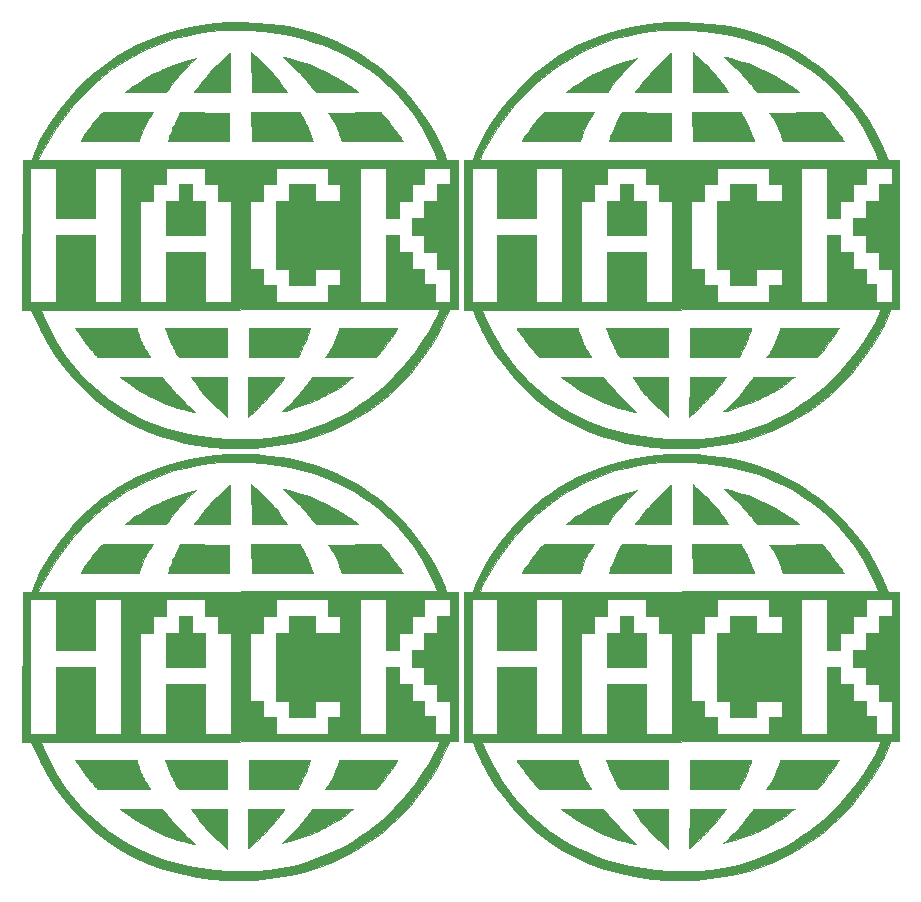
<source format=gbr>
%TF.GenerationSoftware,KiCad,Pcbnew,8.0.4*%
%TF.CreationDate,2024-08-25T23:20:03-07:00*%
%TF.ProjectId,HackthePlanetPin_panelized,4861636b-7468-4655-906c-616e65745069,rev?*%
%TF.SameCoordinates,Original*%
%TF.FileFunction,Soldermask,Top*%
%TF.FilePolarity,Negative*%
%FSLAX46Y46*%
G04 Gerber Fmt 4.6, Leading zero omitted, Abs format (unit mm)*
G04 Created by KiCad (PCBNEW 8.0.4) date 2024-08-25 23:20:03*
%MOMM*%
%LPD*%
G01*
G04 APERTURE LIST*
%ADD10C,0.079374*%
G04 APERTURE END LIST*
D10*
X187002488Y-41106727D02*
X188058128Y-41246857D01*
X187002488Y-77676392D02*
X188058128Y-77816522D01*
X149646931Y-41106727D02*
X150702571Y-41246857D01*
X180726852Y-44138797D02*
X180578779Y-44278043D01*
X180390229Y-44459005D01*
X180172021Y-44673618D01*
X179934975Y-44913814D01*
X179812768Y-45040985D01*
X179689908Y-45171527D01*
X179567748Y-45304432D01*
X179447641Y-45438691D01*
X179331681Y-45572869D01*
X179221138Y-45705584D01*
X179016907Y-45962903D01*
X178836169Y-46203212D01*
X178680144Y-46419071D01*
X178447114Y-46747694D01*
X178372550Y-46845581D01*
X178346289Y-46874665D01*
X178327580Y-46889269D01*
X178059895Y-46908126D01*
X177633250Y-46919383D01*
X176523406Y-46925097D01*
X174819841Y-46911335D01*
X174824729Y-46911064D01*
X174829565Y-46910655D01*
X174834255Y-46910087D01*
X174836514Y-46909737D01*
X174838702Y-46909341D01*
X174840804Y-46908896D01*
X174842810Y-46908399D01*
X174844707Y-46907847D01*
X174846484Y-46907239D01*
X174848128Y-46906572D01*
X174849628Y-46905843D01*
X174850971Y-46905051D01*
X174852145Y-46904192D01*
X175087104Y-46717265D01*
X175375589Y-46502929D01*
X175709339Y-46269182D01*
X176080096Y-46024022D01*
X176479600Y-45775447D01*
X176687550Y-45652377D01*
X176899589Y-45531453D01*
X177114685Y-45413674D01*
X177331805Y-45300039D01*
X177549916Y-45191549D01*
X177767987Y-45089203D01*
X178061518Y-44959536D01*
X178351705Y-44838219D01*
X178913441Y-44620641D01*
X179435981Y-44436489D01*
X179902112Y-44285779D01*
X180294622Y-44168530D01*
X180596297Y-44084758D01*
X180858293Y-44017720D01*
X180726852Y-44138797D01*
G36*
X180726852Y-44138797D02*
G01*
X180578779Y-44278043D01*
X180390229Y-44459005D01*
X180172021Y-44673618D01*
X179934975Y-44913814D01*
X179812768Y-45040985D01*
X179689908Y-45171527D01*
X179567748Y-45304432D01*
X179447641Y-45438691D01*
X179331681Y-45572869D01*
X179221138Y-45705584D01*
X179016907Y-45962903D01*
X178836169Y-46203212D01*
X178680144Y-46419071D01*
X178447114Y-46747694D01*
X178372550Y-46845581D01*
X178346289Y-46874665D01*
X178327580Y-46889269D01*
X178059895Y-46908126D01*
X177633250Y-46919383D01*
X176523406Y-46925097D01*
X174819841Y-46911335D01*
X174824729Y-46911064D01*
X174829565Y-46910655D01*
X174834255Y-46910087D01*
X174836514Y-46909737D01*
X174838702Y-46909341D01*
X174840804Y-46908896D01*
X174842810Y-46908399D01*
X174844707Y-46907847D01*
X174846484Y-46907239D01*
X174848128Y-46906572D01*
X174849628Y-46905843D01*
X174850971Y-46905051D01*
X174852145Y-46904192D01*
X175087104Y-46717265D01*
X175375589Y-46502929D01*
X175709339Y-46269182D01*
X176080096Y-46024022D01*
X176479600Y-45775447D01*
X176687550Y-45652377D01*
X176899589Y-45531453D01*
X177114685Y-45413674D01*
X177331805Y-45300039D01*
X177549916Y-45191549D01*
X177767987Y-45089203D01*
X178061518Y-44959536D01*
X178351705Y-44838219D01*
X178913441Y-44620641D01*
X179435981Y-44436489D01*
X179902112Y-44285779D01*
X180294622Y-44168530D01*
X180596297Y-44084758D01*
X180858293Y-44017720D01*
X180726852Y-44138797D01*
G37*
X180726852Y-80708462D02*
X180578779Y-80847708D01*
X180390229Y-81028670D01*
X180172021Y-81243283D01*
X179934975Y-81483479D01*
X179812768Y-81610650D01*
X179689908Y-81741192D01*
X179567748Y-81874097D01*
X179447641Y-82008356D01*
X179331681Y-82142534D01*
X179221138Y-82275249D01*
X179016907Y-82532568D01*
X178836169Y-82772877D01*
X178680144Y-82988736D01*
X178447114Y-83317359D01*
X178372550Y-83415246D01*
X178346289Y-83444330D01*
X178327580Y-83458934D01*
X178059895Y-83477791D01*
X177633250Y-83489048D01*
X176523406Y-83494762D01*
X174819841Y-83481000D01*
X174824729Y-83480729D01*
X174829565Y-83480320D01*
X174834255Y-83479752D01*
X174836514Y-83479402D01*
X174838702Y-83479006D01*
X174840804Y-83478561D01*
X174842810Y-83478064D01*
X174844707Y-83477512D01*
X174846484Y-83476904D01*
X174848128Y-83476237D01*
X174849628Y-83475508D01*
X174850971Y-83474716D01*
X174852145Y-83473857D01*
X175087104Y-83286930D01*
X175375589Y-83072594D01*
X175709339Y-82838847D01*
X176080096Y-82593687D01*
X176479600Y-82345112D01*
X176687550Y-82222042D01*
X176899589Y-82101118D01*
X177114685Y-81983339D01*
X177331805Y-81869704D01*
X177549916Y-81761214D01*
X177767987Y-81658868D01*
X178061518Y-81529201D01*
X178351705Y-81407884D01*
X178913441Y-81190306D01*
X179435981Y-81006154D01*
X179902112Y-80855444D01*
X180294622Y-80738195D01*
X180596297Y-80654423D01*
X180858293Y-80587385D01*
X180726852Y-80708462D01*
G36*
X180726852Y-80708462D02*
G01*
X180578779Y-80847708D01*
X180390229Y-81028670D01*
X180172021Y-81243283D01*
X179934975Y-81483479D01*
X179812768Y-81610650D01*
X179689908Y-81741192D01*
X179567748Y-81874097D01*
X179447641Y-82008356D01*
X179331681Y-82142534D01*
X179221138Y-82275249D01*
X179016907Y-82532568D01*
X178836169Y-82772877D01*
X178680144Y-82988736D01*
X178447114Y-83317359D01*
X178372550Y-83415246D01*
X178346289Y-83444330D01*
X178327580Y-83458934D01*
X178059895Y-83477791D01*
X177633250Y-83489048D01*
X176523406Y-83494762D01*
X174819841Y-83481000D01*
X174824729Y-83480729D01*
X174829565Y-83480320D01*
X174834255Y-83479752D01*
X174836514Y-83479402D01*
X174838702Y-83479006D01*
X174840804Y-83478561D01*
X174842810Y-83478064D01*
X174844707Y-83477512D01*
X174846484Y-83476904D01*
X174848128Y-83476237D01*
X174849628Y-83475508D01*
X174850971Y-83474716D01*
X174852145Y-83473857D01*
X175087104Y-83286930D01*
X175375589Y-83072594D01*
X175709339Y-82838847D01*
X176080096Y-82593687D01*
X176479600Y-82345112D01*
X176687550Y-82222042D01*
X176899589Y-82101118D01*
X177114685Y-81983339D01*
X177331805Y-81869704D01*
X177549916Y-81761214D01*
X177767987Y-81658868D01*
X178061518Y-81529201D01*
X178351705Y-81407884D01*
X178913441Y-81190306D01*
X179435981Y-81006154D01*
X179902112Y-80855444D01*
X180294622Y-80738195D01*
X180596297Y-80654423D01*
X180858293Y-80587385D01*
X180726852Y-80708462D01*
G37*
X143371295Y-44138797D02*
X143223222Y-44278043D01*
X143034672Y-44459005D01*
X142816464Y-44673618D01*
X142579418Y-44913814D01*
X142457211Y-45040985D01*
X142334351Y-45171527D01*
X142212191Y-45304432D01*
X142092084Y-45438691D01*
X141976124Y-45572869D01*
X141865581Y-45705584D01*
X141661350Y-45962903D01*
X141480612Y-46203212D01*
X141324587Y-46419071D01*
X141091557Y-46747694D01*
X141016993Y-46845581D01*
X140990732Y-46874665D01*
X140972023Y-46889269D01*
X140704338Y-46908126D01*
X140277693Y-46919383D01*
X139167849Y-46925097D01*
X137464284Y-46911335D01*
X137469172Y-46911064D01*
X137474008Y-46910655D01*
X137478698Y-46910087D01*
X137480957Y-46909737D01*
X137483145Y-46909341D01*
X137485247Y-46908896D01*
X137487253Y-46908399D01*
X137489150Y-46907847D01*
X137490927Y-46907239D01*
X137492571Y-46906572D01*
X137494071Y-46905843D01*
X137495414Y-46905051D01*
X137496588Y-46904192D01*
X137731547Y-46717265D01*
X138020032Y-46502929D01*
X138353782Y-46269182D01*
X138724539Y-46024022D01*
X139124043Y-45775447D01*
X139331993Y-45652377D01*
X139544032Y-45531453D01*
X139759128Y-45413674D01*
X139976248Y-45300039D01*
X140194359Y-45191549D01*
X140412430Y-45089203D01*
X140705961Y-44959536D01*
X140996148Y-44838219D01*
X141557884Y-44620641D01*
X142080424Y-44436489D01*
X142546555Y-44285779D01*
X142939065Y-44168530D01*
X143240740Y-44084758D01*
X143502736Y-44017720D01*
X143371295Y-44138797D01*
G36*
X143371295Y-44138797D02*
G01*
X143223222Y-44278043D01*
X143034672Y-44459005D01*
X142816464Y-44673618D01*
X142579418Y-44913814D01*
X142457211Y-45040985D01*
X142334351Y-45171527D01*
X142212191Y-45304432D01*
X142092084Y-45438691D01*
X141976124Y-45572869D01*
X141865581Y-45705584D01*
X141661350Y-45962903D01*
X141480612Y-46203212D01*
X141324587Y-46419071D01*
X141091557Y-46747694D01*
X141016993Y-46845581D01*
X140990732Y-46874665D01*
X140972023Y-46889269D01*
X140704338Y-46908126D01*
X140277693Y-46919383D01*
X139167849Y-46925097D01*
X137464284Y-46911335D01*
X137469172Y-46911064D01*
X137474008Y-46910655D01*
X137478698Y-46910087D01*
X137480957Y-46909737D01*
X137483145Y-46909341D01*
X137485247Y-46908896D01*
X137487253Y-46908399D01*
X137489150Y-46907847D01*
X137490927Y-46907239D01*
X137492571Y-46906572D01*
X137494071Y-46905843D01*
X137495414Y-46905051D01*
X137496588Y-46904192D01*
X137731547Y-46717265D01*
X138020032Y-46502929D01*
X138353782Y-46269182D01*
X138724539Y-46024022D01*
X139124043Y-45775447D01*
X139331993Y-45652377D01*
X139544032Y-45531453D01*
X139759128Y-45413674D01*
X139976248Y-45300039D01*
X140194359Y-45191549D01*
X140412430Y-45089203D01*
X140705961Y-44959536D01*
X140996148Y-44838219D01*
X141557884Y-44620641D01*
X142080424Y-44436489D01*
X142546555Y-44285779D01*
X142939065Y-44168530D01*
X143240740Y-44084758D01*
X143502736Y-44017720D01*
X143371295Y-44138797D01*
G37*
X166953551Y-52676597D02*
X166954255Y-52673756D01*
X166953551Y-89246262D02*
X166954255Y-89243421D01*
X129597994Y-52676597D02*
X129598698Y-52673756D01*
X197367314Y-72342410D02*
X196759209Y-72865105D01*
X197367314Y-108912075D02*
X196759209Y-109434770D01*
X160011757Y-72342410D02*
X159403652Y-72865105D01*
X166919091Y-65327445D02*
X166682325Y-65324192D01*
X166919091Y-101897110D02*
X166682325Y-101893857D01*
X129563534Y-65327445D02*
X129326768Y-65324192D01*
X190466870Y-67066319D02*
X190417074Y-67205269D01*
X190326330Y-67463823D01*
X190276748Y-67600006D01*
X190218605Y-67751845D01*
X190147582Y-67927632D01*
X190059362Y-68135654D01*
X189959111Y-68360674D01*
X189857828Y-68577505D01*
X189759951Y-68779423D01*
X189669919Y-68959705D01*
X189476989Y-69330010D01*
X185316787Y-69306991D01*
X185323772Y-66909866D01*
X190525373Y-66909866D01*
X190466870Y-67066319D01*
G36*
X190466870Y-67066319D02*
G01*
X190417074Y-67205269D01*
X190326330Y-67463823D01*
X190276748Y-67600006D01*
X190218605Y-67751845D01*
X190147582Y-67927632D01*
X190059362Y-68135654D01*
X189959111Y-68360674D01*
X189857828Y-68577505D01*
X189759951Y-68779423D01*
X189669919Y-68959705D01*
X189476989Y-69330010D01*
X185316787Y-69306991D01*
X185323772Y-66909866D01*
X190525373Y-66909866D01*
X190466870Y-67066319D01*
G37*
X190466870Y-103635984D02*
X190417074Y-103774934D01*
X190326330Y-104033488D01*
X190276748Y-104169671D01*
X190218605Y-104321510D01*
X190147582Y-104497297D01*
X190059362Y-104705319D01*
X189959111Y-104930339D01*
X189857828Y-105147170D01*
X189759951Y-105349088D01*
X189669919Y-105529370D01*
X189476989Y-105899675D01*
X185316787Y-105876656D01*
X185323772Y-103479531D01*
X190525373Y-103479531D01*
X190466870Y-103635984D01*
G36*
X190466870Y-103635984D02*
G01*
X190417074Y-103774934D01*
X190326330Y-104033488D01*
X190276748Y-104169671D01*
X190218605Y-104321510D01*
X190147582Y-104497297D01*
X190059362Y-104705319D01*
X189959111Y-104930339D01*
X189857828Y-105147170D01*
X189759951Y-105349088D01*
X189669919Y-105529370D01*
X189476989Y-105899675D01*
X185316787Y-105876656D01*
X185323772Y-103479531D01*
X190525373Y-103479531D01*
X190466870Y-103635984D01*
G37*
X153111313Y-67066319D02*
X153061517Y-67205269D01*
X152970773Y-67463823D01*
X152921191Y-67600006D01*
X152863048Y-67751845D01*
X152792025Y-67927632D01*
X152703805Y-68135654D01*
X152603554Y-68360674D01*
X152502271Y-68577505D01*
X152404394Y-68779423D01*
X152314362Y-68959705D01*
X152121432Y-69330010D01*
X147961230Y-69306991D01*
X147968215Y-66909866D01*
X153169816Y-66909866D01*
X153111313Y-67066319D01*
G36*
X153111313Y-67066319D02*
G01*
X153061517Y-67205269D01*
X152970773Y-67463823D01*
X152921191Y-67600006D01*
X152863048Y-67751845D01*
X152792025Y-67927632D01*
X152703805Y-68135654D01*
X152603554Y-68360674D01*
X152502271Y-68577505D01*
X152404394Y-68779423D01*
X152314362Y-68959705D01*
X152121432Y-69330010D01*
X147961230Y-69306991D01*
X147968215Y-66909866D01*
X153169816Y-66909866D01*
X153111313Y-67066319D01*
G37*
X176608679Y-42573837D02*
X177472473Y-42223511D01*
X176608679Y-79143502D02*
X177472473Y-78793176D01*
X139253122Y-42573837D02*
X140116916Y-42223511D01*
X166161060Y-65321890D02*
X166171617Y-52692614D01*
X166161060Y-101891555D02*
X166171617Y-89262279D01*
X128805503Y-65321890D02*
X128816060Y-52692614D01*
X176867560Y-75659830D02*
X175974240Y-75267973D01*
X176867560Y-112229495D02*
X175974240Y-111837638D01*
X139512003Y-75659830D02*
X138618683Y-75267973D01*
X170172884Y-47291603D02*
X170646288Y-46773396D01*
X170172884Y-83861268D02*
X170646288Y-83343061D01*
X132817327Y-47291603D02*
X133290731Y-46773396D01*
X166956000Y-52665388D02*
X167060418Y-52296206D01*
X166956000Y-89235053D02*
X167060418Y-88865871D01*
X129600443Y-52665388D02*
X129704861Y-52296206D01*
X166950418Y-52684124D02*
X166950676Y-52683456D01*
X166950418Y-89253789D02*
X166950676Y-89253121D01*
X129594861Y-52684124D02*
X129595119Y-52683456D01*
X166949899Y-52686515D02*
X166950163Y-52685100D01*
X166949899Y-89256180D02*
X166950163Y-89254765D01*
X129594342Y-52686515D02*
X129594606Y-52685100D01*
X166806651Y-52696230D02*
X166948936Y-52694678D01*
X166806651Y-89265895D02*
X166948936Y-89264343D01*
X129451094Y-52696230D02*
X129593379Y-52694678D01*
X180511662Y-56145505D02*
X181607435Y-56145505D01*
X181607435Y-59000465D01*
X178325993Y-59000465D01*
X178325993Y-56145505D01*
X179418828Y-56145505D01*
X179418828Y-54719930D01*
X180511662Y-54719930D01*
X180511662Y-56145505D01*
G36*
X180511662Y-56145505D02*
G01*
X181607435Y-56145505D01*
X181607435Y-59000465D01*
X178325993Y-59000465D01*
X178325993Y-56145505D01*
X179418828Y-56145505D01*
X179418828Y-54719930D01*
X180511662Y-54719930D01*
X180511662Y-56145505D01*
G37*
X180511662Y-92715170D02*
X181607435Y-92715170D01*
X181607435Y-95570130D01*
X178325993Y-95570130D01*
X178325993Y-92715170D01*
X179418828Y-92715170D01*
X179418828Y-91289595D01*
X180511662Y-91289595D01*
X180511662Y-92715170D01*
G36*
X180511662Y-92715170D02*
G01*
X181607435Y-92715170D01*
X181607435Y-95570130D01*
X178325993Y-95570130D01*
X178325993Y-92715170D01*
X179418828Y-92715170D01*
X179418828Y-91289595D01*
X180511662Y-91289595D01*
X180511662Y-92715170D01*
G37*
X143156105Y-56145505D02*
X144251878Y-56145505D01*
X144251878Y-59000465D01*
X140970436Y-59000465D01*
X140970436Y-56145505D01*
X142063271Y-56145505D01*
X142063271Y-54719930D01*
X143156105Y-54719930D01*
X143156105Y-56145505D01*
G36*
X143156105Y-56145505D02*
G01*
X144251878Y-56145505D01*
X144251878Y-59000465D01*
X140970436Y-59000465D01*
X140970436Y-56145505D01*
X142063271Y-56145505D01*
X142063271Y-54719930D01*
X143156105Y-54719930D01*
X143156105Y-56145505D01*
G37*
X166171617Y-52692614D02*
X166541762Y-52695313D01*
X166171617Y-89262279D02*
X166541762Y-89264978D01*
X128816060Y-52692614D02*
X129186205Y-52695313D01*
X185900738Y-41017484D02*
X187002488Y-41106727D01*
X185900738Y-77587149D02*
X187002488Y-77676392D01*
X148545181Y-41017484D02*
X149646931Y-41106727D01*
X166950949Y-52682969D02*
X166951248Y-52682532D01*
X166950949Y-89252634D02*
X166951248Y-89252197D01*
X129595392Y-52682969D02*
X129595691Y-52682532D01*
X175821473Y-66905501D02*
X175851211Y-67006915D01*
X175887315Y-67123723D01*
X175936626Y-67275745D01*
X175998431Y-67456343D01*
X176072018Y-67658876D01*
X176113007Y-67766293D01*
X176156674Y-67876704D01*
X176202930Y-67989280D01*
X176251686Y-68103189D01*
X176303531Y-68217200D01*
X176358491Y-68330060D01*
X176415673Y-68440914D01*
X176474188Y-68548905D01*
X176591646Y-68752875D01*
X176703736Y-68935119D01*
X176803329Y-69088788D01*
X176883294Y-69207032D01*
X176955821Y-69309847D01*
X172514711Y-69349774D01*
X172448857Y-69277577D01*
X172366341Y-69183581D01*
X172250590Y-69047652D01*
X172180211Y-68963182D01*
X172101472Y-68867291D01*
X172014359Y-68759667D01*
X171918855Y-68639997D01*
X171814943Y-68507969D01*
X171702606Y-68363270D01*
X171581829Y-68205588D01*
X171452594Y-68034609D01*
X171230970Y-67735837D01*
X171052081Y-67487980D01*
X170911864Y-67287623D01*
X170806253Y-67131352D01*
X170682598Y-66937407D01*
X170648605Y-66878829D01*
X175821473Y-66905501D01*
G36*
X175821473Y-66905501D02*
G01*
X175851211Y-67006915D01*
X175887315Y-67123723D01*
X175936626Y-67275745D01*
X175998431Y-67456343D01*
X176072018Y-67658876D01*
X176113007Y-67766293D01*
X176156674Y-67876704D01*
X176202930Y-67989280D01*
X176251686Y-68103189D01*
X176303531Y-68217200D01*
X176358491Y-68330060D01*
X176415673Y-68440914D01*
X176474188Y-68548905D01*
X176591646Y-68752875D01*
X176703736Y-68935119D01*
X176803329Y-69088788D01*
X176883294Y-69207032D01*
X176955821Y-69309847D01*
X172514711Y-69349774D01*
X172448857Y-69277577D01*
X172366341Y-69183581D01*
X172250590Y-69047652D01*
X172180211Y-68963182D01*
X172101472Y-68867291D01*
X172014359Y-68759667D01*
X171918855Y-68639997D01*
X171814943Y-68507969D01*
X171702606Y-68363270D01*
X171581829Y-68205588D01*
X171452594Y-68034609D01*
X171230970Y-67735837D01*
X171052081Y-67487980D01*
X170911864Y-67287623D01*
X170806253Y-67131352D01*
X170682598Y-66937407D01*
X170648605Y-66878829D01*
X175821473Y-66905501D01*
G37*
X175821473Y-103475166D02*
X175851211Y-103576580D01*
X175887315Y-103693388D01*
X175936626Y-103845410D01*
X175998431Y-104026008D01*
X176072018Y-104228541D01*
X176113007Y-104335958D01*
X176156674Y-104446369D01*
X176202930Y-104558945D01*
X176251686Y-104672854D01*
X176303531Y-104786865D01*
X176358491Y-104899725D01*
X176415673Y-105010579D01*
X176474188Y-105118570D01*
X176591646Y-105322540D01*
X176703736Y-105504784D01*
X176803329Y-105658453D01*
X176883294Y-105776697D01*
X176955821Y-105879512D01*
X172514711Y-105919439D01*
X172448857Y-105847242D01*
X172366341Y-105753246D01*
X172250590Y-105617317D01*
X172180211Y-105532847D01*
X172101472Y-105436956D01*
X172014359Y-105329332D01*
X171918855Y-105209662D01*
X171814943Y-105077634D01*
X171702606Y-104932935D01*
X171581829Y-104775253D01*
X171452594Y-104604274D01*
X171230970Y-104305502D01*
X171052081Y-104057645D01*
X170911864Y-103857288D01*
X170806253Y-103701017D01*
X170682598Y-103507072D01*
X170648605Y-103448494D01*
X175821473Y-103475166D01*
G36*
X175821473Y-103475166D02*
G01*
X175851211Y-103576580D01*
X175887315Y-103693388D01*
X175936626Y-103845410D01*
X175998431Y-104026008D01*
X176072018Y-104228541D01*
X176113007Y-104335958D01*
X176156674Y-104446369D01*
X176202930Y-104558945D01*
X176251686Y-104672854D01*
X176303531Y-104786865D01*
X176358491Y-104899725D01*
X176415673Y-105010579D01*
X176474188Y-105118570D01*
X176591646Y-105322540D01*
X176703736Y-105504784D01*
X176803329Y-105658453D01*
X176883294Y-105776697D01*
X176955821Y-105879512D01*
X172514711Y-105919439D01*
X172448857Y-105847242D01*
X172366341Y-105753246D01*
X172250590Y-105617317D01*
X172180211Y-105532847D01*
X172101472Y-105436956D01*
X172014359Y-105329332D01*
X171918855Y-105209662D01*
X171814943Y-105077634D01*
X171702606Y-104932935D01*
X171581829Y-104775253D01*
X171452594Y-104604274D01*
X171230970Y-104305502D01*
X171052081Y-104057645D01*
X170911864Y-103857288D01*
X170806253Y-103701017D01*
X170682598Y-103507072D01*
X170648605Y-103448494D01*
X175821473Y-103475166D01*
G37*
X138465916Y-66905501D02*
X138495654Y-67006915D01*
X138531758Y-67123723D01*
X138581069Y-67275745D01*
X138642874Y-67456343D01*
X138716461Y-67658876D01*
X138757450Y-67766293D01*
X138801117Y-67876704D01*
X138847373Y-67989280D01*
X138896129Y-68103189D01*
X138947974Y-68217200D01*
X139002934Y-68330060D01*
X139060116Y-68440914D01*
X139118631Y-68548905D01*
X139236089Y-68752875D01*
X139348179Y-68935119D01*
X139447772Y-69088788D01*
X139527737Y-69207032D01*
X139600264Y-69309847D01*
X135159154Y-69349774D01*
X135093300Y-69277577D01*
X135010784Y-69183581D01*
X134895033Y-69047652D01*
X134824654Y-68963182D01*
X134745915Y-68867291D01*
X134658802Y-68759667D01*
X134563298Y-68639997D01*
X134459386Y-68507969D01*
X134347049Y-68363270D01*
X134226272Y-68205588D01*
X134097037Y-68034609D01*
X133875413Y-67735837D01*
X133696524Y-67487980D01*
X133556307Y-67287623D01*
X133450696Y-67131352D01*
X133327041Y-66937407D01*
X133293048Y-66878829D01*
X138465916Y-66905501D01*
G36*
X138465916Y-66905501D02*
G01*
X138495654Y-67006915D01*
X138531758Y-67123723D01*
X138581069Y-67275745D01*
X138642874Y-67456343D01*
X138716461Y-67658876D01*
X138757450Y-67766293D01*
X138801117Y-67876704D01*
X138847373Y-67989280D01*
X138896129Y-68103189D01*
X138947974Y-68217200D01*
X139002934Y-68330060D01*
X139060116Y-68440914D01*
X139118631Y-68548905D01*
X139236089Y-68752875D01*
X139348179Y-68935119D01*
X139447772Y-69088788D01*
X139527737Y-69207032D01*
X139600264Y-69309847D01*
X135159154Y-69349774D01*
X135093300Y-69277577D01*
X135010784Y-69183581D01*
X134895033Y-69047652D01*
X134824654Y-68963182D01*
X134745915Y-68867291D01*
X134658802Y-68759667D01*
X134563298Y-68639997D01*
X134459386Y-68507969D01*
X134347049Y-68363270D01*
X134226272Y-68205588D01*
X134097037Y-68034609D01*
X133875413Y-67735837D01*
X133696524Y-67487980D01*
X133556307Y-67287623D01*
X133450696Y-67131352D01*
X133327041Y-66937407D01*
X133293048Y-66878829D01*
X138465916Y-66905501D01*
G37*
X194676530Y-74344028D02*
X193892920Y-74793482D01*
X194676530Y-110913693D02*
X193892920Y-111363147D01*
X157320973Y-74344028D02*
X156537363Y-74793482D01*
X202053480Y-52644988D02*
X203016617Y-52651259D01*
X202053480Y-89214653D02*
X203016617Y-89220924D01*
X164697923Y-52644988D02*
X165661060Y-52651259D01*
X179863055Y-76580796D02*
X178810756Y-76320596D01*
X179863055Y-113150461D02*
X178810756Y-112890261D01*
X142507498Y-76580796D02*
X141455199Y-76320596D01*
X166950676Y-52683456D02*
X166950949Y-52682969D01*
X166950676Y-89253121D02*
X166950949Y-89252634D01*
X129595119Y-52683456D02*
X129595392Y-52682969D01*
X175131489Y-74840941D02*
X174338097Y-74383088D01*
X175131489Y-111410606D02*
X174338097Y-110952753D01*
X137775932Y-74840941D02*
X136982540Y-74383088D01*
X190956034Y-41939642D02*
X191834884Y-42250391D01*
X190956034Y-78509307D02*
X191834884Y-78820056D01*
X153600477Y-41939642D02*
X154479327Y-42250391D01*
X190285477Y-76263299D02*
X189260472Y-76528055D01*
X190285477Y-112832964D02*
X189260472Y-113097720D01*
X152929920Y-76263299D02*
X151904915Y-76528055D01*
X175974240Y-75267973D02*
X175131489Y-74840941D01*
X175974240Y-111837638D02*
X175131489Y-111410606D01*
X138618683Y-75267973D02*
X137775932Y-74840941D01*
X167734808Y-67175851D02*
X167116229Y-65836239D01*
X167734808Y-103745516D02*
X167116229Y-102405904D01*
X130379251Y-67175851D02*
X129760672Y-65836239D01*
X174266865Y-43806715D02*
X175006542Y-43368968D01*
X174266865Y-80376380D02*
X175006542Y-79938633D01*
X136911308Y-43806715D02*
X137650985Y-43368968D01*
X203016617Y-52651259D02*
X203003122Y-65293868D01*
X203016617Y-89220924D02*
X203003122Y-101863533D01*
X165661060Y-52651259D02*
X165647565Y-65293868D01*
X198879829Y-47216094D02*
X199690622Y-48223984D01*
X198879829Y-83785759D02*
X199690622Y-84793649D01*
X161524272Y-47216094D02*
X162335065Y-48223984D01*
X172285401Y-45238331D02*
X172906962Y-44744926D01*
X172285401Y-81807996D02*
X172906962Y-81314591D01*
X134929844Y-45238331D02*
X135551405Y-44744926D01*
X182445355Y-41085441D02*
X183575381Y-41005244D01*
X182445355Y-77655106D02*
X183575381Y-77574909D01*
X145089798Y-41085441D02*
X146219824Y-41005244D01*
X201712888Y-66633134D02*
X201331170Y-67360697D01*
X201712888Y-103202799D02*
X201331170Y-103930362D01*
X164357331Y-66633134D02*
X163975613Y-67360697D01*
X166447994Y-65322535D02*
X166161060Y-65321890D01*
X166447994Y-101892200D02*
X166161060Y-101891555D01*
X129092437Y-65322535D02*
X128805503Y-65321890D01*
X193892920Y-74793482D02*
X193062989Y-75214276D01*
X193892920Y-111363147D02*
X193062989Y-111783941D01*
X156537363Y-74793482D02*
X155707432Y-75214276D01*
X173592852Y-73898770D02*
X172894543Y-73392342D01*
X173592852Y-110468435D02*
X172894543Y-109962007D01*
X136237295Y-73898770D02*
X135538986Y-73392342D01*
X201331170Y-67360697D02*
X200822872Y-68222011D01*
X201331170Y-103930362D02*
X200822872Y-104791676D01*
X163975613Y-67360697D02*
X163467315Y-68222011D01*
X166950163Y-52685100D02*
X166950418Y-52684124D01*
X166950163Y-89254765D02*
X166950418Y-89253789D01*
X129594606Y-52685100D02*
X129594861Y-52684124D01*
X172894543Y-73392342D02*
X172241957Y-72868159D01*
X172894543Y-109962007D02*
X172241957Y-109437824D01*
X135538986Y-73392342D02*
X134886400Y-72868159D01*
X194935091Y-43804687D02*
X195610172Y-44254620D01*
X194935091Y-80374352D02*
X195610172Y-80824285D01*
X157579534Y-43804687D02*
X158254615Y-44254620D01*
X199690622Y-48223984D02*
X200372074Y-49198334D01*
X199690622Y-84793649D02*
X200372074Y-85767999D01*
X162335065Y-48223984D02*
X163016517Y-49198334D01*
X184752112Y-40982420D02*
X185900738Y-41017484D01*
X184752112Y-77552085D02*
X185900738Y-77587149D01*
X147396555Y-40982420D02*
X148545181Y-41017484D01*
X183688805Y-48645441D02*
X183681820Y-51042565D01*
X178480456Y-51042565D01*
X178538854Y-50886089D01*
X178588573Y-50747128D01*
X178679231Y-50488578D01*
X178728799Y-50352404D01*
X178786945Y-50200575D01*
X178857983Y-50024797D01*
X178946228Y-49816778D01*
X179046480Y-49591758D01*
X179147763Y-49374927D01*
X179245640Y-49173009D01*
X179335672Y-48992726D01*
X179528603Y-48622422D01*
X183688805Y-48645441D01*
G36*
X183688805Y-48645441D02*
G01*
X183681820Y-51042565D01*
X178480456Y-51042565D01*
X178538854Y-50886089D01*
X178588573Y-50747128D01*
X178679231Y-50488578D01*
X178728799Y-50352404D01*
X178786945Y-50200575D01*
X178857983Y-50024797D01*
X178946228Y-49816778D01*
X179046480Y-49591758D01*
X179147763Y-49374927D01*
X179245640Y-49173009D01*
X179335672Y-48992726D01*
X179528603Y-48622422D01*
X183688805Y-48645441D01*
G37*
X183688805Y-85215106D02*
X183681820Y-87612230D01*
X178480456Y-87612230D01*
X178538854Y-87455754D01*
X178588573Y-87316793D01*
X178679231Y-87058243D01*
X178728799Y-86922069D01*
X178786945Y-86770240D01*
X178857983Y-86594462D01*
X178946228Y-86386443D01*
X179046480Y-86161423D01*
X179147763Y-85944592D01*
X179245640Y-85742674D01*
X179335672Y-85562391D01*
X179528603Y-85192087D01*
X183688805Y-85215106D01*
G36*
X183688805Y-85215106D02*
G01*
X183681820Y-87612230D01*
X178480456Y-87612230D01*
X178538854Y-87455754D01*
X178588573Y-87316793D01*
X178679231Y-87058243D01*
X178728799Y-86922069D01*
X178786945Y-86770240D01*
X178857983Y-86594462D01*
X178946228Y-86386443D01*
X179046480Y-86161423D01*
X179147763Y-85944592D01*
X179245640Y-85742674D01*
X179335672Y-85562391D01*
X179528603Y-85192087D01*
X183688805Y-85215106D01*
G37*
X146333248Y-48645441D02*
X146326263Y-51042565D01*
X141124899Y-51042565D01*
X141183297Y-50886089D01*
X141233016Y-50747128D01*
X141323674Y-50488578D01*
X141373242Y-50352404D01*
X141431388Y-50200575D01*
X141502426Y-50024797D01*
X141590671Y-49816778D01*
X141690923Y-49591758D01*
X141792206Y-49374927D01*
X141890083Y-49173009D01*
X141980115Y-48992726D01*
X142173046Y-48622422D01*
X146333248Y-48645441D01*
G36*
X146333248Y-48645441D02*
G01*
X146326263Y-51042565D01*
X141124899Y-51042565D01*
X141183297Y-50886089D01*
X141233016Y-50747128D01*
X141323674Y-50488578D01*
X141373242Y-50352404D01*
X141431388Y-50200575D01*
X141502426Y-50024797D01*
X141590671Y-49816778D01*
X141690923Y-49591758D01*
X141792206Y-49374927D01*
X141890083Y-49173009D01*
X141980115Y-48992726D01*
X142173046Y-48622422D01*
X146333248Y-48645441D01*
G37*
X185774628Y-43755331D02*
X185983670Y-43942819D01*
X186236694Y-44175518D01*
X186519851Y-44443682D01*
X186819295Y-44737567D01*
X186970797Y-44891110D01*
X187121177Y-45047429D01*
X187268705Y-45205306D01*
X187411650Y-45363523D01*
X187547364Y-45519911D01*
X187674321Y-45672533D01*
X187792522Y-45820514D01*
X187901966Y-45962984D01*
X188094586Y-46227899D01*
X188252182Y-46460297D01*
X188374755Y-46653200D01*
X188462306Y-46799629D01*
X188532345Y-46925147D01*
X185557373Y-46915860D01*
X185543879Y-43554964D01*
X185774628Y-43755331D01*
G36*
X185774628Y-43755331D02*
G01*
X185983670Y-43942819D01*
X186236694Y-44175518D01*
X186519851Y-44443682D01*
X186819295Y-44737567D01*
X186970797Y-44891110D01*
X187121177Y-45047429D01*
X187268705Y-45205306D01*
X187411650Y-45363523D01*
X187547364Y-45519911D01*
X187674321Y-45672533D01*
X187792522Y-45820514D01*
X187901966Y-45962984D01*
X188094586Y-46227899D01*
X188252182Y-46460297D01*
X188374755Y-46653200D01*
X188462306Y-46799629D01*
X188532345Y-46925147D01*
X185557373Y-46915860D01*
X185543879Y-43554964D01*
X185774628Y-43755331D01*
G37*
X185774628Y-80324996D02*
X185983670Y-80512484D01*
X186236694Y-80745183D01*
X186519851Y-81013347D01*
X186819295Y-81307232D01*
X186970797Y-81460775D01*
X187121177Y-81617094D01*
X187268705Y-81774971D01*
X187411650Y-81933188D01*
X187547364Y-82089576D01*
X187674321Y-82242198D01*
X187792522Y-82390179D01*
X187901966Y-82532649D01*
X188094586Y-82797564D01*
X188252182Y-83029962D01*
X188374755Y-83222865D01*
X188462306Y-83369294D01*
X188532345Y-83494812D01*
X185557373Y-83485525D01*
X185543879Y-80124629D01*
X185774628Y-80324996D01*
G36*
X185774628Y-80324996D02*
G01*
X185983670Y-80512484D01*
X186236694Y-80745183D01*
X186519851Y-81013347D01*
X186819295Y-81307232D01*
X186970797Y-81460775D01*
X187121177Y-81617094D01*
X187268705Y-81774971D01*
X187411650Y-81933188D01*
X187547364Y-82089576D01*
X187674321Y-82242198D01*
X187792522Y-82390179D01*
X187901966Y-82532649D01*
X188094586Y-82797564D01*
X188252182Y-83029962D01*
X188374755Y-83222865D01*
X188462306Y-83369294D01*
X188532345Y-83494812D01*
X185557373Y-83485525D01*
X185543879Y-80124629D01*
X185774628Y-80324996D01*
G37*
X148419071Y-43755331D02*
X148628113Y-43942819D01*
X148881137Y-44175518D01*
X149164294Y-44443682D01*
X149463738Y-44737567D01*
X149615240Y-44891110D01*
X149765620Y-45047429D01*
X149913148Y-45205306D01*
X150056093Y-45363523D01*
X150191807Y-45519911D01*
X150318764Y-45672533D01*
X150436965Y-45820514D01*
X150546409Y-45962984D01*
X150739029Y-46227899D01*
X150896625Y-46460297D01*
X151019198Y-46653200D01*
X151106749Y-46799629D01*
X151176788Y-46925147D01*
X148201816Y-46915860D01*
X148188322Y-43554964D01*
X148419071Y-43755331D01*
G36*
X148419071Y-43755331D02*
G01*
X148628113Y-43942819D01*
X148881137Y-44175518D01*
X149164294Y-44443682D01*
X149463738Y-44737567D01*
X149615240Y-44891110D01*
X149765620Y-45047429D01*
X149913148Y-45205306D01*
X150056093Y-45363523D01*
X150191807Y-45519911D01*
X150318764Y-45672533D01*
X150436965Y-45820514D01*
X150546409Y-45962984D01*
X150739029Y-46227899D01*
X150896625Y-46460297D01*
X151019198Y-46653200D01*
X151106749Y-46799629D01*
X151176788Y-46925147D01*
X148201816Y-46915860D01*
X148188322Y-43554964D01*
X148419071Y-43755331D01*
G37*
X196246795Y-44722512D02*
X196845726Y-45205070D01*
X196246795Y-81292177D02*
X196845726Y-81774735D01*
X158891238Y-44722512D02*
X159490169Y-45205070D01*
X202269698Y-65305459D02*
X202176829Y-65584146D01*
X202269698Y-101875124D02*
X202176829Y-102153811D01*
X164914141Y-65305459D02*
X164821272Y-65584146D01*
X170546429Y-71232628D02*
X169622486Y-70133341D01*
X170546429Y-107802293D02*
X169622486Y-106703006D01*
X133190872Y-71232628D02*
X132266929Y-70133341D01*
X166949614Y-52688496D02*
X166949899Y-52686515D01*
X166949614Y-89258161D02*
X166949899Y-89256180D01*
X129594057Y-52688496D02*
X129594342Y-52686515D01*
X189260472Y-76528055D02*
X188184253Y-76743451D01*
X189260472Y-113097720D02*
X188184253Y-113313116D01*
X151904915Y-76528055D02*
X150828696Y-76743451D01*
X171701880Y-45743230D02*
X172285401Y-45238331D01*
X171701880Y-82312895D02*
X172285401Y-81807996D01*
X134346323Y-45743230D02*
X134929844Y-45238331D01*
X182135112Y-76939052D02*
X180970770Y-76788399D01*
X182135112Y-113508717D02*
X180970770Y-113358064D01*
X144779555Y-76939052D02*
X143615213Y-76788399D01*
X198460214Y-71277277D02*
X197933990Y-71811754D01*
X198460214Y-107846942D02*
X197933990Y-108381419D01*
X161104657Y-71277277D02*
X160578433Y-71811754D01*
X179328843Y-41634983D02*
X180322753Y-41403840D01*
X179328843Y-78204648D02*
X180322753Y-77973505D01*
X141973286Y-41634983D02*
X142967196Y-41403840D01*
X168226367Y-68070112D02*
X167734808Y-67175851D01*
X168226367Y-104639777D02*
X167734808Y-103745516D01*
X130870810Y-68070112D02*
X130379251Y-67175851D01*
X195414795Y-73870054D02*
X194676530Y-74344028D01*
X195414795Y-110439719D02*
X194676530Y-110913693D01*
X158059238Y-73870054D02*
X157320973Y-74344028D01*
X188259174Y-43930266D02*
X188261142Y-43930363D01*
X188263236Y-43930534D01*
X188265461Y-43930786D01*
X188267819Y-43931123D01*
X188270314Y-43931551D01*
X188272951Y-43932074D01*
X188774033Y-44047063D01*
X189263740Y-44178349D01*
X189741465Y-44324511D01*
X190206598Y-44484130D01*
X190658532Y-44655787D01*
X191096658Y-44838061D01*
X191520367Y-45029533D01*
X191929051Y-45228784D01*
X192322102Y-45434394D01*
X192698911Y-45644942D01*
X193058870Y-45859010D01*
X193401370Y-46075177D01*
X193725802Y-46292025D01*
X194031559Y-46508132D01*
X194584613Y-46932450D01*
X194226155Y-46928715D01*
X193929433Y-46928739D01*
X193353207Y-46933481D01*
X192989708Y-46934911D01*
X192519956Y-46933521D01*
X191901951Y-46927665D01*
X191093698Y-46915701D01*
X191077969Y-46914056D01*
X191061262Y-46909168D01*
X191043536Y-46901107D01*
X191024748Y-46889946D01*
X191004856Y-46875753D01*
X190983817Y-46858601D01*
X190961589Y-46838559D01*
X190938130Y-46815699D01*
X190887348Y-46761808D01*
X190831131Y-46697491D01*
X190769142Y-46623317D01*
X190701041Y-46539850D01*
X190545147Y-46347306D01*
X190456677Y-46239359D01*
X190360739Y-46124386D01*
X190256995Y-46002951D01*
X190145105Y-45875620D01*
X190024731Y-45742960D01*
X189895533Y-45605538D01*
X189628260Y-45330380D01*
X189365729Y-45066134D01*
X188879881Y-44586611D01*
X188487957Y-44199436D01*
X188342833Y-44050624D01*
X188239928Y-43937075D01*
X188240162Y-43936610D01*
X188240500Y-43936090D01*
X188241025Y-43935434D01*
X188241367Y-43935068D01*
X188241767Y-43934684D01*
X188242230Y-43934287D01*
X188242758Y-43933881D01*
X188243356Y-43933473D01*
X188244027Y-43933067D01*
X188244775Y-43932669D01*
X188245604Y-43932283D01*
X188246518Y-43931915D01*
X188247520Y-43931570D01*
X188248615Y-43931254D01*
X188249805Y-43930971D01*
X188251095Y-43930726D01*
X188252489Y-43930526D01*
X188253990Y-43930375D01*
X188255602Y-43930277D01*
X188257329Y-43930240D01*
X188259174Y-43930266D01*
G36*
X188259174Y-43930266D02*
G01*
X188261142Y-43930363D01*
X188263236Y-43930534D01*
X188265461Y-43930786D01*
X188267819Y-43931123D01*
X188270314Y-43931551D01*
X188272951Y-43932074D01*
X188774033Y-44047063D01*
X189263740Y-44178349D01*
X189741465Y-44324511D01*
X190206598Y-44484130D01*
X190658532Y-44655787D01*
X191096658Y-44838061D01*
X191520367Y-45029533D01*
X191929051Y-45228784D01*
X192322102Y-45434394D01*
X192698911Y-45644942D01*
X193058870Y-45859010D01*
X193401370Y-46075177D01*
X193725802Y-46292025D01*
X194031559Y-46508132D01*
X194584613Y-46932450D01*
X194226155Y-46928715D01*
X193929433Y-46928739D01*
X193353207Y-46933481D01*
X192989708Y-46934911D01*
X192519956Y-46933521D01*
X191901951Y-46927665D01*
X191093698Y-46915701D01*
X191077969Y-46914056D01*
X191061262Y-46909168D01*
X191043536Y-46901107D01*
X191024748Y-46889946D01*
X191004856Y-46875753D01*
X190983817Y-46858601D01*
X190961589Y-46838559D01*
X190938130Y-46815699D01*
X190887348Y-46761808D01*
X190831131Y-46697491D01*
X190769142Y-46623317D01*
X190701041Y-46539850D01*
X190545147Y-46347306D01*
X190456677Y-46239359D01*
X190360739Y-46124386D01*
X190256995Y-46002951D01*
X190145105Y-45875620D01*
X190024731Y-45742960D01*
X189895533Y-45605538D01*
X189628260Y-45330380D01*
X189365729Y-45066134D01*
X188879881Y-44586611D01*
X188487957Y-44199436D01*
X188342833Y-44050624D01*
X188239928Y-43937075D01*
X188240162Y-43936610D01*
X188240500Y-43936090D01*
X188241025Y-43935434D01*
X188241367Y-43935068D01*
X188241767Y-43934684D01*
X188242230Y-43934287D01*
X188242758Y-43933881D01*
X188243356Y-43933473D01*
X188244027Y-43933067D01*
X188244775Y-43932669D01*
X188245604Y-43932283D01*
X188246518Y-43931915D01*
X188247520Y-43931570D01*
X188248615Y-43931254D01*
X188249805Y-43930971D01*
X188251095Y-43930726D01*
X188252489Y-43930526D01*
X188253990Y-43930375D01*
X188255602Y-43930277D01*
X188257329Y-43930240D01*
X188259174Y-43930266D01*
G37*
X188259174Y-80499931D02*
X188261142Y-80500028D01*
X188263236Y-80500199D01*
X188265461Y-80500451D01*
X188267819Y-80500788D01*
X188270314Y-80501216D01*
X188272951Y-80501739D01*
X188774033Y-80616728D01*
X189263740Y-80748014D01*
X189741465Y-80894176D01*
X190206598Y-81053795D01*
X190658532Y-81225452D01*
X191096658Y-81407726D01*
X191520367Y-81599198D01*
X191929051Y-81798449D01*
X192322102Y-82004059D01*
X192698911Y-82214607D01*
X193058870Y-82428675D01*
X193401370Y-82644842D01*
X193725802Y-82861690D01*
X194031559Y-83077797D01*
X194584613Y-83502115D01*
X194226155Y-83498380D01*
X193929433Y-83498404D01*
X193353207Y-83503146D01*
X192989708Y-83504576D01*
X192519956Y-83503186D01*
X191901951Y-83497330D01*
X191093698Y-83485366D01*
X191077969Y-83483721D01*
X191061262Y-83478833D01*
X191043536Y-83470772D01*
X191024748Y-83459611D01*
X191004856Y-83445418D01*
X190983817Y-83428266D01*
X190961589Y-83408224D01*
X190938130Y-83385364D01*
X190887348Y-83331473D01*
X190831131Y-83267156D01*
X190769142Y-83192982D01*
X190701041Y-83109515D01*
X190545147Y-82916971D01*
X190456677Y-82809024D01*
X190360739Y-82694051D01*
X190256995Y-82572616D01*
X190145105Y-82445285D01*
X190024731Y-82312625D01*
X189895533Y-82175203D01*
X189628260Y-81900045D01*
X189365729Y-81635799D01*
X188879881Y-81156276D01*
X188487957Y-80769101D01*
X188342833Y-80620289D01*
X188239928Y-80506740D01*
X188240162Y-80506275D01*
X188240500Y-80505755D01*
X188241025Y-80505099D01*
X188241367Y-80504733D01*
X188241767Y-80504349D01*
X188242230Y-80503952D01*
X188242758Y-80503546D01*
X188243356Y-80503138D01*
X188244027Y-80502732D01*
X188244775Y-80502334D01*
X188245604Y-80501948D01*
X188246518Y-80501580D01*
X188247520Y-80501235D01*
X188248615Y-80500919D01*
X188249805Y-80500636D01*
X188251095Y-80500391D01*
X188252489Y-80500191D01*
X188253990Y-80500040D01*
X188255602Y-80499942D01*
X188257329Y-80499905D01*
X188259174Y-80499931D01*
G36*
X188259174Y-80499931D02*
G01*
X188261142Y-80500028D01*
X188263236Y-80500199D01*
X188265461Y-80500451D01*
X188267819Y-80500788D01*
X188270314Y-80501216D01*
X188272951Y-80501739D01*
X188774033Y-80616728D01*
X189263740Y-80748014D01*
X189741465Y-80894176D01*
X190206598Y-81053795D01*
X190658532Y-81225452D01*
X191096658Y-81407726D01*
X191520367Y-81599198D01*
X191929051Y-81798449D01*
X192322102Y-82004059D01*
X192698911Y-82214607D01*
X193058870Y-82428675D01*
X193401370Y-82644842D01*
X193725802Y-82861690D01*
X194031559Y-83077797D01*
X194584613Y-83502115D01*
X194226155Y-83498380D01*
X193929433Y-83498404D01*
X193353207Y-83503146D01*
X192989708Y-83504576D01*
X192519956Y-83503186D01*
X191901951Y-83497330D01*
X191093698Y-83485366D01*
X191077969Y-83483721D01*
X191061262Y-83478833D01*
X191043536Y-83470772D01*
X191024748Y-83459611D01*
X191004856Y-83445418D01*
X190983817Y-83428266D01*
X190961589Y-83408224D01*
X190938130Y-83385364D01*
X190887348Y-83331473D01*
X190831131Y-83267156D01*
X190769142Y-83192982D01*
X190701041Y-83109515D01*
X190545147Y-82916971D01*
X190456677Y-82809024D01*
X190360739Y-82694051D01*
X190256995Y-82572616D01*
X190145105Y-82445285D01*
X190024731Y-82312625D01*
X189895533Y-82175203D01*
X189628260Y-81900045D01*
X189365729Y-81635799D01*
X188879881Y-81156276D01*
X188487957Y-80769101D01*
X188342833Y-80620289D01*
X188239928Y-80506740D01*
X188240162Y-80506275D01*
X188240500Y-80505755D01*
X188241025Y-80505099D01*
X188241367Y-80504733D01*
X188241767Y-80504349D01*
X188242230Y-80503952D01*
X188242758Y-80503546D01*
X188243356Y-80503138D01*
X188244027Y-80502732D01*
X188244775Y-80502334D01*
X188245604Y-80501948D01*
X188246518Y-80501580D01*
X188247520Y-80501235D01*
X188248615Y-80500919D01*
X188249805Y-80500636D01*
X188251095Y-80500391D01*
X188252489Y-80500191D01*
X188253990Y-80500040D01*
X188255602Y-80499942D01*
X188257329Y-80499905D01*
X188259174Y-80499931D01*
G37*
X150903617Y-43930266D02*
X150905585Y-43930363D01*
X150907679Y-43930534D01*
X150909904Y-43930786D01*
X150912262Y-43931123D01*
X150914757Y-43931551D01*
X150917394Y-43932074D01*
X151418476Y-44047063D01*
X151908183Y-44178349D01*
X152385908Y-44324511D01*
X152851041Y-44484130D01*
X153302975Y-44655787D01*
X153741101Y-44838061D01*
X154164810Y-45029533D01*
X154573494Y-45228784D01*
X154966545Y-45434394D01*
X155343354Y-45644942D01*
X155703313Y-45859010D01*
X156045813Y-46075177D01*
X156370245Y-46292025D01*
X156676002Y-46508132D01*
X157229056Y-46932450D01*
X156870598Y-46928715D01*
X156573876Y-46928739D01*
X155997650Y-46933481D01*
X155634151Y-46934911D01*
X155164399Y-46933521D01*
X154546394Y-46927665D01*
X153738141Y-46915701D01*
X153722412Y-46914056D01*
X153705705Y-46909168D01*
X153687979Y-46901107D01*
X153669191Y-46889946D01*
X153649299Y-46875753D01*
X153628260Y-46858601D01*
X153606032Y-46838559D01*
X153582573Y-46815699D01*
X153531791Y-46761808D01*
X153475574Y-46697491D01*
X153413585Y-46623317D01*
X153345484Y-46539850D01*
X153189590Y-46347306D01*
X153101120Y-46239359D01*
X153005182Y-46124386D01*
X152901438Y-46002951D01*
X152789548Y-45875620D01*
X152669174Y-45742960D01*
X152539976Y-45605538D01*
X152272703Y-45330380D01*
X152010172Y-45066134D01*
X151524324Y-44586611D01*
X151132400Y-44199436D01*
X150987276Y-44050624D01*
X150884371Y-43937075D01*
X150884605Y-43936610D01*
X150884943Y-43936090D01*
X150885468Y-43935434D01*
X150885810Y-43935068D01*
X150886210Y-43934684D01*
X150886673Y-43934287D01*
X150887201Y-43933881D01*
X150887799Y-43933473D01*
X150888470Y-43933067D01*
X150889218Y-43932669D01*
X150890047Y-43932283D01*
X150890961Y-43931915D01*
X150891963Y-43931570D01*
X150893058Y-43931254D01*
X150894248Y-43930971D01*
X150895538Y-43930726D01*
X150896932Y-43930526D01*
X150898433Y-43930375D01*
X150900045Y-43930277D01*
X150901772Y-43930240D01*
X150903617Y-43930266D01*
G36*
X150903617Y-43930266D02*
G01*
X150905585Y-43930363D01*
X150907679Y-43930534D01*
X150909904Y-43930786D01*
X150912262Y-43931123D01*
X150914757Y-43931551D01*
X150917394Y-43932074D01*
X151418476Y-44047063D01*
X151908183Y-44178349D01*
X152385908Y-44324511D01*
X152851041Y-44484130D01*
X153302975Y-44655787D01*
X153741101Y-44838061D01*
X154164810Y-45029533D01*
X154573494Y-45228784D01*
X154966545Y-45434394D01*
X155343354Y-45644942D01*
X155703313Y-45859010D01*
X156045813Y-46075177D01*
X156370245Y-46292025D01*
X156676002Y-46508132D01*
X157229056Y-46932450D01*
X156870598Y-46928715D01*
X156573876Y-46928739D01*
X155997650Y-46933481D01*
X155634151Y-46934911D01*
X155164399Y-46933521D01*
X154546394Y-46927665D01*
X153738141Y-46915701D01*
X153722412Y-46914056D01*
X153705705Y-46909168D01*
X153687979Y-46901107D01*
X153669191Y-46889946D01*
X153649299Y-46875753D01*
X153628260Y-46858601D01*
X153606032Y-46838559D01*
X153582573Y-46815699D01*
X153531791Y-46761808D01*
X153475574Y-46697491D01*
X153413585Y-46623317D01*
X153345484Y-46539850D01*
X153189590Y-46347306D01*
X153101120Y-46239359D01*
X153005182Y-46124386D01*
X152901438Y-46002951D01*
X152789548Y-45875620D01*
X152669174Y-45742960D01*
X152539976Y-45605538D01*
X152272703Y-45330380D01*
X152010172Y-45066134D01*
X151524324Y-44586611D01*
X151132400Y-44199436D01*
X150987276Y-44050624D01*
X150884371Y-43937075D01*
X150884605Y-43936610D01*
X150884943Y-43936090D01*
X150885468Y-43935434D01*
X150885810Y-43935068D01*
X150886210Y-43934684D01*
X150886673Y-43934287D01*
X150887201Y-43933881D01*
X150887799Y-43933473D01*
X150888470Y-43933067D01*
X150889218Y-43932669D01*
X150890047Y-43932283D01*
X150890961Y-43931915D01*
X150891963Y-43931570D01*
X150893058Y-43931254D01*
X150894248Y-43930971D01*
X150895538Y-43930726D01*
X150896932Y-43930526D01*
X150898433Y-43930375D01*
X150900045Y-43930277D01*
X150901772Y-43930240D01*
X150903617Y-43930266D01*
G37*
X175006542Y-43368968D02*
X175786925Y-42956833D01*
X175006542Y-79938633D02*
X175786925Y-79526498D01*
X137650985Y-43368968D02*
X138431368Y-42956833D01*
X172241957Y-72868159D02*
X171633884Y-72330575D01*
X172241957Y-109437824D02*
X171633884Y-108900240D01*
X134886400Y-72868159D02*
X134278327Y-72330575D01*
X197933571Y-46201009D02*
X198879829Y-47216094D01*
X197933571Y-82770674D02*
X198879829Y-83785759D01*
X160578014Y-46201009D02*
X161524272Y-47216094D01*
X189626213Y-48626709D02*
X189681055Y-48713710D01*
X189743260Y-48815626D01*
X189823013Y-48950410D01*
X189916082Y-49113504D01*
X189966288Y-49204244D01*
X190018237Y-49300353D01*
X190071399Y-49401261D01*
X190125245Y-49506398D01*
X190179247Y-49615196D01*
X190232875Y-49727084D01*
X190337114Y-49957012D01*
X190435375Y-50187425D01*
X190525219Y-50408724D01*
X190604202Y-50611311D01*
X190719822Y-50921953D01*
X190762703Y-51042565D01*
X185561260Y-51042565D01*
X185526097Y-48600594D01*
X189626213Y-48626709D01*
G36*
X189626213Y-48626709D02*
G01*
X189681055Y-48713710D01*
X189743260Y-48815626D01*
X189823013Y-48950410D01*
X189916082Y-49113504D01*
X189966288Y-49204244D01*
X190018237Y-49300353D01*
X190071399Y-49401261D01*
X190125245Y-49506398D01*
X190179247Y-49615196D01*
X190232875Y-49727084D01*
X190337114Y-49957012D01*
X190435375Y-50187425D01*
X190525219Y-50408724D01*
X190604202Y-50611311D01*
X190719822Y-50921953D01*
X190762703Y-51042565D01*
X185561260Y-51042565D01*
X185526097Y-48600594D01*
X189626213Y-48626709D01*
G37*
X189626213Y-85196374D02*
X189681055Y-85283375D01*
X189743260Y-85385291D01*
X189823013Y-85520075D01*
X189916082Y-85683169D01*
X189966288Y-85773909D01*
X190018237Y-85870018D01*
X190071399Y-85970926D01*
X190125245Y-86076063D01*
X190179247Y-86184861D01*
X190232875Y-86296749D01*
X190337114Y-86526677D01*
X190435375Y-86757090D01*
X190525219Y-86978389D01*
X190604202Y-87180976D01*
X190719822Y-87491618D01*
X190762703Y-87612230D01*
X185561260Y-87612230D01*
X185526097Y-85170259D01*
X189626213Y-85196374D01*
G36*
X189626213Y-85196374D02*
G01*
X189681055Y-85283375D01*
X189743260Y-85385291D01*
X189823013Y-85520075D01*
X189916082Y-85683169D01*
X189966288Y-85773909D01*
X190018237Y-85870018D01*
X190071399Y-85970926D01*
X190125245Y-86076063D01*
X190179247Y-86184861D01*
X190232875Y-86296749D01*
X190337114Y-86526677D01*
X190435375Y-86757090D01*
X190525219Y-86978389D01*
X190604202Y-87180976D01*
X190719822Y-87491618D01*
X190762703Y-87612230D01*
X185561260Y-87612230D01*
X185526097Y-85170259D01*
X189626213Y-85196374D01*
G37*
X152270656Y-48626709D02*
X152325498Y-48713710D01*
X152387703Y-48815626D01*
X152467456Y-48950410D01*
X152560525Y-49113504D01*
X152610731Y-49204244D01*
X152662680Y-49300353D01*
X152715842Y-49401261D01*
X152769688Y-49506398D01*
X152823690Y-49615196D01*
X152877318Y-49727084D01*
X152981557Y-49957012D01*
X153079818Y-50187425D01*
X153169662Y-50408724D01*
X153248645Y-50611311D01*
X153364265Y-50921953D01*
X153407146Y-51042565D01*
X148205703Y-51042565D01*
X148170540Y-48600594D01*
X152270656Y-48626709D01*
G36*
X152270656Y-48626709D02*
G01*
X152325498Y-48713710D01*
X152387703Y-48815626D01*
X152467456Y-48950410D01*
X152560525Y-49113504D01*
X152610731Y-49204244D01*
X152662680Y-49300353D01*
X152715842Y-49401261D01*
X152769688Y-49506398D01*
X152823690Y-49615196D01*
X152877318Y-49727084D01*
X152981557Y-49957012D01*
X153079818Y-50187425D01*
X153169662Y-50408724D01*
X153248645Y-50611311D01*
X153364265Y-50921953D01*
X153407146Y-51042565D01*
X148205703Y-51042565D01*
X148170540Y-48600594D01*
X152270656Y-48626709D01*
G37*
X180322753Y-41403840D02*
X181361368Y-41219483D01*
X180322753Y-77973505D02*
X181361368Y-77789148D01*
X142967196Y-41403840D02*
X144005811Y-41219483D01*
X180970770Y-76788399D02*
X179863055Y-76580796D01*
X180970770Y-113358064D02*
X179863055Y-113150461D01*
X143615213Y-76788399D02*
X142507498Y-76580796D01*
X187055841Y-76905348D02*
X185874258Y-77009606D01*
X187055841Y-113475013D02*
X185874258Y-113579271D01*
X149700284Y-76905348D02*
X148518701Y-77009606D01*
X173567227Y-44266544D02*
X174266865Y-43806715D01*
X173567227Y-80836209D02*
X174266865Y-80376380D01*
X136211670Y-44266544D02*
X136911308Y-43806715D01*
X169331526Y-48316622D02*
X170172884Y-47291603D01*
X169331526Y-84886287D02*
X170172884Y-83861268D01*
X131975969Y-48316622D02*
X132817327Y-47291603D01*
X195610172Y-44254620D02*
X196246795Y-44722512D01*
X195610172Y-80824285D02*
X196246795Y-81292177D01*
X158254615Y-44254620D02*
X158891238Y-44722512D01*
X185874258Y-77009606D02*
X184638525Y-77052085D01*
X185874258Y-113579271D02*
X184638525Y-113621750D01*
X148518701Y-77009606D02*
X147282968Y-77052085D01*
X167603057Y-51046408D02*
X168051946Y-50222258D01*
X167603057Y-87616073D02*
X168051946Y-86791923D01*
X130247500Y-51046408D02*
X130696389Y-50222258D01*
X175786925Y-42956833D02*
X176608679Y-42573837D01*
X175786925Y-79526498D02*
X176608679Y-79143502D01*
X138431368Y-42956833D02*
X139253122Y-42573837D01*
X196108696Y-73375700D02*
X195414795Y-73870054D01*
X196108696Y-109945365D02*
X195414795Y-110439719D01*
X158753139Y-73375700D02*
X158059238Y-73870054D01*
X199395222Y-70213420D02*
X198946965Y-70743119D01*
X199395222Y-106783085D02*
X198946965Y-107312784D01*
X162039665Y-70213420D02*
X161591408Y-70743119D01*
X166951585Y-52682018D02*
X166951972Y-52681296D01*
X166951585Y-89251683D02*
X166951972Y-89250961D01*
X129596028Y-52682018D02*
X129596415Y-52681296D01*
X183575381Y-41005244D02*
X184752112Y-40982420D01*
X183575381Y-77574909D02*
X184752112Y-77552085D01*
X146219824Y-41005244D02*
X147396555Y-40982420D01*
X202176829Y-65584146D02*
X201975851Y-66072442D01*
X202176829Y-102153811D02*
X201975851Y-102642107D01*
X164821272Y-65584146D02*
X164620294Y-66072442D01*
X200930306Y-50112802D02*
X201371440Y-50941044D01*
X200930306Y-86682467D02*
X201371440Y-87510709D01*
X163574749Y-50112802D02*
X164015883Y-50941044D01*
X166954255Y-52673756D02*
X166955067Y-52670063D01*
X166954255Y-89243421D02*
X166955067Y-89239728D01*
X129598698Y-52673756D02*
X129599510Y-52670063D01*
X166541762Y-52695313D02*
X166806651Y-52696230D01*
X166541762Y-89264978D02*
X166806651Y-89265895D01*
X129186205Y-52695313D02*
X129451094Y-52696230D01*
X178378972Y-41909383D02*
X179328843Y-41634983D01*
X178378972Y-78479048D02*
X179328843Y-78204648D01*
X141023415Y-41909383D02*
X141973286Y-41634983D01*
X188184253Y-76743451D02*
X187055841Y-76905348D01*
X188184253Y-113313116D02*
X187055841Y-113475013D01*
X150828696Y-76743451D02*
X149700284Y-76905348D01*
X201371440Y-50941044D02*
X201701599Y-51656718D01*
X201371440Y-87510709D02*
X201701599Y-88226383D01*
X164015883Y-50941044D02*
X164346042Y-51656718D01*
X188334864Y-71055225D02*
X188226911Y-71201660D01*
X188100166Y-71369289D01*
X187932193Y-71586154D01*
X187728457Y-71841979D01*
X187494422Y-72126485D01*
X187367750Y-72276282D01*
X187235551Y-72429396D01*
X187098510Y-72584541D01*
X186957309Y-72740434D01*
X186666320Y-73049478D01*
X186373848Y-73347181D01*
X186092306Y-73624339D01*
X185834112Y-73871747D01*
X185437430Y-74240489D01*
X185283130Y-74379768D01*
X185288371Y-71042604D01*
X188334864Y-71055225D01*
G36*
X188334864Y-71055225D02*
G01*
X188226911Y-71201660D01*
X188100166Y-71369289D01*
X187932193Y-71586154D01*
X187728457Y-71841979D01*
X187494422Y-72126485D01*
X187367750Y-72276282D01*
X187235551Y-72429396D01*
X187098510Y-72584541D01*
X186957309Y-72740434D01*
X186666320Y-73049478D01*
X186373848Y-73347181D01*
X186092306Y-73624339D01*
X185834112Y-73871747D01*
X185437430Y-74240489D01*
X185283130Y-74379768D01*
X185288371Y-71042604D01*
X188334864Y-71055225D01*
G37*
X188334864Y-107624890D02*
X188226911Y-107771325D01*
X188100166Y-107938954D01*
X187932193Y-108155819D01*
X187728457Y-108411644D01*
X187494422Y-108696150D01*
X187367750Y-108845947D01*
X187235551Y-108999061D01*
X187098510Y-109154206D01*
X186957309Y-109310099D01*
X186666320Y-109619143D01*
X186373848Y-109916846D01*
X186092306Y-110194004D01*
X185834112Y-110441412D01*
X185437430Y-110810154D01*
X185283130Y-110949433D01*
X185288371Y-107612269D01*
X188334864Y-107624890D01*
G36*
X188334864Y-107624890D02*
G01*
X188226911Y-107771325D01*
X188100166Y-107938954D01*
X187932193Y-108155819D01*
X187728457Y-108411644D01*
X187494422Y-108696150D01*
X187367750Y-108845947D01*
X187235551Y-108999061D01*
X187098510Y-109154206D01*
X186957309Y-109310099D01*
X186666320Y-109619143D01*
X186373848Y-109916846D01*
X186092306Y-110194004D01*
X185834112Y-110441412D01*
X185437430Y-110810154D01*
X185283130Y-110949433D01*
X185288371Y-107612269D01*
X188334864Y-107624890D01*
G37*
X150979307Y-71055225D02*
X150871354Y-71201660D01*
X150744609Y-71369289D01*
X150576636Y-71586154D01*
X150372900Y-71841979D01*
X150138865Y-72126485D01*
X150012193Y-72276282D01*
X149879994Y-72429396D01*
X149742953Y-72584541D01*
X149601752Y-72740434D01*
X149310763Y-73049478D01*
X149018291Y-73347181D01*
X148736749Y-73624339D01*
X148478555Y-73871747D01*
X148081873Y-74240489D01*
X147927573Y-74379768D01*
X147932814Y-71042604D01*
X150979307Y-71055225D01*
G36*
X150979307Y-71055225D02*
G01*
X150871354Y-71201660D01*
X150744609Y-71369289D01*
X150576636Y-71586154D01*
X150372900Y-71841979D01*
X150138865Y-72126485D01*
X150012193Y-72276282D01*
X149879994Y-72429396D01*
X149742953Y-72584541D01*
X149601752Y-72740434D01*
X149310763Y-73049478D01*
X149018291Y-73347181D01*
X148736749Y-73624339D01*
X148478555Y-73871747D01*
X148081873Y-74240489D01*
X147927573Y-74379768D01*
X147932814Y-71042604D01*
X150979307Y-71055225D01*
G37*
X196845726Y-45205070D02*
X197933571Y-46201009D01*
X196845726Y-81774735D02*
X197933571Y-82770674D01*
X159490169Y-45205070D02*
X160578014Y-46201009D01*
X166948936Y-52694678D02*
X166949297Y-52691174D01*
X166948936Y-89264343D02*
X166949297Y-89260839D01*
X129593379Y-52694678D02*
X129593740Y-52691174D01*
X174338097Y-74383088D02*
X173592852Y-73898770D01*
X174338097Y-110952753D02*
X173592852Y-110468435D01*
X136982540Y-74383088D02*
X136237295Y-73898770D01*
X166951248Y-52682532D02*
X166951585Y-52682018D01*
X166951248Y-89252197D02*
X166951585Y-89251683D01*
X129595691Y-52682532D02*
X129596028Y-52682018D01*
X197933990Y-71811754D02*
X197367314Y-72342410D01*
X197933990Y-108381419D02*
X197367314Y-108912075D01*
X160578433Y-71811754D02*
X160011757Y-72342410D01*
X181361368Y-41219483D02*
X182445355Y-41085441D01*
X181361368Y-77789148D02*
X182445355Y-77655106D01*
X144005811Y-41219483D02*
X145089798Y-41085441D01*
X193466495Y-42971865D02*
X194220787Y-43376004D01*
X193466495Y-79541530D02*
X194220787Y-79945669D01*
X156110938Y-42971865D02*
X156865230Y-43376004D01*
X183448220Y-71036573D02*
X183461713Y-74397467D01*
X183230964Y-74197100D01*
X183021922Y-74009612D01*
X182768898Y-73776914D01*
X182485741Y-73508750D01*
X182186297Y-73214865D01*
X182034795Y-73061322D01*
X181884415Y-72905002D01*
X181736886Y-72747125D01*
X181593941Y-72588907D01*
X181458227Y-72432519D01*
X181331270Y-72279898D01*
X181213070Y-72131916D01*
X181103625Y-71989447D01*
X180911005Y-71724533D01*
X180753409Y-71492134D01*
X180630836Y-71299232D01*
X180543285Y-71152803D01*
X180473245Y-71027285D01*
X183448220Y-71036573D01*
G36*
X183448220Y-71036573D02*
G01*
X183461713Y-74397467D01*
X183230964Y-74197100D01*
X183021922Y-74009612D01*
X182768898Y-73776914D01*
X182485741Y-73508750D01*
X182186297Y-73214865D01*
X182034795Y-73061322D01*
X181884415Y-72905002D01*
X181736886Y-72747125D01*
X181593941Y-72588907D01*
X181458227Y-72432519D01*
X181331270Y-72279898D01*
X181213070Y-72131916D01*
X181103625Y-71989447D01*
X180911005Y-71724533D01*
X180753409Y-71492134D01*
X180630836Y-71299232D01*
X180543285Y-71152803D01*
X180473245Y-71027285D01*
X183448220Y-71036573D01*
G37*
X183448220Y-107606238D02*
X183461713Y-110967132D01*
X183230964Y-110766765D01*
X183021922Y-110579277D01*
X182768898Y-110346579D01*
X182485741Y-110078415D01*
X182186297Y-109784530D01*
X182034795Y-109630987D01*
X181884415Y-109474667D01*
X181736886Y-109316790D01*
X181593941Y-109158572D01*
X181458227Y-109002184D01*
X181331270Y-108849563D01*
X181213070Y-108701581D01*
X181103625Y-108559112D01*
X180911005Y-108294198D01*
X180753409Y-108061799D01*
X180630836Y-107868897D01*
X180543285Y-107722468D01*
X180473245Y-107596950D01*
X183448220Y-107606238D01*
G36*
X183448220Y-107606238D02*
G01*
X183461713Y-110967132D01*
X183230964Y-110766765D01*
X183021922Y-110579277D01*
X182768898Y-110346579D01*
X182485741Y-110078415D01*
X182186297Y-109784530D01*
X182034795Y-109630987D01*
X181884415Y-109474667D01*
X181736886Y-109316790D01*
X181593941Y-109158572D01*
X181458227Y-109002184D01*
X181331270Y-108849563D01*
X181213070Y-108701581D01*
X181103625Y-108559112D01*
X180911005Y-108294198D01*
X180753409Y-108061799D01*
X180630836Y-107868897D01*
X180543285Y-107722468D01*
X180473245Y-107596950D01*
X183448220Y-107606238D01*
G37*
X146092663Y-71036573D02*
X146106156Y-74397467D01*
X145875407Y-74197100D01*
X145666365Y-74009612D01*
X145413341Y-73776914D01*
X145130184Y-73508750D01*
X144830740Y-73214865D01*
X144679238Y-73061322D01*
X144528858Y-72905002D01*
X144381329Y-72747125D01*
X144238384Y-72588907D01*
X144102670Y-72432519D01*
X143975713Y-72279898D01*
X143857513Y-72131916D01*
X143748068Y-71989447D01*
X143555448Y-71724533D01*
X143397852Y-71492134D01*
X143275279Y-71299232D01*
X143187728Y-71152803D01*
X143117688Y-71027285D01*
X146092663Y-71036573D01*
G36*
X146092663Y-71036573D02*
G01*
X146106156Y-74397467D01*
X145875407Y-74197100D01*
X145666365Y-74009612D01*
X145413341Y-73776914D01*
X145130184Y-73508750D01*
X144830740Y-73214865D01*
X144679238Y-73061322D01*
X144528858Y-72905002D01*
X144381329Y-72747125D01*
X144238384Y-72588907D01*
X144102670Y-72432519D01*
X143975713Y-72279898D01*
X143857513Y-72131916D01*
X143748068Y-71989447D01*
X143555448Y-71724533D01*
X143397852Y-71492134D01*
X143275279Y-71299232D01*
X143187728Y-71152803D01*
X143117688Y-71027285D01*
X146092663Y-71036573D01*
G37*
X183717223Y-46909828D02*
X180670650Y-46897207D01*
X180778615Y-46750771D01*
X180905373Y-46583143D01*
X181073359Y-46366278D01*
X181277110Y-46110453D01*
X181511157Y-45825946D01*
X181637835Y-45676149D01*
X181770037Y-45523035D01*
X181907081Y-45367889D01*
X182048283Y-45211996D01*
X182339271Y-44902930D01*
X182631744Y-44605215D01*
X182913285Y-44328056D01*
X183171479Y-44080655D01*
X183568160Y-43711932D01*
X183722460Y-43572665D01*
X183717223Y-46909828D01*
G36*
X183717223Y-46909828D02*
G01*
X180670650Y-46897207D01*
X180778615Y-46750771D01*
X180905373Y-46583143D01*
X181073359Y-46366278D01*
X181277110Y-46110453D01*
X181511157Y-45825946D01*
X181637835Y-45676149D01*
X181770037Y-45523035D01*
X181907081Y-45367889D01*
X182048283Y-45211996D01*
X182339271Y-44902930D01*
X182631744Y-44605215D01*
X182913285Y-44328056D01*
X183171479Y-44080655D01*
X183568160Y-43711932D01*
X183722460Y-43572665D01*
X183717223Y-46909828D01*
G37*
X183717223Y-83479493D02*
X180670650Y-83466872D01*
X180778615Y-83320436D01*
X180905373Y-83152808D01*
X181073359Y-82935943D01*
X181277110Y-82680118D01*
X181511157Y-82395611D01*
X181637835Y-82245814D01*
X181770037Y-82092700D01*
X181907081Y-81937554D01*
X182048283Y-81781661D01*
X182339271Y-81472595D01*
X182631744Y-81174880D01*
X182913285Y-80897721D01*
X183171479Y-80650320D01*
X183568160Y-80281597D01*
X183722460Y-80142330D01*
X183717223Y-83479493D01*
G36*
X183717223Y-83479493D02*
G01*
X180670650Y-83466872D01*
X180778615Y-83320436D01*
X180905373Y-83152808D01*
X181073359Y-82935943D01*
X181277110Y-82680118D01*
X181511157Y-82395611D01*
X181637835Y-82245814D01*
X181770037Y-82092700D01*
X181907081Y-81937554D01*
X182048283Y-81781661D01*
X182339271Y-81472595D01*
X182631744Y-81174880D01*
X182913285Y-80897721D01*
X183171479Y-80650320D01*
X183568160Y-80281597D01*
X183722460Y-80142330D01*
X183717223Y-83479493D01*
G37*
X146361666Y-46909828D02*
X143315093Y-46897207D01*
X143423058Y-46750771D01*
X143549816Y-46583143D01*
X143717802Y-46366278D01*
X143921553Y-46110453D01*
X144155600Y-45825946D01*
X144282278Y-45676149D01*
X144414480Y-45523035D01*
X144551524Y-45367889D01*
X144692726Y-45211996D01*
X144983714Y-44902930D01*
X145276187Y-44605215D01*
X145557728Y-44328056D01*
X145815922Y-44080655D01*
X146212603Y-43711932D01*
X146366903Y-43572665D01*
X146361666Y-46909828D01*
G36*
X146361666Y-46909828D02*
G01*
X143315093Y-46897207D01*
X143423058Y-46750771D01*
X143549816Y-46583143D01*
X143717802Y-46366278D01*
X143921553Y-46110453D01*
X144155600Y-45825946D01*
X144282278Y-45676149D01*
X144414480Y-45523035D01*
X144551524Y-45367889D01*
X144692726Y-45211996D01*
X144983714Y-44902930D01*
X145276187Y-44605215D01*
X145557728Y-44328056D01*
X145815922Y-44080655D01*
X146212603Y-43711932D01*
X146366903Y-43572665D01*
X146361666Y-46909828D01*
G37*
X177472473Y-42223511D02*
X178378972Y-41909383D01*
X177472473Y-78793176D02*
X178378972Y-78479048D01*
X140116916Y-42223511D02*
X141023415Y-41909383D01*
X201975851Y-66072442D02*
X201712888Y-66633134D01*
X201975851Y-102642107D02*
X201712888Y-103202799D01*
X164620294Y-66072442D02*
X164357331Y-66633134D01*
X188058128Y-41246857D02*
X189068421Y-41434582D01*
X188058128Y-77816522D02*
X189068421Y-78004247D01*
X150702571Y-41246857D02*
X151712864Y-41434582D01*
X166682325Y-65324192D02*
X166447994Y-65322535D01*
X166682325Y-101893857D02*
X166447994Y-101892200D01*
X129326768Y-65324192D02*
X129092437Y-65322535D01*
X171155731Y-46256095D02*
X171701880Y-45743230D01*
X171155731Y-82825760D02*
X171701880Y-82312895D01*
X133800174Y-46256095D02*
X134346323Y-45743230D01*
X177215299Y-48592895D02*
X177137513Y-48700190D01*
X177052057Y-48822879D01*
X176946029Y-48981436D01*
X176887754Y-49071783D01*
X176827280Y-49168240D01*
X176765588Y-49269853D01*
X176703661Y-49375671D01*
X176642479Y-49484741D01*
X176583024Y-49596111D01*
X176526278Y-49708827D01*
X176473222Y-49821938D01*
X176375633Y-50047181D01*
X176287248Y-50266083D01*
X176209240Y-50471340D01*
X176142783Y-50655653D01*
X176049217Y-50932233D01*
X176015942Y-51037407D01*
X171093660Y-51086222D01*
X171133507Y-51001358D01*
X171199967Y-50884242D01*
X171398409Y-50573183D01*
X171660340Y-50192906D01*
X171957111Y-49783271D01*
X172260078Y-49384141D01*
X172540593Y-49035374D01*
X172663479Y-48892334D01*
X172770010Y-48776833D01*
X172856605Y-48693854D01*
X172919682Y-48648378D01*
X173001031Y-48627598D01*
X173161939Y-48610876D01*
X173675626Y-48588106D01*
X174367127Y-48577070D01*
X175142827Y-48574768D01*
X177215299Y-48592895D01*
G36*
X177215299Y-48592895D02*
G01*
X177137513Y-48700190D01*
X177052057Y-48822879D01*
X176946029Y-48981436D01*
X176887754Y-49071783D01*
X176827280Y-49168240D01*
X176765588Y-49269853D01*
X176703661Y-49375671D01*
X176642479Y-49484741D01*
X176583024Y-49596111D01*
X176526278Y-49708827D01*
X176473222Y-49821938D01*
X176375633Y-50047181D01*
X176287248Y-50266083D01*
X176209240Y-50471340D01*
X176142783Y-50655653D01*
X176049217Y-50932233D01*
X176015942Y-51037407D01*
X171093660Y-51086222D01*
X171133507Y-51001358D01*
X171199967Y-50884242D01*
X171398409Y-50573183D01*
X171660340Y-50192906D01*
X171957111Y-49783271D01*
X172260078Y-49384141D01*
X172540593Y-49035374D01*
X172663479Y-48892334D01*
X172770010Y-48776833D01*
X172856605Y-48693854D01*
X172919682Y-48648378D01*
X173001031Y-48627598D01*
X173161939Y-48610876D01*
X173675626Y-48588106D01*
X174367127Y-48577070D01*
X175142827Y-48574768D01*
X177215299Y-48592895D01*
G37*
X177215299Y-85162560D02*
X177137513Y-85269855D01*
X177052057Y-85392544D01*
X176946029Y-85551101D01*
X176887754Y-85641448D01*
X176827280Y-85737905D01*
X176765588Y-85839518D01*
X176703661Y-85945336D01*
X176642479Y-86054406D01*
X176583024Y-86165776D01*
X176526278Y-86278492D01*
X176473222Y-86391603D01*
X176375633Y-86616846D01*
X176287248Y-86835748D01*
X176209240Y-87041005D01*
X176142783Y-87225318D01*
X176049217Y-87501898D01*
X176015942Y-87607072D01*
X171093660Y-87655887D01*
X171133507Y-87571023D01*
X171199967Y-87453907D01*
X171398409Y-87142848D01*
X171660340Y-86762571D01*
X171957111Y-86352936D01*
X172260078Y-85953806D01*
X172540593Y-85605039D01*
X172663479Y-85461999D01*
X172770010Y-85346498D01*
X172856605Y-85263519D01*
X172919682Y-85218043D01*
X173001031Y-85197263D01*
X173161939Y-85180541D01*
X173675626Y-85157771D01*
X174367127Y-85146735D01*
X175142827Y-85144433D01*
X177215299Y-85162560D01*
G36*
X177215299Y-85162560D02*
G01*
X177137513Y-85269855D01*
X177052057Y-85392544D01*
X176946029Y-85551101D01*
X176887754Y-85641448D01*
X176827280Y-85737905D01*
X176765588Y-85839518D01*
X176703661Y-85945336D01*
X176642479Y-86054406D01*
X176583024Y-86165776D01*
X176526278Y-86278492D01*
X176473222Y-86391603D01*
X176375633Y-86616846D01*
X176287248Y-86835748D01*
X176209240Y-87041005D01*
X176142783Y-87225318D01*
X176049217Y-87501898D01*
X176015942Y-87607072D01*
X171093660Y-87655887D01*
X171133507Y-87571023D01*
X171199967Y-87453907D01*
X171398409Y-87142848D01*
X171660340Y-86762571D01*
X171957111Y-86352936D01*
X172260078Y-85953806D01*
X172540593Y-85605039D01*
X172663479Y-85461999D01*
X172770010Y-85346498D01*
X172856605Y-85263519D01*
X172919682Y-85218043D01*
X173001031Y-85197263D01*
X173161939Y-85180541D01*
X173675626Y-85157771D01*
X174367127Y-85146735D01*
X175142827Y-85144433D01*
X177215299Y-85162560D01*
G37*
X139859742Y-48592895D02*
X139781956Y-48700190D01*
X139696500Y-48822879D01*
X139590472Y-48981436D01*
X139532197Y-49071783D01*
X139471723Y-49168240D01*
X139410031Y-49269853D01*
X139348104Y-49375671D01*
X139286922Y-49484741D01*
X139227467Y-49596111D01*
X139170721Y-49708827D01*
X139117665Y-49821938D01*
X139020076Y-50047181D01*
X138931691Y-50266083D01*
X138853683Y-50471340D01*
X138787226Y-50655653D01*
X138693660Y-50932233D01*
X138660385Y-51037407D01*
X133738103Y-51086222D01*
X133777950Y-51001358D01*
X133844410Y-50884242D01*
X134042852Y-50573183D01*
X134304783Y-50192906D01*
X134601554Y-49783271D01*
X134904521Y-49384141D01*
X135185036Y-49035374D01*
X135307922Y-48892334D01*
X135414453Y-48776833D01*
X135501048Y-48693854D01*
X135564125Y-48648378D01*
X135645474Y-48627598D01*
X135806382Y-48610876D01*
X136320069Y-48588106D01*
X137011570Y-48577070D01*
X137787270Y-48574768D01*
X139859742Y-48592895D01*
G36*
X139859742Y-48592895D02*
G01*
X139781956Y-48700190D01*
X139696500Y-48822879D01*
X139590472Y-48981436D01*
X139532197Y-49071783D01*
X139471723Y-49168240D01*
X139410031Y-49269853D01*
X139348104Y-49375671D01*
X139286922Y-49484741D01*
X139227467Y-49596111D01*
X139170721Y-49708827D01*
X139117665Y-49821938D01*
X139020076Y-50047181D01*
X138931691Y-50266083D01*
X138853683Y-50471340D01*
X138787226Y-50655653D01*
X138693660Y-50932233D01*
X138660385Y-51037407D01*
X133738103Y-51086222D01*
X133777950Y-51001358D01*
X133844410Y-50884242D01*
X134042852Y-50573183D01*
X134304783Y-50192906D01*
X134601554Y-49783271D01*
X134904521Y-49384141D01*
X135185036Y-49035374D01*
X135307922Y-48892334D01*
X135414453Y-48776833D01*
X135501048Y-48693854D01*
X135564125Y-48648378D01*
X135645474Y-48627598D01*
X135806382Y-48610876D01*
X136320069Y-48588106D01*
X137011570Y-48577070D01*
X137787270Y-48574768D01*
X139859742Y-48592895D01*
G37*
X183357293Y-77028399D02*
X182135112Y-76939052D01*
X183357293Y-113598064D02*
X182135112Y-113508717D01*
X146001736Y-77028399D02*
X144779555Y-76939052D01*
X190034135Y-41666607D02*
X190956034Y-41939642D01*
X190034135Y-78236272D02*
X190956034Y-78509307D01*
X152678578Y-41666607D02*
X153600477Y-41939642D01*
X189068421Y-41434582D02*
X190034135Y-41666607D01*
X189068421Y-78004247D02*
X190034135Y-78236272D01*
X151712864Y-41434582D02*
X152678578Y-41666607D01*
X200822872Y-68222011D02*
X200180165Y-69183959D01*
X200822872Y-104791676D02*
X200180165Y-105753624D01*
X163467315Y-68222011D02*
X162824608Y-69183959D01*
X176485605Y-71018911D02*
X177103482Y-71024766D01*
X177911575Y-71036731D01*
X177927360Y-71038376D01*
X177944115Y-71043264D01*
X177961882Y-71051325D01*
X177980705Y-71062486D01*
X178000626Y-71076679D01*
X178021688Y-71093831D01*
X178043933Y-71113873D01*
X178067406Y-71136732D01*
X178118202Y-71190624D01*
X178174418Y-71254940D01*
X178236397Y-71329115D01*
X178304482Y-71412581D01*
X178460338Y-71605126D01*
X178548794Y-71713072D01*
X178644725Y-71828046D01*
X178748475Y-71949481D01*
X178860385Y-72076812D01*
X178980799Y-72209471D01*
X179110058Y-72346894D01*
X179377329Y-72622052D01*
X179639852Y-72886299D01*
X180125681Y-73365822D01*
X180517600Y-73752996D01*
X180662734Y-73901807D01*
X180765661Y-74015356D01*
X180765424Y-74015821D01*
X180765083Y-74016341D01*
X180764554Y-74016997D01*
X180764209Y-74017363D01*
X180763806Y-74017747D01*
X180763342Y-74018145D01*
X180762811Y-74018550D01*
X180762211Y-74018959D01*
X180761538Y-74019365D01*
X180760788Y-74019763D01*
X180759957Y-74020149D01*
X180759041Y-74020517D01*
X180758038Y-74020862D01*
X180756943Y-74021178D01*
X180755752Y-74021461D01*
X180754461Y-74021705D01*
X180753068Y-74021906D01*
X180751568Y-74022057D01*
X180749957Y-74022155D01*
X180748232Y-74022192D01*
X180746389Y-74022166D01*
X180744424Y-74022069D01*
X180742333Y-74021897D01*
X180740114Y-74021645D01*
X180737761Y-74021308D01*
X180735271Y-74020880D01*
X180732642Y-74020357D01*
X180231584Y-73905368D01*
X179741889Y-73774083D01*
X179264167Y-73627921D01*
X178799030Y-73468302D01*
X178347088Y-73296646D01*
X177908950Y-73114371D01*
X177485227Y-72922899D01*
X177076531Y-72723648D01*
X176683471Y-72518038D01*
X176306657Y-72307490D01*
X175946700Y-72093422D01*
X175604211Y-71877254D01*
X175279800Y-71660407D01*
X174974078Y-71444299D01*
X174421139Y-71019982D01*
X174779618Y-71023716D01*
X175076344Y-71023693D01*
X175652513Y-71018950D01*
X176015947Y-71017520D01*
X176485605Y-71018911D01*
G36*
X176485605Y-71018911D02*
G01*
X177103482Y-71024766D01*
X177911575Y-71036731D01*
X177927360Y-71038376D01*
X177944115Y-71043264D01*
X177961882Y-71051325D01*
X177980705Y-71062486D01*
X178000626Y-71076679D01*
X178021688Y-71093831D01*
X178043933Y-71113873D01*
X178067406Y-71136732D01*
X178118202Y-71190624D01*
X178174418Y-71254940D01*
X178236397Y-71329115D01*
X178304482Y-71412581D01*
X178460338Y-71605126D01*
X178548794Y-71713072D01*
X178644725Y-71828046D01*
X178748475Y-71949481D01*
X178860385Y-72076812D01*
X178980799Y-72209471D01*
X179110058Y-72346894D01*
X179377329Y-72622052D01*
X179639852Y-72886299D01*
X180125681Y-73365822D01*
X180517600Y-73752996D01*
X180662734Y-73901807D01*
X180765661Y-74015356D01*
X180765424Y-74015821D01*
X180765083Y-74016341D01*
X180764554Y-74016997D01*
X180764209Y-74017363D01*
X180763806Y-74017747D01*
X180763342Y-74018145D01*
X180762811Y-74018550D01*
X180762211Y-74018959D01*
X180761538Y-74019365D01*
X180760788Y-74019763D01*
X180759957Y-74020149D01*
X180759041Y-74020517D01*
X180758038Y-74020862D01*
X180756943Y-74021178D01*
X180755752Y-74021461D01*
X180754461Y-74021705D01*
X180753068Y-74021906D01*
X180751568Y-74022057D01*
X180749957Y-74022155D01*
X180748232Y-74022192D01*
X180746389Y-74022166D01*
X180744424Y-74022069D01*
X180742333Y-74021897D01*
X180740114Y-74021645D01*
X180737761Y-74021308D01*
X180735271Y-74020880D01*
X180732642Y-74020357D01*
X180231584Y-73905368D01*
X179741889Y-73774083D01*
X179264167Y-73627921D01*
X178799030Y-73468302D01*
X178347088Y-73296646D01*
X177908950Y-73114371D01*
X177485227Y-72922899D01*
X177076531Y-72723648D01*
X176683471Y-72518038D01*
X176306657Y-72307490D01*
X175946700Y-72093422D01*
X175604211Y-71877254D01*
X175279800Y-71660407D01*
X174974078Y-71444299D01*
X174421139Y-71019982D01*
X174779618Y-71023716D01*
X175076344Y-71023693D01*
X175652513Y-71018950D01*
X176015947Y-71017520D01*
X176485605Y-71018911D01*
G37*
X176485605Y-107588576D02*
X177103482Y-107594431D01*
X177911575Y-107606396D01*
X177927360Y-107608041D01*
X177944115Y-107612929D01*
X177961882Y-107620990D01*
X177980705Y-107632151D01*
X178000626Y-107646344D01*
X178021688Y-107663496D01*
X178043933Y-107683538D01*
X178067406Y-107706397D01*
X178118202Y-107760289D01*
X178174418Y-107824605D01*
X178236397Y-107898780D01*
X178304482Y-107982246D01*
X178460338Y-108174791D01*
X178548794Y-108282737D01*
X178644725Y-108397711D01*
X178748475Y-108519146D01*
X178860385Y-108646477D01*
X178980799Y-108779136D01*
X179110058Y-108916559D01*
X179377329Y-109191717D01*
X179639852Y-109455964D01*
X180125681Y-109935487D01*
X180517600Y-110322661D01*
X180662734Y-110471472D01*
X180765661Y-110585021D01*
X180765424Y-110585486D01*
X180765083Y-110586006D01*
X180764554Y-110586662D01*
X180764209Y-110587028D01*
X180763806Y-110587412D01*
X180763342Y-110587810D01*
X180762811Y-110588215D01*
X180762211Y-110588624D01*
X180761538Y-110589030D01*
X180760788Y-110589428D01*
X180759957Y-110589814D01*
X180759041Y-110590182D01*
X180758038Y-110590527D01*
X180756943Y-110590843D01*
X180755752Y-110591126D01*
X180754461Y-110591370D01*
X180753068Y-110591571D01*
X180751568Y-110591722D01*
X180749957Y-110591820D01*
X180748232Y-110591857D01*
X180746389Y-110591831D01*
X180744424Y-110591734D01*
X180742333Y-110591562D01*
X180740114Y-110591310D01*
X180737761Y-110590973D01*
X180735271Y-110590545D01*
X180732642Y-110590022D01*
X180231584Y-110475033D01*
X179741889Y-110343748D01*
X179264167Y-110197586D01*
X178799030Y-110037967D01*
X178347088Y-109866311D01*
X177908950Y-109684036D01*
X177485227Y-109492564D01*
X177076531Y-109293313D01*
X176683471Y-109087703D01*
X176306657Y-108877155D01*
X175946700Y-108663087D01*
X175604211Y-108446919D01*
X175279800Y-108230072D01*
X174974078Y-108013964D01*
X174421139Y-107589647D01*
X174779618Y-107593381D01*
X175076344Y-107593358D01*
X175652513Y-107588615D01*
X176015947Y-107587185D01*
X176485605Y-107588576D01*
G36*
X176485605Y-107588576D02*
G01*
X177103482Y-107594431D01*
X177911575Y-107606396D01*
X177927360Y-107608041D01*
X177944115Y-107612929D01*
X177961882Y-107620990D01*
X177980705Y-107632151D01*
X178000626Y-107646344D01*
X178021688Y-107663496D01*
X178043933Y-107683538D01*
X178067406Y-107706397D01*
X178118202Y-107760289D01*
X178174418Y-107824605D01*
X178236397Y-107898780D01*
X178304482Y-107982246D01*
X178460338Y-108174791D01*
X178548794Y-108282737D01*
X178644725Y-108397711D01*
X178748475Y-108519146D01*
X178860385Y-108646477D01*
X178980799Y-108779136D01*
X179110058Y-108916559D01*
X179377329Y-109191717D01*
X179639852Y-109455964D01*
X180125681Y-109935487D01*
X180517600Y-110322661D01*
X180662734Y-110471472D01*
X180765661Y-110585021D01*
X180765424Y-110585486D01*
X180765083Y-110586006D01*
X180764554Y-110586662D01*
X180764209Y-110587028D01*
X180763806Y-110587412D01*
X180763342Y-110587810D01*
X180762811Y-110588215D01*
X180762211Y-110588624D01*
X180761538Y-110589030D01*
X180760788Y-110589428D01*
X180759957Y-110589814D01*
X180759041Y-110590182D01*
X180758038Y-110590527D01*
X180756943Y-110590843D01*
X180755752Y-110591126D01*
X180754461Y-110591370D01*
X180753068Y-110591571D01*
X180751568Y-110591722D01*
X180749957Y-110591820D01*
X180748232Y-110591857D01*
X180746389Y-110591831D01*
X180744424Y-110591734D01*
X180742333Y-110591562D01*
X180740114Y-110591310D01*
X180737761Y-110590973D01*
X180735271Y-110590545D01*
X180732642Y-110590022D01*
X180231584Y-110475033D01*
X179741889Y-110343748D01*
X179264167Y-110197586D01*
X178799030Y-110037967D01*
X178347088Y-109866311D01*
X177908950Y-109684036D01*
X177485227Y-109492564D01*
X177076531Y-109293313D01*
X176683471Y-109087703D01*
X176306657Y-108877155D01*
X175946700Y-108663087D01*
X175604211Y-108446919D01*
X175279800Y-108230072D01*
X174974078Y-108013964D01*
X174421139Y-107589647D01*
X174779618Y-107593381D01*
X175076344Y-107593358D01*
X175652513Y-107588615D01*
X176015947Y-107587185D01*
X176485605Y-107588576D01*
G37*
X139130048Y-71018911D02*
X139747925Y-71024766D01*
X140556018Y-71036731D01*
X140571803Y-71038376D01*
X140588558Y-71043264D01*
X140606325Y-71051325D01*
X140625148Y-71062486D01*
X140645069Y-71076679D01*
X140666131Y-71093831D01*
X140688376Y-71113873D01*
X140711849Y-71136732D01*
X140762645Y-71190624D01*
X140818861Y-71254940D01*
X140880840Y-71329115D01*
X140948925Y-71412581D01*
X141104781Y-71605126D01*
X141193237Y-71713072D01*
X141289168Y-71828046D01*
X141392918Y-71949481D01*
X141504828Y-72076812D01*
X141625242Y-72209471D01*
X141754501Y-72346894D01*
X142021772Y-72622052D01*
X142284295Y-72886299D01*
X142770124Y-73365822D01*
X143162043Y-73752996D01*
X143307177Y-73901807D01*
X143410104Y-74015356D01*
X143409867Y-74015821D01*
X143409526Y-74016341D01*
X143408997Y-74016997D01*
X143408652Y-74017363D01*
X143408249Y-74017747D01*
X143407785Y-74018145D01*
X143407254Y-74018550D01*
X143406654Y-74018959D01*
X143405981Y-74019365D01*
X143405231Y-74019763D01*
X143404400Y-74020149D01*
X143403484Y-74020517D01*
X143402481Y-74020862D01*
X143401386Y-74021178D01*
X143400195Y-74021461D01*
X143398904Y-74021705D01*
X143397511Y-74021906D01*
X143396011Y-74022057D01*
X143394400Y-74022155D01*
X143392675Y-74022192D01*
X143390832Y-74022166D01*
X143388867Y-74022069D01*
X143386776Y-74021897D01*
X143384557Y-74021645D01*
X143382204Y-74021308D01*
X143379714Y-74020880D01*
X143377085Y-74020357D01*
X142876027Y-73905368D01*
X142386332Y-73774083D01*
X141908610Y-73627921D01*
X141443473Y-73468302D01*
X140991531Y-73296646D01*
X140553393Y-73114371D01*
X140129670Y-72922899D01*
X139720974Y-72723648D01*
X139327914Y-72518038D01*
X138951100Y-72307490D01*
X138591143Y-72093422D01*
X138248654Y-71877254D01*
X137924243Y-71660407D01*
X137618521Y-71444299D01*
X137065582Y-71019982D01*
X137424061Y-71023716D01*
X137720787Y-71023693D01*
X138296956Y-71018950D01*
X138660390Y-71017520D01*
X139130048Y-71018911D01*
G36*
X139130048Y-71018911D02*
G01*
X139747925Y-71024766D01*
X140556018Y-71036731D01*
X140571803Y-71038376D01*
X140588558Y-71043264D01*
X140606325Y-71051325D01*
X140625148Y-71062486D01*
X140645069Y-71076679D01*
X140666131Y-71093831D01*
X140688376Y-71113873D01*
X140711849Y-71136732D01*
X140762645Y-71190624D01*
X140818861Y-71254940D01*
X140880840Y-71329115D01*
X140948925Y-71412581D01*
X141104781Y-71605126D01*
X141193237Y-71713072D01*
X141289168Y-71828046D01*
X141392918Y-71949481D01*
X141504828Y-72076812D01*
X141625242Y-72209471D01*
X141754501Y-72346894D01*
X142021772Y-72622052D01*
X142284295Y-72886299D01*
X142770124Y-73365822D01*
X143162043Y-73752996D01*
X143307177Y-73901807D01*
X143410104Y-74015356D01*
X143409867Y-74015821D01*
X143409526Y-74016341D01*
X143408997Y-74016997D01*
X143408652Y-74017363D01*
X143408249Y-74017747D01*
X143407785Y-74018145D01*
X143407254Y-74018550D01*
X143406654Y-74018959D01*
X143405981Y-74019365D01*
X143405231Y-74019763D01*
X143404400Y-74020149D01*
X143403484Y-74020517D01*
X143402481Y-74020862D01*
X143401386Y-74021178D01*
X143400195Y-74021461D01*
X143398904Y-74021705D01*
X143397511Y-74021906D01*
X143396011Y-74022057D01*
X143394400Y-74022155D01*
X143392675Y-74022192D01*
X143390832Y-74022166D01*
X143388867Y-74022069D01*
X143386776Y-74021897D01*
X143384557Y-74021645D01*
X143382204Y-74021308D01*
X143379714Y-74020880D01*
X143377085Y-74020357D01*
X142876027Y-73905368D01*
X142386332Y-73774083D01*
X141908610Y-73627921D01*
X141443473Y-73468302D01*
X140991531Y-73296646D01*
X140553393Y-73114371D01*
X140129670Y-72922899D01*
X139720974Y-72723648D01*
X139327914Y-72518038D01*
X138951100Y-72307490D01*
X138591143Y-72093422D01*
X138248654Y-71877254D01*
X137924243Y-71660407D01*
X137618521Y-71444299D01*
X137065582Y-71019982D01*
X137424061Y-71023716D01*
X137720787Y-71023693D01*
X138296956Y-71018950D01*
X138660390Y-71017520D01*
X139130048Y-71018911D01*
G37*
X197872200Y-66950996D02*
X197805761Y-67068114D01*
X197607323Y-67379182D01*
X197345353Y-67759471D01*
X197048511Y-68169120D01*
X196745455Y-68568265D01*
X196464844Y-68917044D01*
X196341911Y-69060089D01*
X196235337Y-69175594D01*
X196148703Y-69258576D01*
X196085592Y-69304052D01*
X196004264Y-69324833D01*
X195843385Y-69341555D01*
X195329781Y-69364325D01*
X194638383Y-69375361D01*
X193862795Y-69377663D01*
X191790611Y-69359535D01*
X191868386Y-69252240D01*
X191953815Y-69129551D01*
X192059791Y-68970995D01*
X192118028Y-68880648D01*
X192178455Y-68784191D01*
X192240089Y-68682577D01*
X192301947Y-68576759D01*
X192363047Y-68467689D01*
X192422406Y-68356320D01*
X192479042Y-68243603D01*
X192531973Y-68130493D01*
X192629592Y-67905249D01*
X192718058Y-67686348D01*
X192796181Y-67481090D01*
X192862769Y-67296778D01*
X192956581Y-67020199D01*
X192989968Y-66915025D01*
X197912010Y-66866131D01*
X197872200Y-66950996D01*
G36*
X197872200Y-66950996D02*
G01*
X197805761Y-67068114D01*
X197607323Y-67379182D01*
X197345353Y-67759471D01*
X197048511Y-68169120D01*
X196745455Y-68568265D01*
X196464844Y-68917044D01*
X196341911Y-69060089D01*
X196235337Y-69175594D01*
X196148703Y-69258576D01*
X196085592Y-69304052D01*
X196004264Y-69324833D01*
X195843385Y-69341555D01*
X195329781Y-69364325D01*
X194638383Y-69375361D01*
X193862795Y-69377663D01*
X191790611Y-69359535D01*
X191868386Y-69252240D01*
X191953815Y-69129551D01*
X192059791Y-68970995D01*
X192118028Y-68880648D01*
X192178455Y-68784191D01*
X192240089Y-68682577D01*
X192301947Y-68576759D01*
X192363047Y-68467689D01*
X192422406Y-68356320D01*
X192479042Y-68243603D01*
X192531973Y-68130493D01*
X192629592Y-67905249D01*
X192718058Y-67686348D01*
X192796181Y-67481090D01*
X192862769Y-67296778D01*
X192956581Y-67020199D01*
X192989968Y-66915025D01*
X197912010Y-66866131D01*
X197872200Y-66950996D01*
G37*
X197872200Y-103520661D02*
X197805761Y-103637779D01*
X197607323Y-103948847D01*
X197345353Y-104329136D01*
X197048511Y-104738785D01*
X196745455Y-105137930D01*
X196464844Y-105486709D01*
X196341911Y-105629754D01*
X196235337Y-105745259D01*
X196148703Y-105828241D01*
X196085592Y-105873717D01*
X196004264Y-105894498D01*
X195843385Y-105911220D01*
X195329781Y-105933990D01*
X194638383Y-105945026D01*
X193862795Y-105947328D01*
X191790611Y-105929200D01*
X191868386Y-105821905D01*
X191953815Y-105699216D01*
X192059791Y-105540660D01*
X192118028Y-105450313D01*
X192178455Y-105353856D01*
X192240089Y-105252242D01*
X192301947Y-105146424D01*
X192363047Y-105037354D01*
X192422406Y-104925985D01*
X192479042Y-104813268D01*
X192531973Y-104700158D01*
X192629592Y-104474914D01*
X192718058Y-104256013D01*
X192796181Y-104050755D01*
X192862769Y-103866443D01*
X192956581Y-103589864D01*
X192989968Y-103484690D01*
X197912010Y-103435796D01*
X197872200Y-103520661D01*
G36*
X197872200Y-103520661D02*
G01*
X197805761Y-103637779D01*
X197607323Y-103948847D01*
X197345353Y-104329136D01*
X197048511Y-104738785D01*
X196745455Y-105137930D01*
X196464844Y-105486709D01*
X196341911Y-105629754D01*
X196235337Y-105745259D01*
X196148703Y-105828241D01*
X196085592Y-105873717D01*
X196004264Y-105894498D01*
X195843385Y-105911220D01*
X195329781Y-105933990D01*
X194638383Y-105945026D01*
X193862795Y-105947328D01*
X191790611Y-105929200D01*
X191868386Y-105821905D01*
X191953815Y-105699216D01*
X192059791Y-105540660D01*
X192118028Y-105450313D01*
X192178455Y-105353856D01*
X192240089Y-105252242D01*
X192301947Y-105146424D01*
X192363047Y-105037354D01*
X192422406Y-104925985D01*
X192479042Y-104813268D01*
X192531973Y-104700158D01*
X192629592Y-104474914D01*
X192718058Y-104256013D01*
X192796181Y-104050755D01*
X192862769Y-103866443D01*
X192956581Y-103589864D01*
X192989968Y-103484690D01*
X197912010Y-103435796D01*
X197872200Y-103520661D01*
G37*
X160516643Y-66950996D02*
X160450204Y-67068114D01*
X160251766Y-67379182D01*
X159989796Y-67759471D01*
X159692954Y-68169120D01*
X159389898Y-68568265D01*
X159109287Y-68917044D01*
X158986354Y-69060089D01*
X158879780Y-69175594D01*
X158793146Y-69258576D01*
X158730035Y-69304052D01*
X158648707Y-69324833D01*
X158487828Y-69341555D01*
X157974224Y-69364325D01*
X157282826Y-69375361D01*
X156507238Y-69377663D01*
X154435054Y-69359535D01*
X154512829Y-69252240D01*
X154598258Y-69129551D01*
X154704234Y-68970995D01*
X154762471Y-68880648D01*
X154822898Y-68784191D01*
X154884532Y-68682577D01*
X154946390Y-68576759D01*
X155007490Y-68467689D01*
X155066849Y-68356320D01*
X155123485Y-68243603D01*
X155176416Y-68130493D01*
X155274035Y-67905249D01*
X155362501Y-67686348D01*
X155440624Y-67481090D01*
X155507212Y-67296778D01*
X155601024Y-67020199D01*
X155634411Y-66915025D01*
X160556453Y-66866131D01*
X160516643Y-66950996D01*
G36*
X160516643Y-66950996D02*
G01*
X160450204Y-67068114D01*
X160251766Y-67379182D01*
X159989796Y-67759471D01*
X159692954Y-68169120D01*
X159389898Y-68568265D01*
X159109287Y-68917044D01*
X158986354Y-69060089D01*
X158879780Y-69175594D01*
X158793146Y-69258576D01*
X158730035Y-69304052D01*
X158648707Y-69324833D01*
X158487828Y-69341555D01*
X157974224Y-69364325D01*
X157282826Y-69375361D01*
X156507238Y-69377663D01*
X154435054Y-69359535D01*
X154512829Y-69252240D01*
X154598258Y-69129551D01*
X154704234Y-68970995D01*
X154762471Y-68880648D01*
X154822898Y-68784191D01*
X154884532Y-68682577D01*
X154946390Y-68576759D01*
X155007490Y-68467689D01*
X155066849Y-68356320D01*
X155123485Y-68243603D01*
X155176416Y-68130493D01*
X155274035Y-67905249D01*
X155362501Y-67686348D01*
X155440624Y-67481090D01*
X155507212Y-67296778D01*
X155601024Y-67020199D01*
X155634411Y-66915025D01*
X160556453Y-66866131D01*
X160516643Y-66950996D01*
G37*
X178810756Y-76320596D02*
X177812662Y-76012156D01*
X178810756Y-112890261D02*
X177812662Y-112581821D01*
X141455199Y-76320596D02*
X140457105Y-76012156D01*
X166952943Y-52678715D02*
X166953551Y-52676597D01*
X166952943Y-89248380D02*
X166953551Y-89246262D01*
X129597386Y-52678715D02*
X129597994Y-52676597D01*
X191260246Y-75953325D02*
X190285477Y-76263299D01*
X191260246Y-112522990D02*
X190285477Y-112832964D01*
X153904689Y-75953325D02*
X152929920Y-76263299D01*
X167060418Y-52296206D02*
X167274326Y-51747135D01*
X167060418Y-88865871D02*
X167274326Y-88316800D01*
X129704861Y-52296206D02*
X129918769Y-51747135D01*
X168626324Y-49302918D02*
X169331526Y-48316622D01*
X168626324Y-85872583D02*
X169331526Y-84886287D01*
X131270767Y-49302918D02*
X131975969Y-48316622D01*
X166949297Y-52691174D02*
X166949614Y-52688496D01*
X166949297Y-89260839D02*
X166949614Y-89258161D01*
X129593740Y-52691174D02*
X129594057Y-52688496D01*
X167274326Y-51747135D02*
X167603057Y-51046408D01*
X167274326Y-88316800D02*
X167603057Y-87616073D01*
X129918769Y-51747135D02*
X130247500Y-51046408D01*
X172906962Y-44744926D02*
X173567227Y-44266544D01*
X172906962Y-81314591D02*
X173567227Y-80836209D01*
X135551405Y-44744926D02*
X136211670Y-44266544D01*
X198946965Y-70743119D02*
X198460214Y-71277277D01*
X198946965Y-107312784D02*
X198460214Y-107846942D01*
X161591408Y-70743119D02*
X161104657Y-71277277D01*
X194185910Y-71041096D02*
X194181022Y-71041367D01*
X194176186Y-71041777D01*
X194171496Y-71042345D01*
X194169236Y-71042694D01*
X194167049Y-71043090D01*
X194164947Y-71043535D01*
X194162941Y-71044033D01*
X194161043Y-71044584D01*
X194159266Y-71045192D01*
X194157622Y-71045859D01*
X194156122Y-71046588D01*
X194154778Y-71047380D01*
X194153603Y-71048239D01*
X193918680Y-71235167D01*
X193630188Y-71449503D01*
X193296396Y-71683250D01*
X192925574Y-71928410D01*
X192525991Y-72176985D01*
X192317998Y-72300054D01*
X192105916Y-72420978D01*
X191890778Y-72538757D01*
X191673618Y-72652391D01*
X191455470Y-72760881D01*
X191237367Y-72863227D01*
X190943878Y-72992894D01*
X190653727Y-73114211D01*
X190092051Y-73331789D01*
X189569553Y-73515942D01*
X189103451Y-73666652D01*
X188710958Y-73783901D01*
X188409292Y-73867673D01*
X188147300Y-73934712D01*
X188278739Y-73813635D01*
X188426810Y-73674389D01*
X188615354Y-73493427D01*
X188833551Y-73278814D01*
X189070583Y-73038618D01*
X189192781Y-72911447D01*
X189315630Y-72780904D01*
X189437777Y-72647999D01*
X189557871Y-72513740D01*
X189673842Y-72379562D01*
X189784390Y-72246847D01*
X189988614Y-71989528D01*
X190169329Y-71749219D01*
X190325320Y-71533360D01*
X190558276Y-71204738D01*
X190632814Y-71106850D01*
X190659067Y-71077767D01*
X190677774Y-71063162D01*
X190945436Y-71044283D01*
X191372076Y-71033015D01*
X192481967Y-71027305D01*
X194185910Y-71041096D01*
G36*
X194185910Y-71041096D02*
G01*
X194181022Y-71041367D01*
X194176186Y-71041777D01*
X194171496Y-71042345D01*
X194169236Y-71042694D01*
X194167049Y-71043090D01*
X194164947Y-71043535D01*
X194162941Y-71044033D01*
X194161043Y-71044584D01*
X194159266Y-71045192D01*
X194157622Y-71045859D01*
X194156122Y-71046588D01*
X194154778Y-71047380D01*
X194153603Y-71048239D01*
X193918680Y-71235167D01*
X193630188Y-71449503D01*
X193296396Y-71683250D01*
X192925574Y-71928410D01*
X192525991Y-72176985D01*
X192317998Y-72300054D01*
X192105916Y-72420978D01*
X191890778Y-72538757D01*
X191673618Y-72652391D01*
X191455470Y-72760881D01*
X191237367Y-72863227D01*
X190943878Y-72992894D01*
X190653727Y-73114211D01*
X190092051Y-73331789D01*
X189569553Y-73515942D01*
X189103451Y-73666652D01*
X188710958Y-73783901D01*
X188409292Y-73867673D01*
X188147300Y-73934712D01*
X188278739Y-73813635D01*
X188426810Y-73674389D01*
X188615354Y-73493427D01*
X188833551Y-73278814D01*
X189070583Y-73038618D01*
X189192781Y-72911447D01*
X189315630Y-72780904D01*
X189437777Y-72647999D01*
X189557871Y-72513740D01*
X189673842Y-72379562D01*
X189784390Y-72246847D01*
X189988614Y-71989528D01*
X190169329Y-71749219D01*
X190325320Y-71533360D01*
X190558276Y-71204738D01*
X190632814Y-71106850D01*
X190659067Y-71077767D01*
X190677774Y-71063162D01*
X190945436Y-71044283D01*
X191372076Y-71033015D01*
X192481967Y-71027305D01*
X194185910Y-71041096D01*
G37*
X194185910Y-107610761D02*
X194181022Y-107611032D01*
X194176186Y-107611442D01*
X194171496Y-107612010D01*
X194169236Y-107612359D01*
X194167049Y-107612755D01*
X194164947Y-107613200D01*
X194162941Y-107613698D01*
X194161043Y-107614249D01*
X194159266Y-107614857D01*
X194157622Y-107615524D01*
X194156122Y-107616253D01*
X194154778Y-107617045D01*
X194153603Y-107617904D01*
X193918680Y-107804832D01*
X193630188Y-108019168D01*
X193296396Y-108252915D01*
X192925574Y-108498075D01*
X192525991Y-108746650D01*
X192317998Y-108869719D01*
X192105916Y-108990643D01*
X191890778Y-109108422D01*
X191673618Y-109222056D01*
X191455470Y-109330546D01*
X191237367Y-109432892D01*
X190943878Y-109562559D01*
X190653727Y-109683876D01*
X190092051Y-109901454D01*
X189569553Y-110085607D01*
X189103451Y-110236317D01*
X188710958Y-110353566D01*
X188409292Y-110437338D01*
X188147300Y-110504377D01*
X188278739Y-110383300D01*
X188426810Y-110244054D01*
X188615354Y-110063092D01*
X188833551Y-109848479D01*
X189070583Y-109608283D01*
X189192781Y-109481112D01*
X189315630Y-109350569D01*
X189437777Y-109217664D01*
X189557871Y-109083405D01*
X189673842Y-108949227D01*
X189784390Y-108816512D01*
X189988614Y-108559193D01*
X190169329Y-108318884D01*
X190325320Y-108103025D01*
X190558276Y-107774403D01*
X190632814Y-107676515D01*
X190659067Y-107647432D01*
X190677774Y-107632827D01*
X190945436Y-107613948D01*
X191372076Y-107602680D01*
X192481967Y-107596970D01*
X194185910Y-107610761D01*
G36*
X194185910Y-107610761D02*
G01*
X194181022Y-107611032D01*
X194176186Y-107611442D01*
X194171496Y-107612010D01*
X194169236Y-107612359D01*
X194167049Y-107612755D01*
X194164947Y-107613200D01*
X194162941Y-107613698D01*
X194161043Y-107614249D01*
X194159266Y-107614857D01*
X194157622Y-107615524D01*
X194156122Y-107616253D01*
X194154778Y-107617045D01*
X194153603Y-107617904D01*
X193918680Y-107804832D01*
X193630188Y-108019168D01*
X193296396Y-108252915D01*
X192925574Y-108498075D01*
X192525991Y-108746650D01*
X192317998Y-108869719D01*
X192105916Y-108990643D01*
X191890778Y-109108422D01*
X191673618Y-109222056D01*
X191455470Y-109330546D01*
X191237367Y-109432892D01*
X190943878Y-109562559D01*
X190653727Y-109683876D01*
X190092051Y-109901454D01*
X189569553Y-110085607D01*
X189103451Y-110236317D01*
X188710958Y-110353566D01*
X188409292Y-110437338D01*
X188147300Y-110504377D01*
X188278739Y-110383300D01*
X188426810Y-110244054D01*
X188615354Y-110063092D01*
X188833551Y-109848479D01*
X189070583Y-109608283D01*
X189192781Y-109481112D01*
X189315630Y-109350569D01*
X189437777Y-109217664D01*
X189557871Y-109083405D01*
X189673842Y-108949227D01*
X189784390Y-108816512D01*
X189988614Y-108559193D01*
X190169329Y-108318884D01*
X190325320Y-108103025D01*
X190558276Y-107774403D01*
X190632814Y-107676515D01*
X190659067Y-107647432D01*
X190677774Y-107632827D01*
X190945436Y-107613948D01*
X191372076Y-107602680D01*
X192481967Y-107596970D01*
X194185910Y-107610761D01*
G37*
X156830353Y-71041096D02*
X156825465Y-71041367D01*
X156820629Y-71041777D01*
X156815939Y-71042345D01*
X156813679Y-71042694D01*
X156811492Y-71043090D01*
X156809390Y-71043535D01*
X156807384Y-71044033D01*
X156805486Y-71044584D01*
X156803709Y-71045192D01*
X156802065Y-71045859D01*
X156800565Y-71046588D01*
X156799221Y-71047380D01*
X156798046Y-71048239D01*
X156563123Y-71235167D01*
X156274631Y-71449503D01*
X155940839Y-71683250D01*
X155570017Y-71928410D01*
X155170434Y-72176985D01*
X154962441Y-72300054D01*
X154750359Y-72420978D01*
X154535221Y-72538757D01*
X154318061Y-72652391D01*
X154099913Y-72760881D01*
X153881810Y-72863227D01*
X153588321Y-72992894D01*
X153298170Y-73114211D01*
X152736494Y-73331789D01*
X152213996Y-73515942D01*
X151747894Y-73666652D01*
X151355401Y-73783901D01*
X151053735Y-73867673D01*
X150791743Y-73934712D01*
X150923182Y-73813635D01*
X151071253Y-73674389D01*
X151259797Y-73493427D01*
X151477994Y-73278814D01*
X151715026Y-73038618D01*
X151837224Y-72911447D01*
X151960073Y-72780904D01*
X152082220Y-72647999D01*
X152202314Y-72513740D01*
X152318285Y-72379562D01*
X152428833Y-72246847D01*
X152633057Y-71989528D01*
X152813772Y-71749219D01*
X152969763Y-71533360D01*
X153202719Y-71204738D01*
X153277257Y-71106850D01*
X153303510Y-71077767D01*
X153322217Y-71063162D01*
X153589879Y-71044283D01*
X154016519Y-71033015D01*
X155126410Y-71027305D01*
X156830353Y-71041096D01*
G36*
X156830353Y-71041096D02*
G01*
X156825465Y-71041367D01*
X156820629Y-71041777D01*
X156815939Y-71042345D01*
X156813679Y-71042694D01*
X156811492Y-71043090D01*
X156809390Y-71043535D01*
X156807384Y-71044033D01*
X156805486Y-71044584D01*
X156803709Y-71045192D01*
X156802065Y-71045859D01*
X156800565Y-71046588D01*
X156799221Y-71047380D01*
X156798046Y-71048239D01*
X156563123Y-71235167D01*
X156274631Y-71449503D01*
X155940839Y-71683250D01*
X155570017Y-71928410D01*
X155170434Y-72176985D01*
X154962441Y-72300054D01*
X154750359Y-72420978D01*
X154535221Y-72538757D01*
X154318061Y-72652391D01*
X154099913Y-72760881D01*
X153881810Y-72863227D01*
X153588321Y-72992894D01*
X153298170Y-73114211D01*
X152736494Y-73331789D01*
X152213996Y-73515942D01*
X151747894Y-73666652D01*
X151355401Y-73783901D01*
X151053735Y-73867673D01*
X150791743Y-73934712D01*
X150923182Y-73813635D01*
X151071253Y-73674389D01*
X151259797Y-73493427D01*
X151477994Y-73278814D01*
X151715026Y-73038618D01*
X151837224Y-72911447D01*
X151960073Y-72780904D01*
X152082220Y-72647999D01*
X152202314Y-72513740D01*
X152318285Y-72379562D01*
X152428833Y-72246847D01*
X152633057Y-71989528D01*
X152813772Y-71749219D01*
X152969763Y-71533360D01*
X153202719Y-71204738D01*
X153277257Y-71106850D01*
X153303510Y-71077767D01*
X153322217Y-71063162D01*
X153589879Y-71044283D01*
X154016519Y-71033015D01*
X155126410Y-71027305D01*
X156830353Y-71041096D01*
G37*
X177812662Y-76012156D02*
X176867560Y-75659830D01*
X177812662Y-112581821D02*
X176867560Y-112229495D01*
X140457105Y-76012156D02*
X139512003Y-75659830D01*
X166952421Y-52680238D02*
X166952943Y-52678715D01*
X166952421Y-89249903D02*
X166952943Y-89248380D01*
X129596864Y-52680238D02*
X129597386Y-52678715D01*
X167116229Y-65836239D02*
X166919091Y-65327445D01*
X167116229Y-102405904D02*
X166919091Y-101897110D01*
X129760672Y-65836239D02*
X129563534Y-65327445D01*
X166955067Y-52670063D02*
X166956000Y-52665388D01*
X166955067Y-89239728D02*
X166956000Y-89235053D01*
X129599510Y-52670063D02*
X129600443Y-52665388D01*
X200372074Y-49198334D02*
X200930306Y-50112802D01*
X200372074Y-85767999D02*
X200930306Y-86682467D01*
X163016517Y-49198334D02*
X163574749Y-50112802D01*
X193062989Y-75214276D02*
X192185757Y-75602270D01*
X193062989Y-111783941D02*
X192185757Y-112171935D01*
X155707432Y-75214276D02*
X154830200Y-75602270D01*
X201926905Y-52233481D02*
X202053480Y-52644988D01*
X201926905Y-88803146D02*
X202053480Y-89214653D01*
X164571348Y-52233481D02*
X164697923Y-52644988D01*
X171633884Y-72330575D02*
X170546429Y-71232628D01*
X171633884Y-108900240D02*
X170546429Y-107802293D01*
X134278327Y-72330575D02*
X133190872Y-71232628D01*
X200180165Y-69183959D02*
X199395222Y-70213420D01*
X200180165Y-105753624D02*
X199395222Y-106783085D01*
X162824608Y-69183959D02*
X162039665Y-70213420D01*
X185900738Y-41017484D02*
X187002488Y-41106727D01*
X188058128Y-41246857D01*
X189068421Y-41434582D01*
X190034135Y-41666607D01*
X190956034Y-41939642D01*
X191834884Y-42250391D01*
X192671449Y-42595563D01*
X193466495Y-42971865D01*
X194220787Y-43376004D01*
X194935091Y-43804687D01*
X195610172Y-44254620D01*
X196246795Y-44722512D01*
X196845726Y-45205070D01*
X197933571Y-46201009D01*
X198879829Y-47216095D01*
X199690622Y-48223984D01*
X200372074Y-49198334D01*
X200930306Y-50112802D01*
X201371440Y-50941044D01*
X201701599Y-51656718D01*
X201926905Y-52233481D01*
X202053480Y-52644988D01*
X203016617Y-52651259D01*
X203003122Y-65293868D01*
X202269698Y-65305459D01*
X202176829Y-65584146D01*
X201975851Y-66072442D01*
X201712888Y-66633134D01*
X201331170Y-67360697D01*
X200822872Y-68222011D01*
X200180165Y-69183959D01*
X199395222Y-70213420D01*
X198946965Y-70743119D01*
X198460214Y-71277277D01*
X197933990Y-71811754D01*
X197367314Y-72342410D01*
X196759209Y-72865105D01*
X196108696Y-73375700D01*
X195414795Y-73870054D01*
X194676530Y-74344028D01*
X193892920Y-74793482D01*
X193062989Y-75214276D01*
X192185757Y-75602270D01*
X191260246Y-75953325D01*
X190285477Y-76263299D01*
X189260472Y-76528055D01*
X188184253Y-76743451D01*
X187055841Y-76905348D01*
X185874258Y-77009606D01*
X184638525Y-77052085D01*
X183357293Y-77028399D01*
X182135112Y-76939052D01*
X180970770Y-76788399D01*
X179863055Y-76580796D01*
X178810756Y-76320596D01*
X177812661Y-76012156D01*
X176867560Y-75659830D01*
X175974240Y-75267973D01*
X175131489Y-74840941D01*
X174338097Y-74383088D01*
X173592852Y-73898770D01*
X172894543Y-73392342D01*
X172241957Y-72868159D01*
X171633884Y-72330575D01*
X170546429Y-71232628D01*
X169622486Y-70133341D01*
X168852363Y-69067556D01*
X168226367Y-68070112D01*
X167734808Y-67175851D01*
X167116229Y-65836239D01*
X166922535Y-65336335D01*
X167752846Y-65336335D01*
X167923028Y-65811267D01*
X168151539Y-66356152D01*
X168489697Y-67062626D01*
X168948022Y-67898169D01*
X169537039Y-68830261D01*
X169883846Y-69322351D01*
X170267272Y-69826384D01*
X170688632Y-70338295D01*
X171149243Y-70854019D01*
X171650418Y-71369491D01*
X172193475Y-71880646D01*
X172779728Y-72383420D01*
X173410493Y-72873747D01*
X174087084Y-73347563D01*
X174810819Y-73800802D01*
X175583011Y-74229401D01*
X176404976Y-74629293D01*
X177278030Y-74996415D01*
X178203488Y-75326701D01*
X179182666Y-75616086D01*
X180216879Y-75860505D01*
X181307442Y-76055894D01*
X182455671Y-76198188D01*
X183662881Y-76283321D01*
X184930388Y-76307230D01*
X186026606Y-76270267D01*
X187080241Y-76175764D01*
X188091820Y-76027492D01*
X189061868Y-75829224D01*
X189990910Y-75584731D01*
X190879472Y-75297785D01*
X191728081Y-74972158D01*
X192537261Y-74611622D01*
X193307538Y-74219948D01*
X194039438Y-73800908D01*
X194733487Y-73358275D01*
X195390210Y-72895819D01*
X196593782Y-71926529D01*
X197654358Y-70923213D01*
X198576145Y-69916045D01*
X199363348Y-68935200D01*
X200020172Y-68010852D01*
X200550822Y-67173176D01*
X200959503Y-66452346D01*
X201250422Y-65878537D01*
X201495791Y-65292681D01*
X201190200Y-65292681D01*
X167752846Y-65336335D01*
X166922535Y-65336335D01*
X166919091Y-65327445D01*
X166682325Y-65324192D01*
X166447994Y-65322535D01*
X166161060Y-65321890D01*
X166161574Y-64706494D01*
X166839557Y-64706494D01*
X169028164Y-64706494D01*
X169028164Y-59000465D01*
X172309606Y-59000465D01*
X172309606Y-64706494D01*
X174495196Y-64706494D01*
X174495196Y-56145505D01*
X176137386Y-56145505D01*
X176137386Y-64706494D01*
X178325993Y-64706494D01*
X178325993Y-60425959D01*
X181607435Y-60425959D01*
X181607435Y-64706494D01*
X183793024Y-64706494D01*
X183793024Y-61855347D01*
X183793024Y-56145505D01*
X185435215Y-56145505D01*
X185435215Y-61855347D01*
X186528050Y-61855347D01*
X186528050Y-63280921D01*
X187623822Y-63280921D01*
X187623822Y-64706494D01*
X191998019Y-64706494D01*
X194733043Y-64706494D01*
X196921650Y-64706494D01*
X196921650Y-59000465D01*
X198014485Y-59000465D01*
X198014485Y-60425959D01*
X199107320Y-60425959D01*
X199107320Y-61855347D01*
X200203092Y-61855347D01*
X200203092Y-63189719D01*
X201112966Y-63197579D01*
X201104392Y-64710863D01*
X202388682Y-64706494D01*
X202388682Y-61855347D01*
X201295927Y-61855347D01*
X201295927Y-60425959D01*
X200203092Y-60425959D01*
X200203092Y-59000465D01*
X199107320Y-59000465D01*
X199107320Y-57574890D01*
X200203092Y-57574890D01*
X200203092Y-56145505D01*
X201295927Y-56145505D01*
X201295927Y-54719930D01*
X202388682Y-54719930D01*
X202388682Y-53294435D01*
X200203092Y-53294435D01*
X200203092Y-54719930D01*
X199107320Y-54719930D01*
X199107320Y-56145505D01*
X198014485Y-56145505D01*
X198014485Y-57574890D01*
X196921650Y-57574890D01*
X196921650Y-53294435D01*
X194733043Y-53294435D01*
X194733043Y-64706494D01*
X191998019Y-64706494D01*
X191998019Y-63280921D01*
X193090854Y-63280921D01*
X193090854Y-61855347D01*
X190905264Y-61855347D01*
X190905264Y-63280921D01*
X188716657Y-63280921D01*
X188716657Y-61855347D01*
X187623822Y-61855347D01*
X187623822Y-56145505D01*
X188716657Y-56145505D01*
X188716657Y-54719930D01*
X190905264Y-54719930D01*
X190905264Y-56145505D01*
X193090854Y-56145505D01*
X193090854Y-54719930D01*
X191998019Y-54719930D01*
X191998019Y-53294435D01*
X187623822Y-53294435D01*
X187623822Y-54719930D01*
X186528050Y-54719930D01*
X186528050Y-56145505D01*
X185435215Y-56145505D01*
X183793024Y-56145505D01*
X182700190Y-56145505D01*
X182700190Y-54719930D01*
X181607435Y-54719930D01*
X181607435Y-53294435D01*
X178325993Y-53294435D01*
X178325993Y-54719930D01*
X177230220Y-54719930D01*
X177230220Y-56145505D01*
X176137386Y-56145505D01*
X174495196Y-56145505D01*
X174495196Y-53294435D01*
X172309606Y-53294435D01*
X172309606Y-57574890D01*
X169028164Y-57574890D01*
X169028164Y-53294435D01*
X166839557Y-53294435D01*
X166839557Y-64706494D01*
X166161574Y-64706494D01*
X166171114Y-53294435D01*
X166171617Y-52692614D01*
X166541762Y-52695313D01*
X166806651Y-52696230D01*
X166948936Y-52694678D01*
X166949297Y-52691174D01*
X166949614Y-52688496D01*
X166949899Y-52686515D01*
X166950163Y-52685100D01*
X166950418Y-52684124D01*
X166950676Y-52683456D01*
X166950949Y-52682969D01*
X166951248Y-52682532D01*
X166951585Y-52682018D01*
X166951972Y-52681296D01*
X166952421Y-52680238D01*
X166952943Y-52678715D01*
X166953551Y-52676597D01*
X166954255Y-52673756D01*
X166955067Y-52670063D01*
X166956000Y-52665388D01*
X166957594Y-52659752D01*
X167509562Y-52659752D01*
X167815552Y-52659752D01*
X201252904Y-52616017D01*
X201082716Y-52141089D01*
X200854196Y-51596207D01*
X200516029Y-50889738D01*
X200057691Y-50054202D01*
X199468661Y-49122116D01*
X199121847Y-48630029D01*
X198738414Y-48126000D01*
X198317046Y-47614093D01*
X197856428Y-47098373D01*
X197355245Y-46582905D01*
X196812181Y-46071753D01*
X196225921Y-45568983D01*
X195595149Y-45078659D01*
X194918551Y-44604847D01*
X194194810Y-44151610D01*
X193422612Y-43723015D01*
X192600641Y-43323126D01*
X191727581Y-42956007D01*
X190802118Y-42625723D01*
X189822936Y-42336341D01*
X188788720Y-42091923D01*
X187698153Y-41896535D01*
X186549922Y-41754243D01*
X185342711Y-41669110D01*
X184075203Y-41645201D01*
X182978971Y-41682164D01*
X181925324Y-41776667D01*
X180913734Y-41924939D01*
X179943677Y-42123207D01*
X179014627Y-42367700D01*
X178126058Y-42654646D01*
X177277444Y-42980273D01*
X176468259Y-43340809D01*
X175697978Y-43732483D01*
X174966075Y-44151522D01*
X174272023Y-44594156D01*
X173615298Y-45056611D01*
X172411723Y-46025901D01*
X171351143Y-47029217D01*
X170429352Y-48036386D01*
X169642143Y-49017231D01*
X168985310Y-49941579D01*
X168454646Y-50779256D01*
X168045946Y-51500086D01*
X167755003Y-52073895D01*
X167509562Y-52659752D01*
X166957594Y-52659752D01*
X167060418Y-52296206D01*
X167274326Y-51747135D01*
X167603057Y-51046408D01*
X168051946Y-50222258D01*
X168626324Y-49302918D01*
X169331526Y-48316622D01*
X170172884Y-47291603D01*
X170646288Y-46773396D01*
X171155731Y-46256095D01*
X171701880Y-45743230D01*
X172285401Y-45238331D01*
X172906962Y-44744926D01*
X173567227Y-44266544D01*
X174266865Y-43806715D01*
X175006542Y-43368968D01*
X175786925Y-42956833D01*
X176608679Y-42573837D01*
X177472473Y-42223511D01*
X178378972Y-41909383D01*
X179328843Y-41634983D01*
X180322753Y-41403840D01*
X181361368Y-41219483D01*
X182445355Y-41085441D01*
X183575381Y-41005244D01*
X184752112Y-40982420D01*
X185900738Y-41017484D01*
G36*
X185900738Y-41017484D02*
G01*
X187002488Y-41106727D01*
X188058128Y-41246857D01*
X189068421Y-41434582D01*
X190034135Y-41666607D01*
X190956034Y-41939642D01*
X191834884Y-42250391D01*
X192671449Y-42595563D01*
X193466495Y-42971865D01*
X194220787Y-43376004D01*
X194935091Y-43804687D01*
X195610172Y-44254620D01*
X196246795Y-44722512D01*
X196845726Y-45205070D01*
X197933571Y-46201009D01*
X198879829Y-47216095D01*
X199690622Y-48223984D01*
X200372074Y-49198334D01*
X200930306Y-50112802D01*
X201371440Y-50941044D01*
X201701599Y-51656718D01*
X201926905Y-52233481D01*
X202053480Y-52644988D01*
X203016617Y-52651259D01*
X203003122Y-65293868D01*
X202269698Y-65305459D01*
X202176829Y-65584146D01*
X201975851Y-66072442D01*
X201712888Y-66633134D01*
X201331170Y-67360697D01*
X200822872Y-68222011D01*
X200180165Y-69183959D01*
X199395222Y-70213420D01*
X198946965Y-70743119D01*
X198460214Y-71277277D01*
X197933990Y-71811754D01*
X197367314Y-72342410D01*
X196759209Y-72865105D01*
X196108696Y-73375700D01*
X195414795Y-73870054D01*
X194676530Y-74344028D01*
X193892920Y-74793482D01*
X193062989Y-75214276D01*
X192185757Y-75602270D01*
X191260246Y-75953325D01*
X190285477Y-76263299D01*
X189260472Y-76528055D01*
X188184253Y-76743451D01*
X187055841Y-76905348D01*
X185874258Y-77009606D01*
X184638525Y-77052085D01*
X183357293Y-77028399D01*
X182135112Y-76939052D01*
X180970770Y-76788399D01*
X179863055Y-76580796D01*
X178810756Y-76320596D01*
X177812661Y-76012156D01*
X176867560Y-75659830D01*
X175974240Y-75267973D01*
X175131489Y-74840941D01*
X174338097Y-74383088D01*
X173592852Y-73898770D01*
X172894543Y-73392342D01*
X172241957Y-72868159D01*
X171633884Y-72330575D01*
X170546429Y-71232628D01*
X169622486Y-70133341D01*
X168852363Y-69067556D01*
X168226367Y-68070112D01*
X167734808Y-67175851D01*
X167116229Y-65836239D01*
X166922535Y-65336335D01*
X167752846Y-65336335D01*
X167923028Y-65811267D01*
X168151539Y-66356152D01*
X168489697Y-67062626D01*
X168948022Y-67898169D01*
X169537039Y-68830261D01*
X169883846Y-69322351D01*
X170267272Y-69826384D01*
X170688632Y-70338295D01*
X171149243Y-70854019D01*
X171650418Y-71369491D01*
X172193475Y-71880646D01*
X172779728Y-72383420D01*
X173410493Y-72873747D01*
X174087084Y-73347563D01*
X174810819Y-73800802D01*
X175583011Y-74229401D01*
X176404976Y-74629293D01*
X177278030Y-74996415D01*
X178203488Y-75326701D01*
X179182666Y-75616086D01*
X180216879Y-75860505D01*
X181307442Y-76055894D01*
X182455671Y-76198188D01*
X183662881Y-76283321D01*
X184930388Y-76307230D01*
X186026606Y-76270267D01*
X187080241Y-76175764D01*
X188091820Y-76027492D01*
X189061868Y-75829224D01*
X189990910Y-75584731D01*
X190879472Y-75297785D01*
X191728081Y-74972158D01*
X192537261Y-74611622D01*
X193307538Y-74219948D01*
X194039438Y-73800908D01*
X194733487Y-73358275D01*
X195390210Y-72895819D01*
X196593782Y-71926529D01*
X197654358Y-70923213D01*
X198576145Y-69916045D01*
X199363348Y-68935200D01*
X200020172Y-68010852D01*
X200550822Y-67173176D01*
X200959503Y-66452346D01*
X201250422Y-65878537D01*
X201495791Y-65292681D01*
X201190200Y-65292681D01*
X167752846Y-65336335D01*
X166922535Y-65336335D01*
X166919091Y-65327445D01*
X166682325Y-65324192D01*
X166447994Y-65322535D01*
X166161060Y-65321890D01*
X166161574Y-64706494D01*
X166839557Y-64706494D01*
X169028164Y-64706494D01*
X169028164Y-59000465D01*
X172309606Y-59000465D01*
X172309606Y-64706494D01*
X174495196Y-64706494D01*
X174495196Y-56145505D01*
X176137386Y-56145505D01*
X176137386Y-64706494D01*
X178325993Y-64706494D01*
X178325993Y-60425959D01*
X181607435Y-60425959D01*
X181607435Y-64706494D01*
X183793024Y-64706494D01*
X183793024Y-61855347D01*
X183793024Y-56145505D01*
X185435215Y-56145505D01*
X185435215Y-61855347D01*
X186528050Y-61855347D01*
X186528050Y-63280921D01*
X187623822Y-63280921D01*
X187623822Y-64706494D01*
X191998019Y-64706494D01*
X194733043Y-64706494D01*
X196921650Y-64706494D01*
X196921650Y-59000465D01*
X198014485Y-59000465D01*
X198014485Y-60425959D01*
X199107320Y-60425959D01*
X199107320Y-61855347D01*
X200203092Y-61855347D01*
X200203092Y-63189719D01*
X201112966Y-63197579D01*
X201104392Y-64710863D01*
X202388682Y-64706494D01*
X202388682Y-61855347D01*
X201295927Y-61855347D01*
X201295927Y-60425959D01*
X200203092Y-60425959D01*
X200203092Y-59000465D01*
X199107320Y-59000465D01*
X199107320Y-57574890D01*
X200203092Y-57574890D01*
X200203092Y-56145505D01*
X201295927Y-56145505D01*
X201295927Y-54719930D01*
X202388682Y-54719930D01*
X202388682Y-53294435D01*
X200203092Y-53294435D01*
X200203092Y-54719930D01*
X199107320Y-54719930D01*
X199107320Y-56145505D01*
X198014485Y-56145505D01*
X198014485Y-57574890D01*
X196921650Y-57574890D01*
X196921650Y-53294435D01*
X194733043Y-53294435D01*
X194733043Y-64706494D01*
X191998019Y-64706494D01*
X191998019Y-63280921D01*
X193090854Y-63280921D01*
X193090854Y-61855347D01*
X190905264Y-61855347D01*
X190905264Y-63280921D01*
X188716657Y-63280921D01*
X188716657Y-61855347D01*
X187623822Y-61855347D01*
X187623822Y-56145505D01*
X188716657Y-56145505D01*
X188716657Y-54719930D01*
X190905264Y-54719930D01*
X190905264Y-56145505D01*
X193090854Y-56145505D01*
X193090854Y-54719930D01*
X191998019Y-54719930D01*
X191998019Y-53294435D01*
X187623822Y-53294435D01*
X187623822Y-54719930D01*
X186528050Y-54719930D01*
X186528050Y-56145505D01*
X185435215Y-56145505D01*
X183793024Y-56145505D01*
X182700190Y-56145505D01*
X182700190Y-54719930D01*
X181607435Y-54719930D01*
X181607435Y-53294435D01*
X178325993Y-53294435D01*
X178325993Y-54719930D01*
X177230220Y-54719930D01*
X177230220Y-56145505D01*
X176137386Y-56145505D01*
X174495196Y-56145505D01*
X174495196Y-53294435D01*
X172309606Y-53294435D01*
X172309606Y-57574890D01*
X169028164Y-57574890D01*
X169028164Y-53294435D01*
X166839557Y-53294435D01*
X166839557Y-64706494D01*
X166161574Y-64706494D01*
X166171114Y-53294435D01*
X166171617Y-52692614D01*
X166541762Y-52695313D01*
X166806651Y-52696230D01*
X166948936Y-52694678D01*
X166949297Y-52691174D01*
X166949614Y-52688496D01*
X166949899Y-52686515D01*
X166950163Y-52685100D01*
X166950418Y-52684124D01*
X166950676Y-52683456D01*
X166950949Y-52682969D01*
X166951248Y-52682532D01*
X166951585Y-52682018D01*
X166951972Y-52681296D01*
X166952421Y-52680238D01*
X166952943Y-52678715D01*
X166953551Y-52676597D01*
X166954255Y-52673756D01*
X166955067Y-52670063D01*
X166956000Y-52665388D01*
X166957594Y-52659752D01*
X167509562Y-52659752D01*
X167815552Y-52659752D01*
X201252904Y-52616017D01*
X201082716Y-52141089D01*
X200854196Y-51596207D01*
X200516029Y-50889738D01*
X200057691Y-50054202D01*
X199468661Y-49122116D01*
X199121847Y-48630029D01*
X198738414Y-48126000D01*
X198317046Y-47614093D01*
X197856428Y-47098373D01*
X197355245Y-46582905D01*
X196812181Y-46071753D01*
X196225921Y-45568983D01*
X195595149Y-45078659D01*
X194918551Y-44604847D01*
X194194810Y-44151610D01*
X193422612Y-43723015D01*
X192600641Y-43323126D01*
X191727581Y-42956007D01*
X190802118Y-42625723D01*
X189822936Y-42336341D01*
X188788720Y-42091923D01*
X187698153Y-41896535D01*
X186549922Y-41754243D01*
X185342711Y-41669110D01*
X184075203Y-41645201D01*
X182978971Y-41682164D01*
X181925324Y-41776667D01*
X180913734Y-41924939D01*
X179943677Y-42123207D01*
X179014627Y-42367700D01*
X178126058Y-42654646D01*
X177277444Y-42980273D01*
X176468259Y-43340809D01*
X175697978Y-43732483D01*
X174966075Y-44151522D01*
X174272023Y-44594156D01*
X173615298Y-45056611D01*
X172411723Y-46025901D01*
X171351143Y-47029217D01*
X170429352Y-48036386D01*
X169642143Y-49017231D01*
X168985310Y-49941579D01*
X168454646Y-50779256D01*
X168045946Y-51500086D01*
X167755003Y-52073895D01*
X167509562Y-52659752D01*
X166957594Y-52659752D01*
X167060418Y-52296206D01*
X167274326Y-51747135D01*
X167603057Y-51046408D01*
X168051946Y-50222258D01*
X168626324Y-49302918D01*
X169331526Y-48316622D01*
X170172884Y-47291603D01*
X170646288Y-46773396D01*
X171155731Y-46256095D01*
X171701880Y-45743230D01*
X172285401Y-45238331D01*
X172906962Y-44744926D01*
X173567227Y-44266544D01*
X174266865Y-43806715D01*
X175006542Y-43368968D01*
X175786925Y-42956833D01*
X176608679Y-42573837D01*
X177472473Y-42223511D01*
X178378972Y-41909383D01*
X179328843Y-41634983D01*
X180322753Y-41403840D01*
X181361368Y-41219483D01*
X182445355Y-41085441D01*
X183575381Y-41005244D01*
X184752112Y-40982420D01*
X185900738Y-41017484D01*
G37*
X185900738Y-77587149D02*
X187002488Y-77676392D01*
X188058128Y-77816522D01*
X189068421Y-78004247D01*
X190034135Y-78236272D01*
X190956034Y-78509307D01*
X191834884Y-78820056D01*
X192671449Y-79165228D01*
X193466495Y-79541530D01*
X194220787Y-79945669D01*
X194935091Y-80374352D01*
X195610172Y-80824285D01*
X196246795Y-81292177D01*
X196845726Y-81774735D01*
X197933571Y-82770674D01*
X198879829Y-83785760D01*
X199690622Y-84793649D01*
X200372074Y-85767999D01*
X200930306Y-86682467D01*
X201371440Y-87510709D01*
X201701599Y-88226383D01*
X201926905Y-88803146D01*
X202053480Y-89214653D01*
X203016617Y-89220924D01*
X203003122Y-101863533D01*
X202269698Y-101875124D01*
X202176829Y-102153811D01*
X201975851Y-102642107D01*
X201712888Y-103202799D01*
X201331170Y-103930362D01*
X200822872Y-104791676D01*
X200180165Y-105753624D01*
X199395222Y-106783085D01*
X198946965Y-107312784D01*
X198460214Y-107846942D01*
X197933990Y-108381419D01*
X197367314Y-108912075D01*
X196759209Y-109434770D01*
X196108696Y-109945365D01*
X195414795Y-110439719D01*
X194676530Y-110913693D01*
X193892920Y-111363147D01*
X193062989Y-111783941D01*
X192185757Y-112171935D01*
X191260246Y-112522990D01*
X190285477Y-112832964D01*
X189260472Y-113097720D01*
X188184253Y-113313116D01*
X187055841Y-113475013D01*
X185874258Y-113579271D01*
X184638525Y-113621750D01*
X183357293Y-113598064D01*
X182135112Y-113508717D01*
X180970770Y-113358064D01*
X179863055Y-113150461D01*
X178810756Y-112890261D01*
X177812661Y-112581821D01*
X176867560Y-112229495D01*
X175974240Y-111837638D01*
X175131489Y-111410606D01*
X174338097Y-110952753D01*
X173592852Y-110468435D01*
X172894543Y-109962007D01*
X172241957Y-109437824D01*
X171633884Y-108900240D01*
X170546429Y-107802293D01*
X169622486Y-106703006D01*
X168852363Y-105637221D01*
X168226367Y-104639777D01*
X167734808Y-103745516D01*
X167116229Y-102405904D01*
X166922535Y-101906000D01*
X167752846Y-101906000D01*
X167923028Y-102380932D01*
X168151539Y-102925817D01*
X168489697Y-103632291D01*
X168948022Y-104467834D01*
X169537039Y-105399926D01*
X169883846Y-105892016D01*
X170267272Y-106396049D01*
X170688632Y-106907960D01*
X171149243Y-107423684D01*
X171650418Y-107939156D01*
X172193475Y-108450311D01*
X172779728Y-108953085D01*
X173410493Y-109443412D01*
X174087084Y-109917228D01*
X174810819Y-110370467D01*
X175583011Y-110799066D01*
X176404976Y-111198958D01*
X177278030Y-111566080D01*
X178203488Y-111896366D01*
X179182666Y-112185751D01*
X180216879Y-112430170D01*
X181307442Y-112625559D01*
X182455671Y-112767853D01*
X183662881Y-112852986D01*
X184930388Y-112876895D01*
X186026606Y-112839932D01*
X187080241Y-112745429D01*
X188091820Y-112597157D01*
X189061868Y-112398889D01*
X189990910Y-112154396D01*
X190879472Y-111867450D01*
X191728081Y-111541823D01*
X192537261Y-111181287D01*
X193307538Y-110789613D01*
X194039438Y-110370573D01*
X194733487Y-109927940D01*
X195390210Y-109465484D01*
X196593782Y-108496194D01*
X197654358Y-107492878D01*
X198576145Y-106485710D01*
X199363348Y-105504865D01*
X200020172Y-104580517D01*
X200550822Y-103742841D01*
X200959503Y-103022011D01*
X201250422Y-102448202D01*
X201495791Y-101862346D01*
X201190200Y-101862346D01*
X167752846Y-101906000D01*
X166922535Y-101906000D01*
X166919091Y-101897110D01*
X166682325Y-101893857D01*
X166447994Y-101892200D01*
X166161060Y-101891555D01*
X166161574Y-101276159D01*
X166839557Y-101276159D01*
X169028164Y-101276159D01*
X169028164Y-95570130D01*
X172309606Y-95570130D01*
X172309606Y-101276159D01*
X174495196Y-101276159D01*
X174495196Y-92715170D01*
X176137386Y-92715170D01*
X176137386Y-101276159D01*
X178325993Y-101276159D01*
X178325993Y-96995624D01*
X181607435Y-96995624D01*
X181607435Y-101276159D01*
X183793024Y-101276159D01*
X183793024Y-98425012D01*
X183793024Y-92715170D01*
X185435215Y-92715170D01*
X185435215Y-98425012D01*
X186528050Y-98425012D01*
X186528050Y-99850586D01*
X187623822Y-99850586D01*
X187623822Y-101276159D01*
X191998019Y-101276159D01*
X194733043Y-101276159D01*
X196921650Y-101276159D01*
X196921650Y-95570130D01*
X198014485Y-95570130D01*
X198014485Y-96995624D01*
X199107320Y-96995624D01*
X199107320Y-98425012D01*
X200203092Y-98425012D01*
X200203092Y-99759384D01*
X201112966Y-99767244D01*
X201104392Y-101280528D01*
X202388682Y-101276159D01*
X202388682Y-98425012D01*
X201295927Y-98425012D01*
X201295927Y-96995624D01*
X200203092Y-96995624D01*
X200203092Y-95570130D01*
X199107320Y-95570130D01*
X199107320Y-94144555D01*
X200203092Y-94144555D01*
X200203092Y-92715170D01*
X201295927Y-92715170D01*
X201295927Y-91289595D01*
X202388682Y-91289595D01*
X202388682Y-89864100D01*
X200203092Y-89864100D01*
X200203092Y-91289595D01*
X199107320Y-91289595D01*
X199107320Y-92715170D01*
X198014485Y-92715170D01*
X198014485Y-94144555D01*
X196921650Y-94144555D01*
X196921650Y-89864100D01*
X194733043Y-89864100D01*
X194733043Y-101276159D01*
X191998019Y-101276159D01*
X191998019Y-99850586D01*
X193090854Y-99850586D01*
X193090854Y-98425012D01*
X190905264Y-98425012D01*
X190905264Y-99850586D01*
X188716657Y-99850586D01*
X188716657Y-98425012D01*
X187623822Y-98425012D01*
X187623822Y-92715170D01*
X188716657Y-92715170D01*
X188716657Y-91289595D01*
X190905264Y-91289595D01*
X190905264Y-92715170D01*
X193090854Y-92715170D01*
X193090854Y-91289595D01*
X191998019Y-91289595D01*
X191998019Y-89864100D01*
X187623822Y-89864100D01*
X187623822Y-91289595D01*
X186528050Y-91289595D01*
X186528050Y-92715170D01*
X185435215Y-92715170D01*
X183793024Y-92715170D01*
X182700190Y-92715170D01*
X182700190Y-91289595D01*
X181607435Y-91289595D01*
X181607435Y-89864100D01*
X178325993Y-89864100D01*
X178325993Y-91289595D01*
X177230220Y-91289595D01*
X177230220Y-92715170D01*
X176137386Y-92715170D01*
X174495196Y-92715170D01*
X174495196Y-89864100D01*
X172309606Y-89864100D01*
X172309606Y-94144555D01*
X169028164Y-94144555D01*
X169028164Y-89864100D01*
X166839557Y-89864100D01*
X166839557Y-101276159D01*
X166161574Y-101276159D01*
X166171114Y-89864100D01*
X166171617Y-89262279D01*
X166541762Y-89264978D01*
X166806651Y-89265895D01*
X166948936Y-89264343D01*
X166949297Y-89260839D01*
X166949614Y-89258161D01*
X166949899Y-89256180D01*
X166950163Y-89254765D01*
X166950418Y-89253789D01*
X166950676Y-89253121D01*
X166950949Y-89252634D01*
X166951248Y-89252197D01*
X166951585Y-89251683D01*
X166951972Y-89250961D01*
X166952421Y-89249903D01*
X166952943Y-89248380D01*
X166953551Y-89246262D01*
X166954255Y-89243421D01*
X166955067Y-89239728D01*
X166956000Y-89235053D01*
X166957594Y-89229417D01*
X167509562Y-89229417D01*
X167815552Y-89229417D01*
X201252904Y-89185682D01*
X201082716Y-88710754D01*
X200854196Y-88165872D01*
X200516029Y-87459403D01*
X200057691Y-86623867D01*
X199468661Y-85691781D01*
X199121847Y-85199694D01*
X198738414Y-84695665D01*
X198317046Y-84183758D01*
X197856428Y-83668038D01*
X197355245Y-83152570D01*
X196812181Y-82641418D01*
X196225921Y-82138648D01*
X195595149Y-81648324D01*
X194918551Y-81174512D01*
X194194810Y-80721275D01*
X193422612Y-80292680D01*
X192600641Y-79892791D01*
X191727581Y-79525672D01*
X190802118Y-79195388D01*
X189822936Y-78906006D01*
X188788720Y-78661588D01*
X187698153Y-78466200D01*
X186549922Y-78323908D01*
X185342711Y-78238775D01*
X184075203Y-78214866D01*
X182978971Y-78251829D01*
X181925324Y-78346332D01*
X180913734Y-78494604D01*
X179943677Y-78692872D01*
X179014627Y-78937365D01*
X178126058Y-79224311D01*
X177277444Y-79549938D01*
X176468259Y-79910474D01*
X175697978Y-80302148D01*
X174966075Y-80721187D01*
X174272023Y-81163821D01*
X173615298Y-81626276D01*
X172411723Y-82595566D01*
X171351143Y-83598882D01*
X170429352Y-84606051D01*
X169642143Y-85586896D01*
X168985310Y-86511244D01*
X168454646Y-87348921D01*
X168045946Y-88069751D01*
X167755003Y-88643560D01*
X167509562Y-89229417D01*
X166957594Y-89229417D01*
X167060418Y-88865871D01*
X167274326Y-88316800D01*
X167603057Y-87616073D01*
X168051946Y-86791923D01*
X168626324Y-85872583D01*
X169331526Y-84886287D01*
X170172884Y-83861268D01*
X170646288Y-83343061D01*
X171155731Y-82825760D01*
X171701880Y-82312895D01*
X172285401Y-81807996D01*
X172906962Y-81314591D01*
X173567227Y-80836209D01*
X174266865Y-80376380D01*
X175006542Y-79938633D01*
X175786925Y-79526498D01*
X176608679Y-79143502D01*
X177472473Y-78793176D01*
X178378972Y-78479048D01*
X179328843Y-78204648D01*
X180322753Y-77973505D01*
X181361368Y-77789148D01*
X182445355Y-77655106D01*
X183575381Y-77574909D01*
X184752112Y-77552085D01*
X185900738Y-77587149D01*
G36*
X185900738Y-77587149D02*
G01*
X187002488Y-77676392D01*
X188058128Y-77816522D01*
X189068421Y-78004247D01*
X190034135Y-78236272D01*
X190956034Y-78509307D01*
X191834884Y-78820056D01*
X192671449Y-79165228D01*
X193466495Y-79541530D01*
X194220787Y-79945669D01*
X194935091Y-80374352D01*
X195610172Y-80824285D01*
X196246795Y-81292177D01*
X196845726Y-81774735D01*
X197933571Y-82770674D01*
X198879829Y-83785760D01*
X199690622Y-84793649D01*
X200372074Y-85767999D01*
X200930306Y-86682467D01*
X201371440Y-87510709D01*
X201701599Y-88226383D01*
X201926905Y-88803146D01*
X202053480Y-89214653D01*
X203016617Y-89220924D01*
X203003122Y-101863533D01*
X202269698Y-101875124D01*
X202176829Y-102153811D01*
X201975851Y-102642107D01*
X201712888Y-103202799D01*
X201331170Y-103930362D01*
X200822872Y-104791676D01*
X200180165Y-105753624D01*
X199395222Y-106783085D01*
X198946965Y-107312784D01*
X198460214Y-107846942D01*
X197933990Y-108381419D01*
X197367314Y-108912075D01*
X196759209Y-109434770D01*
X196108696Y-109945365D01*
X195414795Y-110439719D01*
X194676530Y-110913693D01*
X193892920Y-111363147D01*
X193062989Y-111783941D01*
X192185757Y-112171935D01*
X191260246Y-112522990D01*
X190285477Y-112832964D01*
X189260472Y-113097720D01*
X188184253Y-113313116D01*
X187055841Y-113475013D01*
X185874258Y-113579271D01*
X184638525Y-113621750D01*
X183357293Y-113598064D01*
X182135112Y-113508717D01*
X180970770Y-113358064D01*
X179863055Y-113150461D01*
X178810756Y-112890261D01*
X177812661Y-112581821D01*
X176867560Y-112229495D01*
X175974240Y-111837638D01*
X175131489Y-111410606D01*
X174338097Y-110952753D01*
X173592852Y-110468435D01*
X172894543Y-109962007D01*
X172241957Y-109437824D01*
X171633884Y-108900240D01*
X170546429Y-107802293D01*
X169622486Y-106703006D01*
X168852363Y-105637221D01*
X168226367Y-104639777D01*
X167734808Y-103745516D01*
X167116229Y-102405904D01*
X166922535Y-101906000D01*
X167752846Y-101906000D01*
X167923028Y-102380932D01*
X168151539Y-102925817D01*
X168489697Y-103632291D01*
X168948022Y-104467834D01*
X169537039Y-105399926D01*
X169883846Y-105892016D01*
X170267272Y-106396049D01*
X170688632Y-106907960D01*
X171149243Y-107423684D01*
X171650418Y-107939156D01*
X172193475Y-108450311D01*
X172779728Y-108953085D01*
X173410493Y-109443412D01*
X174087084Y-109917228D01*
X174810819Y-110370467D01*
X175583011Y-110799066D01*
X176404976Y-111198958D01*
X177278030Y-111566080D01*
X178203488Y-111896366D01*
X179182666Y-112185751D01*
X180216879Y-112430170D01*
X181307442Y-112625559D01*
X182455671Y-112767853D01*
X183662881Y-112852986D01*
X184930388Y-112876895D01*
X186026606Y-112839932D01*
X187080241Y-112745429D01*
X188091820Y-112597157D01*
X189061868Y-112398889D01*
X189990910Y-112154396D01*
X190879472Y-111867450D01*
X191728081Y-111541823D01*
X192537261Y-111181287D01*
X193307538Y-110789613D01*
X194039438Y-110370573D01*
X194733487Y-109927940D01*
X195390210Y-109465484D01*
X196593782Y-108496194D01*
X197654358Y-107492878D01*
X198576145Y-106485710D01*
X199363348Y-105504865D01*
X200020172Y-104580517D01*
X200550822Y-103742841D01*
X200959503Y-103022011D01*
X201250422Y-102448202D01*
X201495791Y-101862346D01*
X201190200Y-101862346D01*
X167752846Y-101906000D01*
X166922535Y-101906000D01*
X166919091Y-101897110D01*
X166682325Y-101893857D01*
X166447994Y-101892200D01*
X166161060Y-101891555D01*
X166161574Y-101276159D01*
X166839557Y-101276159D01*
X169028164Y-101276159D01*
X169028164Y-95570130D01*
X172309606Y-95570130D01*
X172309606Y-101276159D01*
X174495196Y-101276159D01*
X174495196Y-92715170D01*
X176137386Y-92715170D01*
X176137386Y-101276159D01*
X178325993Y-101276159D01*
X178325993Y-96995624D01*
X181607435Y-96995624D01*
X181607435Y-101276159D01*
X183793024Y-101276159D01*
X183793024Y-98425012D01*
X183793024Y-92715170D01*
X185435215Y-92715170D01*
X185435215Y-98425012D01*
X186528050Y-98425012D01*
X186528050Y-99850586D01*
X187623822Y-99850586D01*
X187623822Y-101276159D01*
X191998019Y-101276159D01*
X194733043Y-101276159D01*
X196921650Y-101276159D01*
X196921650Y-95570130D01*
X198014485Y-95570130D01*
X198014485Y-96995624D01*
X199107320Y-96995624D01*
X199107320Y-98425012D01*
X200203092Y-98425012D01*
X200203092Y-99759384D01*
X201112966Y-99767244D01*
X201104392Y-101280528D01*
X202388682Y-101276159D01*
X202388682Y-98425012D01*
X201295927Y-98425012D01*
X201295927Y-96995624D01*
X200203092Y-96995624D01*
X200203092Y-95570130D01*
X199107320Y-95570130D01*
X199107320Y-94144555D01*
X200203092Y-94144555D01*
X200203092Y-92715170D01*
X201295927Y-92715170D01*
X201295927Y-91289595D01*
X202388682Y-91289595D01*
X202388682Y-89864100D01*
X200203092Y-89864100D01*
X200203092Y-91289595D01*
X199107320Y-91289595D01*
X199107320Y-92715170D01*
X198014485Y-92715170D01*
X198014485Y-94144555D01*
X196921650Y-94144555D01*
X196921650Y-89864100D01*
X194733043Y-89864100D01*
X194733043Y-101276159D01*
X191998019Y-101276159D01*
X191998019Y-99850586D01*
X193090854Y-99850586D01*
X193090854Y-98425012D01*
X190905264Y-98425012D01*
X190905264Y-99850586D01*
X188716657Y-99850586D01*
X188716657Y-98425012D01*
X187623822Y-98425012D01*
X187623822Y-92715170D01*
X188716657Y-92715170D01*
X188716657Y-91289595D01*
X190905264Y-91289595D01*
X190905264Y-92715170D01*
X193090854Y-92715170D01*
X193090854Y-91289595D01*
X191998019Y-91289595D01*
X191998019Y-89864100D01*
X187623822Y-89864100D01*
X187623822Y-91289595D01*
X186528050Y-91289595D01*
X186528050Y-92715170D01*
X185435215Y-92715170D01*
X183793024Y-92715170D01*
X182700190Y-92715170D01*
X182700190Y-91289595D01*
X181607435Y-91289595D01*
X181607435Y-89864100D01*
X178325993Y-89864100D01*
X178325993Y-91289595D01*
X177230220Y-91289595D01*
X177230220Y-92715170D01*
X176137386Y-92715170D01*
X174495196Y-92715170D01*
X174495196Y-89864100D01*
X172309606Y-89864100D01*
X172309606Y-94144555D01*
X169028164Y-94144555D01*
X169028164Y-89864100D01*
X166839557Y-89864100D01*
X166839557Y-101276159D01*
X166161574Y-101276159D01*
X166171114Y-89864100D01*
X166171617Y-89262279D01*
X166541762Y-89264978D01*
X166806651Y-89265895D01*
X166948936Y-89264343D01*
X166949297Y-89260839D01*
X166949614Y-89258161D01*
X166949899Y-89256180D01*
X166950163Y-89254765D01*
X166950418Y-89253789D01*
X166950676Y-89253121D01*
X166950949Y-89252634D01*
X166951248Y-89252197D01*
X166951585Y-89251683D01*
X166951972Y-89250961D01*
X166952421Y-89249903D01*
X166952943Y-89248380D01*
X166953551Y-89246262D01*
X166954255Y-89243421D01*
X166955067Y-89239728D01*
X166956000Y-89235053D01*
X166957594Y-89229417D01*
X167509562Y-89229417D01*
X167815552Y-89229417D01*
X201252904Y-89185682D01*
X201082716Y-88710754D01*
X200854196Y-88165872D01*
X200516029Y-87459403D01*
X200057691Y-86623867D01*
X199468661Y-85691781D01*
X199121847Y-85199694D01*
X198738414Y-84695665D01*
X198317046Y-84183758D01*
X197856428Y-83668038D01*
X197355245Y-83152570D01*
X196812181Y-82641418D01*
X196225921Y-82138648D01*
X195595149Y-81648324D01*
X194918551Y-81174512D01*
X194194810Y-80721275D01*
X193422612Y-80292680D01*
X192600641Y-79892791D01*
X191727581Y-79525672D01*
X190802118Y-79195388D01*
X189822936Y-78906006D01*
X188788720Y-78661588D01*
X187698153Y-78466200D01*
X186549922Y-78323908D01*
X185342711Y-78238775D01*
X184075203Y-78214866D01*
X182978971Y-78251829D01*
X181925324Y-78346332D01*
X180913734Y-78494604D01*
X179943677Y-78692872D01*
X179014627Y-78937365D01*
X178126058Y-79224311D01*
X177277444Y-79549938D01*
X176468259Y-79910474D01*
X175697978Y-80302148D01*
X174966075Y-80721187D01*
X174272023Y-81163821D01*
X173615298Y-81626276D01*
X172411723Y-82595566D01*
X171351143Y-83598882D01*
X170429352Y-84606051D01*
X169642143Y-85586896D01*
X168985310Y-86511244D01*
X168454646Y-87348921D01*
X168045946Y-88069751D01*
X167755003Y-88643560D01*
X167509562Y-89229417D01*
X166957594Y-89229417D01*
X167060418Y-88865871D01*
X167274326Y-88316800D01*
X167603057Y-87616073D01*
X168051946Y-86791923D01*
X168626324Y-85872583D01*
X169331526Y-84886287D01*
X170172884Y-83861268D01*
X170646288Y-83343061D01*
X171155731Y-82825760D01*
X171701880Y-82312895D01*
X172285401Y-81807996D01*
X172906962Y-81314591D01*
X173567227Y-80836209D01*
X174266865Y-80376380D01*
X175006542Y-79938633D01*
X175786925Y-79526498D01*
X176608679Y-79143502D01*
X177472473Y-78793176D01*
X178378972Y-78479048D01*
X179328843Y-78204648D01*
X180322753Y-77973505D01*
X181361368Y-77789148D01*
X182445355Y-77655106D01*
X183575381Y-77574909D01*
X184752112Y-77552085D01*
X185900738Y-77587149D01*
G37*
X148545181Y-41017484D02*
X149646931Y-41106727D01*
X150702571Y-41246857D01*
X151712864Y-41434582D01*
X152678578Y-41666607D01*
X153600477Y-41939642D01*
X154479327Y-42250391D01*
X155315892Y-42595563D01*
X156110938Y-42971865D01*
X156865230Y-43376004D01*
X157579534Y-43804687D01*
X158254615Y-44254620D01*
X158891238Y-44722512D01*
X159490169Y-45205070D01*
X160578014Y-46201009D01*
X161524272Y-47216095D01*
X162335065Y-48223984D01*
X163016517Y-49198334D01*
X163574749Y-50112802D01*
X164015883Y-50941044D01*
X164346042Y-51656718D01*
X164571348Y-52233481D01*
X164697923Y-52644988D01*
X165661060Y-52651259D01*
X165647565Y-65293868D01*
X164914141Y-65305459D01*
X164821272Y-65584146D01*
X164620294Y-66072442D01*
X164357331Y-66633134D01*
X163975613Y-67360697D01*
X163467315Y-68222011D01*
X162824608Y-69183959D01*
X162039665Y-70213420D01*
X161591408Y-70743119D01*
X161104657Y-71277277D01*
X160578433Y-71811754D01*
X160011757Y-72342410D01*
X159403652Y-72865105D01*
X158753139Y-73375700D01*
X158059238Y-73870054D01*
X157320973Y-74344028D01*
X156537363Y-74793482D01*
X155707432Y-75214276D01*
X154830200Y-75602270D01*
X153904689Y-75953325D01*
X152929920Y-76263299D01*
X151904915Y-76528055D01*
X150828696Y-76743451D01*
X149700284Y-76905348D01*
X148518701Y-77009606D01*
X147282968Y-77052085D01*
X146001736Y-77028399D01*
X144779555Y-76939052D01*
X143615213Y-76788399D01*
X142507498Y-76580796D01*
X141455199Y-76320596D01*
X140457104Y-76012156D01*
X139512003Y-75659830D01*
X138618683Y-75267973D01*
X137775932Y-74840941D01*
X136982540Y-74383088D01*
X136237295Y-73898770D01*
X135538986Y-73392342D01*
X134886400Y-72868159D01*
X134278327Y-72330575D01*
X133190872Y-71232628D01*
X132266929Y-70133341D01*
X131496806Y-69067556D01*
X130870810Y-68070112D01*
X130379251Y-67175851D01*
X129760672Y-65836239D01*
X129566978Y-65336335D01*
X130397289Y-65336335D01*
X130567471Y-65811267D01*
X130795982Y-66356152D01*
X131134140Y-67062626D01*
X131592465Y-67898169D01*
X132181482Y-68830261D01*
X132528289Y-69322351D01*
X132911715Y-69826384D01*
X133333075Y-70338295D01*
X133793686Y-70854019D01*
X134294861Y-71369491D01*
X134837918Y-71880646D01*
X135424171Y-72383420D01*
X136054936Y-72873747D01*
X136731527Y-73347563D01*
X137455262Y-73800802D01*
X138227454Y-74229401D01*
X139049419Y-74629293D01*
X139922473Y-74996415D01*
X140847931Y-75326701D01*
X141827109Y-75616086D01*
X142861322Y-75860505D01*
X143951885Y-76055894D01*
X145100114Y-76198188D01*
X146307324Y-76283321D01*
X147574831Y-76307230D01*
X148671049Y-76270267D01*
X149724684Y-76175764D01*
X150736263Y-76027492D01*
X151706311Y-75829224D01*
X152635353Y-75584731D01*
X153523915Y-75297785D01*
X154372524Y-74972158D01*
X155181704Y-74611622D01*
X155951981Y-74219948D01*
X156683881Y-73800908D01*
X157377930Y-73358275D01*
X158034653Y-72895819D01*
X159238225Y-71926529D01*
X160298801Y-70923213D01*
X161220588Y-69916045D01*
X162007791Y-68935200D01*
X162664615Y-68010852D01*
X163195265Y-67173176D01*
X163603946Y-66452346D01*
X163894865Y-65878537D01*
X164140234Y-65292681D01*
X163834643Y-65292681D01*
X130397289Y-65336335D01*
X129566978Y-65336335D01*
X129563534Y-65327445D01*
X129326768Y-65324192D01*
X129092437Y-65322535D01*
X128805503Y-65321890D01*
X128806017Y-64706494D01*
X129484000Y-64706494D01*
X131672607Y-64706494D01*
X131672607Y-59000465D01*
X134954049Y-59000465D01*
X134954049Y-64706494D01*
X137139639Y-64706494D01*
X137139639Y-56145505D01*
X138781829Y-56145505D01*
X138781829Y-64706494D01*
X140970436Y-64706494D01*
X140970436Y-60425959D01*
X144251878Y-60425959D01*
X144251878Y-64706494D01*
X146437467Y-64706494D01*
X146437467Y-61855347D01*
X146437467Y-56145505D01*
X148079658Y-56145505D01*
X148079658Y-61855347D01*
X149172493Y-61855347D01*
X149172493Y-63280921D01*
X150268265Y-63280921D01*
X150268265Y-64706494D01*
X154642462Y-64706494D01*
X157377486Y-64706494D01*
X159566093Y-64706494D01*
X159566093Y-59000465D01*
X160658928Y-59000465D01*
X160658928Y-60425959D01*
X161751763Y-60425959D01*
X161751763Y-61855347D01*
X162847535Y-61855347D01*
X162847535Y-63189719D01*
X163757409Y-63197579D01*
X163748835Y-64710863D01*
X165033125Y-64706494D01*
X165033125Y-61855347D01*
X163940370Y-61855347D01*
X163940370Y-60425959D01*
X162847535Y-60425959D01*
X162847535Y-59000465D01*
X161751763Y-59000465D01*
X161751763Y-57574890D01*
X162847535Y-57574890D01*
X162847535Y-56145505D01*
X163940370Y-56145505D01*
X163940370Y-54719930D01*
X165033125Y-54719930D01*
X165033125Y-53294435D01*
X162847535Y-53294435D01*
X162847535Y-54719930D01*
X161751763Y-54719930D01*
X161751763Y-56145505D01*
X160658928Y-56145505D01*
X160658928Y-57574890D01*
X159566093Y-57574890D01*
X159566093Y-53294435D01*
X157377486Y-53294435D01*
X157377486Y-64706494D01*
X154642462Y-64706494D01*
X154642462Y-63280921D01*
X155735297Y-63280921D01*
X155735297Y-61855347D01*
X153549707Y-61855347D01*
X153549707Y-63280921D01*
X151361100Y-63280921D01*
X151361100Y-61855347D01*
X150268265Y-61855347D01*
X150268265Y-56145505D01*
X151361100Y-56145505D01*
X151361100Y-54719930D01*
X153549707Y-54719930D01*
X153549707Y-56145505D01*
X155735297Y-56145505D01*
X155735297Y-54719930D01*
X154642462Y-54719930D01*
X154642462Y-53294435D01*
X150268265Y-53294435D01*
X150268265Y-54719930D01*
X149172493Y-54719930D01*
X149172493Y-56145505D01*
X148079658Y-56145505D01*
X146437467Y-56145505D01*
X145344633Y-56145505D01*
X145344633Y-54719930D01*
X144251878Y-54719930D01*
X144251878Y-53294435D01*
X140970436Y-53294435D01*
X140970436Y-54719930D01*
X139874663Y-54719930D01*
X139874663Y-56145505D01*
X138781829Y-56145505D01*
X137139639Y-56145505D01*
X137139639Y-53294435D01*
X134954049Y-53294435D01*
X134954049Y-57574890D01*
X131672607Y-57574890D01*
X131672607Y-53294435D01*
X129484000Y-53294435D01*
X129484000Y-64706494D01*
X128806017Y-64706494D01*
X128815557Y-53294435D01*
X128816060Y-52692614D01*
X129186205Y-52695313D01*
X129451094Y-52696230D01*
X129593379Y-52694678D01*
X129593740Y-52691174D01*
X129594057Y-52688496D01*
X129594342Y-52686515D01*
X129594606Y-52685100D01*
X129594861Y-52684124D01*
X129595119Y-52683456D01*
X129595392Y-52682969D01*
X129595691Y-52682532D01*
X129596028Y-52682018D01*
X129596415Y-52681296D01*
X129596864Y-52680238D01*
X129597386Y-52678715D01*
X129597994Y-52676597D01*
X129598698Y-52673756D01*
X129599510Y-52670063D01*
X129600443Y-52665388D01*
X129602037Y-52659752D01*
X130154005Y-52659752D01*
X130459995Y-52659752D01*
X163897347Y-52616017D01*
X163727159Y-52141089D01*
X163498639Y-51596207D01*
X163160472Y-50889738D01*
X162702134Y-50054202D01*
X162113104Y-49122116D01*
X161766290Y-48630029D01*
X161382857Y-48126000D01*
X160961489Y-47614093D01*
X160500871Y-47098373D01*
X159999688Y-46582905D01*
X159456624Y-46071753D01*
X158870364Y-45568983D01*
X158239592Y-45078659D01*
X157562994Y-44604847D01*
X156839253Y-44151610D01*
X156067055Y-43723015D01*
X155245084Y-43323126D01*
X154372024Y-42956007D01*
X153446561Y-42625723D01*
X152467379Y-42336341D01*
X151433163Y-42091923D01*
X150342596Y-41896535D01*
X149194365Y-41754243D01*
X147987154Y-41669110D01*
X146719646Y-41645201D01*
X145623414Y-41682164D01*
X144569767Y-41776667D01*
X143558177Y-41924939D01*
X142588120Y-42123207D01*
X141659070Y-42367700D01*
X140770501Y-42654646D01*
X139921887Y-42980273D01*
X139112702Y-43340809D01*
X138342421Y-43732483D01*
X137610518Y-44151522D01*
X136916466Y-44594156D01*
X136259741Y-45056611D01*
X135056166Y-46025901D01*
X133995586Y-47029217D01*
X133073795Y-48036386D01*
X132286586Y-49017231D01*
X131629753Y-49941579D01*
X131099089Y-50779256D01*
X130690389Y-51500086D01*
X130399446Y-52073895D01*
X130154005Y-52659752D01*
X129602037Y-52659752D01*
X129704861Y-52296206D01*
X129918769Y-51747135D01*
X130247500Y-51046408D01*
X130696389Y-50222258D01*
X131270767Y-49302918D01*
X131975969Y-48316622D01*
X132817327Y-47291603D01*
X133290731Y-46773396D01*
X133800174Y-46256095D01*
X134346323Y-45743230D01*
X134929844Y-45238331D01*
X135551405Y-44744926D01*
X136211670Y-44266544D01*
X136911308Y-43806715D01*
X137650985Y-43368968D01*
X138431368Y-42956833D01*
X139253122Y-42573837D01*
X140116916Y-42223511D01*
X141023415Y-41909383D01*
X141973286Y-41634983D01*
X142967196Y-41403840D01*
X144005811Y-41219483D01*
X145089798Y-41085441D01*
X146219824Y-41005244D01*
X147396555Y-40982420D01*
X148545181Y-41017484D01*
G36*
X148545181Y-41017484D02*
G01*
X149646931Y-41106727D01*
X150702571Y-41246857D01*
X151712864Y-41434582D01*
X152678578Y-41666607D01*
X153600477Y-41939642D01*
X154479327Y-42250391D01*
X155315892Y-42595563D01*
X156110938Y-42971865D01*
X156865230Y-43376004D01*
X157579534Y-43804687D01*
X158254615Y-44254620D01*
X158891238Y-44722512D01*
X159490169Y-45205070D01*
X160578014Y-46201009D01*
X161524272Y-47216095D01*
X162335065Y-48223984D01*
X163016517Y-49198334D01*
X163574749Y-50112802D01*
X164015883Y-50941044D01*
X164346042Y-51656718D01*
X164571348Y-52233481D01*
X164697923Y-52644988D01*
X165661060Y-52651259D01*
X165647565Y-65293868D01*
X164914141Y-65305459D01*
X164821272Y-65584146D01*
X164620294Y-66072442D01*
X164357331Y-66633134D01*
X163975613Y-67360697D01*
X163467315Y-68222011D01*
X162824608Y-69183959D01*
X162039665Y-70213420D01*
X161591408Y-70743119D01*
X161104657Y-71277277D01*
X160578433Y-71811754D01*
X160011757Y-72342410D01*
X159403652Y-72865105D01*
X158753139Y-73375700D01*
X158059238Y-73870054D01*
X157320973Y-74344028D01*
X156537363Y-74793482D01*
X155707432Y-75214276D01*
X154830200Y-75602270D01*
X153904689Y-75953325D01*
X152929920Y-76263299D01*
X151904915Y-76528055D01*
X150828696Y-76743451D01*
X149700284Y-76905348D01*
X148518701Y-77009606D01*
X147282968Y-77052085D01*
X146001736Y-77028399D01*
X144779555Y-76939052D01*
X143615213Y-76788399D01*
X142507498Y-76580796D01*
X141455199Y-76320596D01*
X140457104Y-76012156D01*
X139512003Y-75659830D01*
X138618683Y-75267973D01*
X137775932Y-74840941D01*
X136982540Y-74383088D01*
X136237295Y-73898770D01*
X135538986Y-73392342D01*
X134886400Y-72868159D01*
X134278327Y-72330575D01*
X133190872Y-71232628D01*
X132266929Y-70133341D01*
X131496806Y-69067556D01*
X130870810Y-68070112D01*
X130379251Y-67175851D01*
X129760672Y-65836239D01*
X129566978Y-65336335D01*
X130397289Y-65336335D01*
X130567471Y-65811267D01*
X130795982Y-66356152D01*
X131134140Y-67062626D01*
X131592465Y-67898169D01*
X132181482Y-68830261D01*
X132528289Y-69322351D01*
X132911715Y-69826384D01*
X133333075Y-70338295D01*
X133793686Y-70854019D01*
X134294861Y-71369491D01*
X134837918Y-71880646D01*
X135424171Y-72383420D01*
X136054936Y-72873747D01*
X136731527Y-73347563D01*
X137455262Y-73800802D01*
X138227454Y-74229401D01*
X139049419Y-74629293D01*
X139922473Y-74996415D01*
X140847931Y-75326701D01*
X141827109Y-75616086D01*
X142861322Y-75860505D01*
X143951885Y-76055894D01*
X145100114Y-76198188D01*
X146307324Y-76283321D01*
X147574831Y-76307230D01*
X148671049Y-76270267D01*
X149724684Y-76175764D01*
X150736263Y-76027492D01*
X151706311Y-75829224D01*
X152635353Y-75584731D01*
X153523915Y-75297785D01*
X154372524Y-74972158D01*
X155181704Y-74611622D01*
X155951981Y-74219948D01*
X156683881Y-73800908D01*
X157377930Y-73358275D01*
X158034653Y-72895819D01*
X159238225Y-71926529D01*
X160298801Y-70923213D01*
X161220588Y-69916045D01*
X162007791Y-68935200D01*
X162664615Y-68010852D01*
X163195265Y-67173176D01*
X163603946Y-66452346D01*
X163894865Y-65878537D01*
X164140234Y-65292681D01*
X163834643Y-65292681D01*
X130397289Y-65336335D01*
X129566978Y-65336335D01*
X129563534Y-65327445D01*
X129326768Y-65324192D01*
X129092437Y-65322535D01*
X128805503Y-65321890D01*
X128806017Y-64706494D01*
X129484000Y-64706494D01*
X131672607Y-64706494D01*
X131672607Y-59000465D01*
X134954049Y-59000465D01*
X134954049Y-64706494D01*
X137139639Y-64706494D01*
X137139639Y-56145505D01*
X138781829Y-56145505D01*
X138781829Y-64706494D01*
X140970436Y-64706494D01*
X140970436Y-60425959D01*
X144251878Y-60425959D01*
X144251878Y-64706494D01*
X146437467Y-64706494D01*
X146437467Y-61855347D01*
X146437467Y-56145505D01*
X148079658Y-56145505D01*
X148079658Y-61855347D01*
X149172493Y-61855347D01*
X149172493Y-63280921D01*
X150268265Y-63280921D01*
X150268265Y-64706494D01*
X154642462Y-64706494D01*
X157377486Y-64706494D01*
X159566093Y-64706494D01*
X159566093Y-59000465D01*
X160658928Y-59000465D01*
X160658928Y-60425959D01*
X161751763Y-60425959D01*
X161751763Y-61855347D01*
X162847535Y-61855347D01*
X162847535Y-63189719D01*
X163757409Y-63197579D01*
X163748835Y-64710863D01*
X165033125Y-64706494D01*
X165033125Y-61855347D01*
X163940370Y-61855347D01*
X163940370Y-60425959D01*
X162847535Y-60425959D01*
X162847535Y-59000465D01*
X161751763Y-59000465D01*
X161751763Y-57574890D01*
X162847535Y-57574890D01*
X162847535Y-56145505D01*
X163940370Y-56145505D01*
X163940370Y-54719930D01*
X165033125Y-54719930D01*
X165033125Y-53294435D01*
X162847535Y-53294435D01*
X162847535Y-54719930D01*
X161751763Y-54719930D01*
X161751763Y-56145505D01*
X160658928Y-56145505D01*
X160658928Y-57574890D01*
X159566093Y-57574890D01*
X159566093Y-53294435D01*
X157377486Y-53294435D01*
X157377486Y-64706494D01*
X154642462Y-64706494D01*
X154642462Y-63280921D01*
X155735297Y-63280921D01*
X155735297Y-61855347D01*
X153549707Y-61855347D01*
X153549707Y-63280921D01*
X151361100Y-63280921D01*
X151361100Y-61855347D01*
X150268265Y-61855347D01*
X150268265Y-56145505D01*
X151361100Y-56145505D01*
X151361100Y-54719930D01*
X153549707Y-54719930D01*
X153549707Y-56145505D01*
X155735297Y-56145505D01*
X155735297Y-54719930D01*
X154642462Y-54719930D01*
X154642462Y-53294435D01*
X150268265Y-53294435D01*
X150268265Y-54719930D01*
X149172493Y-54719930D01*
X149172493Y-56145505D01*
X148079658Y-56145505D01*
X146437467Y-56145505D01*
X145344633Y-56145505D01*
X145344633Y-54719930D01*
X144251878Y-54719930D01*
X144251878Y-53294435D01*
X140970436Y-53294435D01*
X140970436Y-54719930D01*
X139874663Y-54719930D01*
X139874663Y-56145505D01*
X138781829Y-56145505D01*
X137139639Y-56145505D01*
X137139639Y-53294435D01*
X134954049Y-53294435D01*
X134954049Y-57574890D01*
X131672607Y-57574890D01*
X131672607Y-53294435D01*
X129484000Y-53294435D01*
X129484000Y-64706494D01*
X128806017Y-64706494D01*
X128815557Y-53294435D01*
X128816060Y-52692614D01*
X129186205Y-52695313D01*
X129451094Y-52696230D01*
X129593379Y-52694678D01*
X129593740Y-52691174D01*
X129594057Y-52688496D01*
X129594342Y-52686515D01*
X129594606Y-52685100D01*
X129594861Y-52684124D01*
X129595119Y-52683456D01*
X129595392Y-52682969D01*
X129595691Y-52682532D01*
X129596028Y-52682018D01*
X129596415Y-52681296D01*
X129596864Y-52680238D01*
X129597386Y-52678715D01*
X129597994Y-52676597D01*
X129598698Y-52673756D01*
X129599510Y-52670063D01*
X129600443Y-52665388D01*
X129602037Y-52659752D01*
X130154005Y-52659752D01*
X130459995Y-52659752D01*
X163897347Y-52616017D01*
X163727159Y-52141089D01*
X163498639Y-51596207D01*
X163160472Y-50889738D01*
X162702134Y-50054202D01*
X162113104Y-49122116D01*
X161766290Y-48630029D01*
X161382857Y-48126000D01*
X160961489Y-47614093D01*
X160500871Y-47098373D01*
X159999688Y-46582905D01*
X159456624Y-46071753D01*
X158870364Y-45568983D01*
X158239592Y-45078659D01*
X157562994Y-44604847D01*
X156839253Y-44151610D01*
X156067055Y-43723015D01*
X155245084Y-43323126D01*
X154372024Y-42956007D01*
X153446561Y-42625723D01*
X152467379Y-42336341D01*
X151433163Y-42091923D01*
X150342596Y-41896535D01*
X149194365Y-41754243D01*
X147987154Y-41669110D01*
X146719646Y-41645201D01*
X145623414Y-41682164D01*
X144569767Y-41776667D01*
X143558177Y-41924939D01*
X142588120Y-42123207D01*
X141659070Y-42367700D01*
X140770501Y-42654646D01*
X139921887Y-42980273D01*
X139112702Y-43340809D01*
X138342421Y-43732483D01*
X137610518Y-44151522D01*
X136916466Y-44594156D01*
X136259741Y-45056611D01*
X135056166Y-46025901D01*
X133995586Y-47029217D01*
X133073795Y-48036386D01*
X132286586Y-49017231D01*
X131629753Y-49941579D01*
X131099089Y-50779256D01*
X130690389Y-51500086D01*
X130399446Y-52073895D01*
X130154005Y-52659752D01*
X129602037Y-52659752D01*
X129704861Y-52296206D01*
X129918769Y-51747135D01*
X130247500Y-51046408D01*
X130696389Y-50222258D01*
X131270767Y-49302918D01*
X131975969Y-48316622D01*
X132817327Y-47291603D01*
X133290731Y-46773396D01*
X133800174Y-46256095D01*
X134346323Y-45743230D01*
X134929844Y-45238331D01*
X135551405Y-44744926D01*
X136211670Y-44266544D01*
X136911308Y-43806715D01*
X137650985Y-43368968D01*
X138431368Y-42956833D01*
X139253122Y-42573837D01*
X140116916Y-42223511D01*
X141023415Y-41909383D01*
X141973286Y-41634983D01*
X142967196Y-41403840D01*
X144005811Y-41219483D01*
X145089798Y-41085441D01*
X146219824Y-41005244D01*
X147396555Y-40982420D01*
X148545181Y-41017484D01*
G37*
X170646288Y-46773396D02*
X171155731Y-46256095D01*
X170646288Y-83343061D02*
X171155731Y-82825760D01*
X133290731Y-46773396D02*
X133800174Y-46256095D01*
X169622486Y-70133341D02*
X168852363Y-69067556D01*
X169622486Y-106703006D02*
X168852363Y-105637221D01*
X132266929Y-70133341D02*
X131496806Y-69067556D01*
X192671449Y-42595563D02*
X193466495Y-42971865D01*
X192671449Y-79165228D02*
X193466495Y-79541530D01*
X155315892Y-42595563D02*
X156110938Y-42971865D01*
X201701599Y-51656718D02*
X201926905Y-52233481D01*
X201701599Y-88226383D02*
X201926905Y-88803146D01*
X164346042Y-51656718D02*
X164571348Y-52233481D01*
X191834884Y-42250391D02*
X192671449Y-42595563D01*
X191834884Y-78820056D02*
X192671449Y-79165228D01*
X154479327Y-42250391D02*
X155315892Y-42595563D01*
X196557018Y-48674853D02*
X196639501Y-48768847D01*
X196755220Y-48904769D01*
X196825586Y-48989235D01*
X196904313Y-49085121D01*
X196991419Y-49192738D01*
X197086920Y-49312400D01*
X197190835Y-49444420D01*
X197303181Y-49589108D01*
X197423975Y-49746778D01*
X197553235Y-49917742D01*
X197774885Y-50216541D01*
X197953793Y-50464418D01*
X198094025Y-50664789D01*
X198199645Y-50821070D01*
X198323309Y-51015023D01*
X198357304Y-51073601D01*
X193184435Y-51046932D01*
X193154607Y-50945518D01*
X193118425Y-50828710D01*
X193069044Y-50676687D01*
X193007199Y-50496090D01*
X192933623Y-50293557D01*
X192892667Y-50186139D01*
X192849054Y-50075728D01*
X192802875Y-49963152D01*
X192754224Y-49849243D01*
X192702357Y-49735231D01*
X192647365Y-49622369D01*
X192590141Y-49511511D01*
X192531577Y-49403515D01*
X192414003Y-49199532D01*
X192301786Y-49017273D01*
X192202071Y-48863589D01*
X192122002Y-48745332D01*
X192049373Y-48642504D01*
X196491198Y-48602658D01*
X196557018Y-48674853D01*
G36*
X196557018Y-48674853D02*
G01*
X196639501Y-48768847D01*
X196755220Y-48904769D01*
X196825586Y-48989235D01*
X196904313Y-49085121D01*
X196991419Y-49192738D01*
X197086920Y-49312400D01*
X197190835Y-49444420D01*
X197303181Y-49589108D01*
X197423975Y-49746778D01*
X197553235Y-49917742D01*
X197774885Y-50216541D01*
X197953793Y-50464418D01*
X198094025Y-50664789D01*
X198199645Y-50821070D01*
X198323309Y-51015023D01*
X198357304Y-51073601D01*
X193184435Y-51046932D01*
X193154607Y-50945518D01*
X193118425Y-50828710D01*
X193069044Y-50676687D01*
X193007199Y-50496090D01*
X192933623Y-50293557D01*
X192892667Y-50186139D01*
X192849054Y-50075728D01*
X192802875Y-49963152D01*
X192754224Y-49849243D01*
X192702357Y-49735231D01*
X192647365Y-49622369D01*
X192590141Y-49511511D01*
X192531577Y-49403515D01*
X192414003Y-49199532D01*
X192301786Y-49017273D01*
X192202071Y-48863589D01*
X192122002Y-48745332D01*
X192049373Y-48642504D01*
X196491198Y-48602658D01*
X196557018Y-48674853D01*
G37*
X196557018Y-85244518D02*
X196639501Y-85338512D01*
X196755220Y-85474434D01*
X196825586Y-85558900D01*
X196904313Y-85654786D01*
X196991419Y-85762403D01*
X197086920Y-85882065D01*
X197190835Y-86014085D01*
X197303181Y-86158773D01*
X197423975Y-86316443D01*
X197553235Y-86487407D01*
X197774885Y-86786206D01*
X197953793Y-87034083D01*
X198094025Y-87234454D01*
X198199645Y-87390735D01*
X198323309Y-87584688D01*
X198357304Y-87643266D01*
X193184435Y-87616597D01*
X193154607Y-87515183D01*
X193118425Y-87398375D01*
X193069044Y-87246352D01*
X193007199Y-87065755D01*
X192933623Y-86863222D01*
X192892667Y-86755804D01*
X192849054Y-86645393D01*
X192802875Y-86532817D01*
X192754224Y-86418908D01*
X192702357Y-86304896D01*
X192647365Y-86192034D01*
X192590141Y-86081176D01*
X192531577Y-85973180D01*
X192414003Y-85769197D01*
X192301786Y-85586938D01*
X192202071Y-85433254D01*
X192122002Y-85314997D01*
X192049373Y-85212169D01*
X196491198Y-85172323D01*
X196557018Y-85244518D01*
G36*
X196557018Y-85244518D02*
G01*
X196639501Y-85338512D01*
X196755220Y-85474434D01*
X196825586Y-85558900D01*
X196904313Y-85654786D01*
X196991419Y-85762403D01*
X197086920Y-85882065D01*
X197190835Y-86014085D01*
X197303181Y-86158773D01*
X197423975Y-86316443D01*
X197553235Y-86487407D01*
X197774885Y-86786206D01*
X197953793Y-87034083D01*
X198094025Y-87234454D01*
X198199645Y-87390735D01*
X198323309Y-87584688D01*
X198357304Y-87643266D01*
X193184435Y-87616597D01*
X193154607Y-87515183D01*
X193118425Y-87398375D01*
X193069044Y-87246352D01*
X193007199Y-87065755D01*
X192933623Y-86863222D01*
X192892667Y-86755804D01*
X192849054Y-86645393D01*
X192802875Y-86532817D01*
X192754224Y-86418908D01*
X192702357Y-86304896D01*
X192647365Y-86192034D01*
X192590141Y-86081176D01*
X192531577Y-85973180D01*
X192414003Y-85769197D01*
X192301786Y-85586938D01*
X192202071Y-85433254D01*
X192122002Y-85314997D01*
X192049373Y-85212169D01*
X196491198Y-85172323D01*
X196557018Y-85244518D01*
G37*
X159201461Y-48674853D02*
X159283944Y-48768847D01*
X159399663Y-48904769D01*
X159470029Y-48989235D01*
X159548756Y-49085121D01*
X159635862Y-49192738D01*
X159731363Y-49312400D01*
X159835278Y-49444420D01*
X159947624Y-49589108D01*
X160068418Y-49746778D01*
X160197678Y-49917742D01*
X160419328Y-50216541D01*
X160598236Y-50464418D01*
X160738468Y-50664789D01*
X160844088Y-50821070D01*
X160967752Y-51015023D01*
X161001747Y-51073601D01*
X155828878Y-51046932D01*
X155799050Y-50945518D01*
X155762868Y-50828710D01*
X155713487Y-50676687D01*
X155651642Y-50496090D01*
X155578066Y-50293557D01*
X155537110Y-50186139D01*
X155493497Y-50075728D01*
X155447318Y-49963152D01*
X155398667Y-49849243D01*
X155346800Y-49735231D01*
X155291808Y-49622369D01*
X155234584Y-49511511D01*
X155176020Y-49403515D01*
X155058446Y-49199532D01*
X154946229Y-49017273D01*
X154846514Y-48863589D01*
X154766445Y-48745332D01*
X154693816Y-48642504D01*
X159135641Y-48602658D01*
X159201461Y-48674853D01*
G36*
X159201461Y-48674853D02*
G01*
X159283944Y-48768847D01*
X159399663Y-48904769D01*
X159470029Y-48989235D01*
X159548756Y-49085121D01*
X159635862Y-49192738D01*
X159731363Y-49312400D01*
X159835278Y-49444420D01*
X159947624Y-49589108D01*
X160068418Y-49746778D01*
X160197678Y-49917742D01*
X160419328Y-50216541D01*
X160598236Y-50464418D01*
X160738468Y-50664789D01*
X160844088Y-50821070D01*
X160967752Y-51015023D01*
X161001747Y-51073601D01*
X155828878Y-51046932D01*
X155799050Y-50945518D01*
X155762868Y-50828710D01*
X155713487Y-50676687D01*
X155651642Y-50496090D01*
X155578066Y-50293557D01*
X155537110Y-50186139D01*
X155493497Y-50075728D01*
X155447318Y-49963152D01*
X155398667Y-49849243D01*
X155346800Y-49735231D01*
X155291808Y-49622369D01*
X155234584Y-49511511D01*
X155176020Y-49403515D01*
X155058446Y-49199532D01*
X154946229Y-49017273D01*
X154846514Y-48863589D01*
X154766445Y-48745332D01*
X154693816Y-48642504D01*
X159135641Y-48602658D01*
X159201461Y-48674853D01*
G37*
X196759209Y-72865105D02*
X196108696Y-73375700D01*
X196759209Y-109434770D02*
X196108696Y-109945365D01*
X159403652Y-72865105D02*
X158753139Y-73375700D01*
X192185757Y-75602270D02*
X191260246Y-75953325D01*
X192185757Y-112171935D02*
X191260246Y-112522990D01*
X154830200Y-75602270D02*
X153904689Y-75953325D01*
X203003122Y-65293868D02*
X202269698Y-65305459D01*
X203003122Y-101863533D02*
X202269698Y-101875124D01*
X165647565Y-65293868D02*
X164914141Y-65305459D01*
X166951972Y-52681296D02*
X166952421Y-52680238D01*
X166951972Y-89250961D02*
X166952421Y-89249903D01*
X129596415Y-52681296D02*
X129596864Y-52680238D01*
X184638525Y-77052085D02*
X183357293Y-77028399D01*
X184638525Y-113621750D02*
X183357293Y-113598064D01*
X147282968Y-77052085D02*
X146001736Y-77028399D01*
X168852363Y-69067556D02*
X168226367Y-68070112D01*
X168852363Y-105637221D02*
X168226367Y-104639777D01*
X131496806Y-69067556D02*
X130870810Y-68070112D01*
X183479493Y-69351838D02*
X179379378Y-69325723D01*
X179324536Y-69238722D01*
X179262331Y-69136806D01*
X179182578Y-69002022D01*
X179089508Y-68838927D01*
X179039302Y-68748187D01*
X178987353Y-68652078D01*
X178934191Y-68551170D01*
X178880345Y-68446032D01*
X178826343Y-68337234D01*
X178772714Y-68225346D01*
X178668389Y-67995418D01*
X178570093Y-67765006D01*
X178480257Y-67543707D01*
X178401309Y-67341120D01*
X178285790Y-67030477D01*
X178242966Y-66909866D01*
X183444329Y-66909866D01*
X183479493Y-69351838D01*
G36*
X183479493Y-69351838D02*
G01*
X179379378Y-69325723D01*
X179324536Y-69238722D01*
X179262331Y-69136806D01*
X179182578Y-69002022D01*
X179089508Y-68838927D01*
X179039302Y-68748187D01*
X178987353Y-68652078D01*
X178934191Y-68551170D01*
X178880345Y-68446032D01*
X178826343Y-68337234D01*
X178772714Y-68225346D01*
X178668389Y-67995418D01*
X178570093Y-67765006D01*
X178480257Y-67543707D01*
X178401309Y-67341120D01*
X178285790Y-67030477D01*
X178242966Y-66909866D01*
X183444329Y-66909866D01*
X183479493Y-69351838D01*
G37*
X183479493Y-105921503D02*
X179379378Y-105895388D01*
X179324536Y-105808387D01*
X179262331Y-105706471D01*
X179182578Y-105571687D01*
X179089508Y-105408592D01*
X179039302Y-105317852D01*
X178987353Y-105221743D01*
X178934191Y-105120835D01*
X178880345Y-105015697D01*
X178826343Y-104906899D01*
X178772714Y-104795011D01*
X178668389Y-104565083D01*
X178570093Y-104334671D01*
X178480257Y-104113372D01*
X178401309Y-103910785D01*
X178285790Y-103600142D01*
X178242966Y-103479531D01*
X183444329Y-103479531D01*
X183479493Y-105921503D01*
G36*
X183479493Y-105921503D02*
G01*
X179379378Y-105895388D01*
X179324536Y-105808387D01*
X179262331Y-105706471D01*
X179182578Y-105571687D01*
X179089508Y-105408592D01*
X179039302Y-105317852D01*
X178987353Y-105221743D01*
X178934191Y-105120835D01*
X178880345Y-105015697D01*
X178826343Y-104906899D01*
X178772714Y-104795011D01*
X178668389Y-104565083D01*
X178570093Y-104334671D01*
X178480257Y-104113372D01*
X178401309Y-103910785D01*
X178285790Y-103600142D01*
X178242966Y-103479531D01*
X183444329Y-103479531D01*
X183479493Y-105921503D01*
G37*
X146123936Y-69351838D02*
X142023821Y-69325723D01*
X141968979Y-69238722D01*
X141906774Y-69136806D01*
X141827021Y-69002022D01*
X141733951Y-68838927D01*
X141683745Y-68748187D01*
X141631796Y-68652078D01*
X141578634Y-68551170D01*
X141524788Y-68446032D01*
X141470786Y-68337234D01*
X141417157Y-68225346D01*
X141312832Y-67995418D01*
X141214536Y-67765006D01*
X141124700Y-67543707D01*
X141045752Y-67341120D01*
X140930233Y-67030477D01*
X140887409Y-66909866D01*
X146088772Y-66909866D01*
X146123936Y-69351838D01*
G36*
X146123936Y-69351838D02*
G01*
X142023821Y-69325723D01*
X141968979Y-69238722D01*
X141906774Y-69136806D01*
X141827021Y-69002022D01*
X141733951Y-68838927D01*
X141683745Y-68748187D01*
X141631796Y-68652078D01*
X141578634Y-68551170D01*
X141524788Y-68446032D01*
X141470786Y-68337234D01*
X141417157Y-68225346D01*
X141312832Y-67995418D01*
X141214536Y-67765006D01*
X141124700Y-67543707D01*
X141045752Y-67341120D01*
X140930233Y-67030477D01*
X140887409Y-66909866D01*
X146088772Y-66909866D01*
X146123936Y-69351838D01*
G37*
X194220787Y-43376004D02*
X194935091Y-43804687D01*
X194220787Y-79945669D02*
X194935091Y-80374352D01*
X156865230Y-43376004D02*
X157579534Y-43804687D01*
X168051946Y-50222258D02*
X168626324Y-49302918D01*
X168051946Y-86791923D02*
X168626324Y-85872583D01*
X130696389Y-50222258D02*
X131270767Y-49302918D01*
X130696389Y-86791923D02*
X131270767Y-85872583D01*
X156865230Y-79945669D02*
X157579534Y-80374352D01*
X146123936Y-105921503D02*
X142023821Y-105895388D01*
X141968979Y-105808387D01*
X141906774Y-105706471D01*
X141827021Y-105571687D01*
X141733951Y-105408592D01*
X141683745Y-105317852D01*
X141631796Y-105221743D01*
X141578634Y-105120835D01*
X141524788Y-105015697D01*
X141470786Y-104906899D01*
X141417157Y-104795011D01*
X141312832Y-104565083D01*
X141214536Y-104334671D01*
X141124700Y-104113372D01*
X141045752Y-103910785D01*
X140930233Y-103600142D01*
X140887409Y-103479531D01*
X146088772Y-103479531D01*
X146123936Y-105921503D01*
G36*
X146123936Y-105921503D02*
G01*
X142023821Y-105895388D01*
X141968979Y-105808387D01*
X141906774Y-105706471D01*
X141827021Y-105571687D01*
X141733951Y-105408592D01*
X141683745Y-105317852D01*
X141631796Y-105221743D01*
X141578634Y-105120835D01*
X141524788Y-105015697D01*
X141470786Y-104906899D01*
X141417157Y-104795011D01*
X141312832Y-104565083D01*
X141214536Y-104334671D01*
X141124700Y-104113372D01*
X141045752Y-103910785D01*
X140930233Y-103600142D01*
X140887409Y-103479531D01*
X146088772Y-103479531D01*
X146123936Y-105921503D01*
G37*
X131496806Y-105637221D02*
X130870810Y-104639777D01*
X147282968Y-113621750D02*
X146001736Y-113598064D01*
X129596415Y-89250961D02*
X129596864Y-89249903D01*
X165647565Y-101863533D02*
X164914141Y-101875124D01*
X154830200Y-112171935D02*
X153904689Y-112522990D01*
X159403652Y-109434770D02*
X158753139Y-109945365D01*
X159201461Y-85244518D02*
X159283944Y-85338512D01*
X159399663Y-85474434D01*
X159470029Y-85558900D01*
X159548756Y-85654786D01*
X159635862Y-85762403D01*
X159731363Y-85882065D01*
X159835278Y-86014085D01*
X159947624Y-86158773D01*
X160068418Y-86316443D01*
X160197678Y-86487407D01*
X160419328Y-86786206D01*
X160598236Y-87034083D01*
X160738468Y-87234454D01*
X160844088Y-87390735D01*
X160967752Y-87584688D01*
X161001747Y-87643266D01*
X155828878Y-87616597D01*
X155799050Y-87515183D01*
X155762868Y-87398375D01*
X155713487Y-87246352D01*
X155651642Y-87065755D01*
X155578066Y-86863222D01*
X155537110Y-86755804D01*
X155493497Y-86645393D01*
X155447318Y-86532817D01*
X155398667Y-86418908D01*
X155346800Y-86304896D01*
X155291808Y-86192034D01*
X155234584Y-86081176D01*
X155176020Y-85973180D01*
X155058446Y-85769197D01*
X154946229Y-85586938D01*
X154846514Y-85433254D01*
X154766445Y-85314997D01*
X154693816Y-85212169D01*
X159135641Y-85172323D01*
X159201461Y-85244518D01*
G36*
X159201461Y-85244518D02*
G01*
X159283944Y-85338512D01*
X159399663Y-85474434D01*
X159470029Y-85558900D01*
X159548756Y-85654786D01*
X159635862Y-85762403D01*
X159731363Y-85882065D01*
X159835278Y-86014085D01*
X159947624Y-86158773D01*
X160068418Y-86316443D01*
X160197678Y-86487407D01*
X160419328Y-86786206D01*
X160598236Y-87034083D01*
X160738468Y-87234454D01*
X160844088Y-87390735D01*
X160967752Y-87584688D01*
X161001747Y-87643266D01*
X155828878Y-87616597D01*
X155799050Y-87515183D01*
X155762868Y-87398375D01*
X155713487Y-87246352D01*
X155651642Y-87065755D01*
X155578066Y-86863222D01*
X155537110Y-86755804D01*
X155493497Y-86645393D01*
X155447318Y-86532817D01*
X155398667Y-86418908D01*
X155346800Y-86304896D01*
X155291808Y-86192034D01*
X155234584Y-86081176D01*
X155176020Y-85973180D01*
X155058446Y-85769197D01*
X154946229Y-85586938D01*
X154846514Y-85433254D01*
X154766445Y-85314997D01*
X154693816Y-85212169D01*
X159135641Y-85172323D01*
X159201461Y-85244518D01*
G37*
X154479327Y-78820056D02*
X155315892Y-79165228D01*
X164346042Y-88226383D02*
X164571348Y-88803146D01*
X155315892Y-79165228D02*
X156110938Y-79541530D01*
X132266929Y-106703006D02*
X131496806Y-105637221D01*
X133290731Y-83343061D02*
X133800174Y-82825760D01*
X148545181Y-77587149D02*
X149646931Y-77676392D01*
X150702571Y-77816522D01*
X151712864Y-78004247D01*
X152678578Y-78236272D01*
X153600477Y-78509307D01*
X154479327Y-78820056D01*
X155315892Y-79165228D01*
X156110938Y-79541530D01*
X156865230Y-79945669D01*
X157579534Y-80374352D01*
X158254615Y-80824285D01*
X158891238Y-81292177D01*
X159490169Y-81774735D01*
X160578014Y-82770674D01*
X161524272Y-83785760D01*
X162335065Y-84793649D01*
X163016517Y-85767999D01*
X163574749Y-86682467D01*
X164015883Y-87510709D01*
X164346042Y-88226383D01*
X164571348Y-88803146D01*
X164697923Y-89214653D01*
X165661060Y-89220924D01*
X165647565Y-101863533D01*
X164914141Y-101875124D01*
X164821272Y-102153811D01*
X164620294Y-102642107D01*
X164357331Y-103202799D01*
X163975613Y-103930362D01*
X163467315Y-104791676D01*
X162824608Y-105753624D01*
X162039665Y-106783085D01*
X161591408Y-107312784D01*
X161104657Y-107846942D01*
X160578433Y-108381419D01*
X160011757Y-108912075D01*
X159403652Y-109434770D01*
X158753139Y-109945365D01*
X158059238Y-110439719D01*
X157320973Y-110913693D01*
X156537363Y-111363147D01*
X155707432Y-111783941D01*
X154830200Y-112171935D01*
X153904689Y-112522990D01*
X152929920Y-112832964D01*
X151904915Y-113097720D01*
X150828696Y-113313116D01*
X149700284Y-113475013D01*
X148518701Y-113579271D01*
X147282968Y-113621750D01*
X146001736Y-113598064D01*
X144779555Y-113508717D01*
X143615213Y-113358064D01*
X142507498Y-113150461D01*
X141455199Y-112890261D01*
X140457104Y-112581821D01*
X139512003Y-112229495D01*
X138618683Y-111837638D01*
X137775932Y-111410606D01*
X136982540Y-110952753D01*
X136237295Y-110468435D01*
X135538986Y-109962007D01*
X134886400Y-109437824D01*
X134278327Y-108900240D01*
X133190872Y-107802293D01*
X132266929Y-106703006D01*
X131496806Y-105637221D01*
X130870810Y-104639777D01*
X130379251Y-103745516D01*
X129760672Y-102405904D01*
X129566978Y-101906000D01*
X130397289Y-101906000D01*
X130567471Y-102380932D01*
X130795982Y-102925817D01*
X131134140Y-103632291D01*
X131592465Y-104467834D01*
X132181482Y-105399926D01*
X132528289Y-105892016D01*
X132911715Y-106396049D01*
X133333075Y-106907960D01*
X133793686Y-107423684D01*
X134294861Y-107939156D01*
X134837918Y-108450311D01*
X135424171Y-108953085D01*
X136054936Y-109443412D01*
X136731527Y-109917228D01*
X137455262Y-110370467D01*
X138227454Y-110799066D01*
X139049419Y-111198958D01*
X139922473Y-111566080D01*
X140847931Y-111896366D01*
X141827109Y-112185751D01*
X142861322Y-112430170D01*
X143951885Y-112625559D01*
X145100114Y-112767853D01*
X146307324Y-112852986D01*
X147574831Y-112876895D01*
X148671049Y-112839932D01*
X149724684Y-112745429D01*
X150736263Y-112597157D01*
X151706311Y-112398889D01*
X152635353Y-112154396D01*
X153523915Y-111867450D01*
X154372524Y-111541823D01*
X155181704Y-111181287D01*
X155951981Y-110789613D01*
X156683881Y-110370573D01*
X157377930Y-109927940D01*
X158034653Y-109465484D01*
X159238225Y-108496194D01*
X160298801Y-107492878D01*
X161220588Y-106485710D01*
X162007791Y-105504865D01*
X162664615Y-104580517D01*
X163195265Y-103742841D01*
X163603946Y-103022011D01*
X163894865Y-102448202D01*
X164140234Y-101862346D01*
X163834643Y-101862346D01*
X130397289Y-101906000D01*
X129566978Y-101906000D01*
X129563534Y-101897110D01*
X129326768Y-101893857D01*
X129092437Y-101892200D01*
X128805503Y-101891555D01*
X128806017Y-101276159D01*
X129484000Y-101276159D01*
X131672607Y-101276159D01*
X131672607Y-95570130D01*
X134954049Y-95570130D01*
X134954049Y-101276159D01*
X137139639Y-101276159D01*
X137139639Y-92715170D01*
X138781829Y-92715170D01*
X138781829Y-101276159D01*
X140970436Y-101276159D01*
X140970436Y-96995624D01*
X144251878Y-96995624D01*
X144251878Y-101276159D01*
X146437467Y-101276159D01*
X146437467Y-98425012D01*
X146437467Y-92715170D01*
X148079658Y-92715170D01*
X148079658Y-98425012D01*
X149172493Y-98425012D01*
X149172493Y-99850586D01*
X150268265Y-99850586D01*
X150268265Y-101276159D01*
X154642462Y-101276159D01*
X157377486Y-101276159D01*
X159566093Y-101276159D01*
X159566093Y-95570130D01*
X160658928Y-95570130D01*
X160658928Y-96995624D01*
X161751763Y-96995624D01*
X161751763Y-98425012D01*
X162847535Y-98425012D01*
X162847535Y-99759384D01*
X163757409Y-99767244D01*
X163748835Y-101280528D01*
X165033125Y-101276159D01*
X165033125Y-98425012D01*
X163940370Y-98425012D01*
X163940370Y-96995624D01*
X162847535Y-96995624D01*
X162847535Y-95570130D01*
X161751763Y-95570130D01*
X161751763Y-94144555D01*
X162847535Y-94144555D01*
X162847535Y-92715170D01*
X163940370Y-92715170D01*
X163940370Y-91289595D01*
X165033125Y-91289595D01*
X165033125Y-89864100D01*
X162847535Y-89864100D01*
X162847535Y-91289595D01*
X161751763Y-91289595D01*
X161751763Y-92715170D01*
X160658928Y-92715170D01*
X160658928Y-94144555D01*
X159566093Y-94144555D01*
X159566093Y-89864100D01*
X157377486Y-89864100D01*
X157377486Y-101276159D01*
X154642462Y-101276159D01*
X154642462Y-99850586D01*
X155735297Y-99850586D01*
X155735297Y-98425012D01*
X153549707Y-98425012D01*
X153549707Y-99850586D01*
X151361100Y-99850586D01*
X151361100Y-98425012D01*
X150268265Y-98425012D01*
X150268265Y-92715170D01*
X151361100Y-92715170D01*
X151361100Y-91289595D01*
X153549707Y-91289595D01*
X153549707Y-92715170D01*
X155735297Y-92715170D01*
X155735297Y-91289595D01*
X154642462Y-91289595D01*
X154642462Y-89864100D01*
X150268265Y-89864100D01*
X150268265Y-91289595D01*
X149172493Y-91289595D01*
X149172493Y-92715170D01*
X148079658Y-92715170D01*
X146437467Y-92715170D01*
X145344633Y-92715170D01*
X145344633Y-91289595D01*
X144251878Y-91289595D01*
X144251878Y-89864100D01*
X140970436Y-89864100D01*
X140970436Y-91289595D01*
X139874663Y-91289595D01*
X139874663Y-92715170D01*
X138781829Y-92715170D01*
X137139639Y-92715170D01*
X137139639Y-89864100D01*
X134954049Y-89864100D01*
X134954049Y-94144555D01*
X131672607Y-94144555D01*
X131672607Y-89864100D01*
X129484000Y-89864100D01*
X129484000Y-101276159D01*
X128806017Y-101276159D01*
X128815557Y-89864100D01*
X128816060Y-89262279D01*
X129186205Y-89264978D01*
X129451094Y-89265895D01*
X129593379Y-89264343D01*
X129593740Y-89260839D01*
X129594057Y-89258161D01*
X129594342Y-89256180D01*
X129594606Y-89254765D01*
X129594861Y-89253789D01*
X129595119Y-89253121D01*
X129595392Y-89252634D01*
X129595691Y-89252197D01*
X129596028Y-89251683D01*
X129596415Y-89250961D01*
X129596864Y-89249903D01*
X129597386Y-89248380D01*
X129597994Y-89246262D01*
X129598698Y-89243421D01*
X129599510Y-89239728D01*
X129600443Y-89235053D01*
X129602037Y-89229417D01*
X130154005Y-89229417D01*
X130459995Y-89229417D01*
X163897347Y-89185682D01*
X163727159Y-88710754D01*
X163498639Y-88165872D01*
X163160472Y-87459403D01*
X162702134Y-86623867D01*
X162113104Y-85691781D01*
X161766290Y-85199694D01*
X161382857Y-84695665D01*
X160961489Y-84183758D01*
X160500871Y-83668038D01*
X159999688Y-83152570D01*
X159456624Y-82641418D01*
X158870364Y-82138648D01*
X158239592Y-81648324D01*
X157562994Y-81174512D01*
X156839253Y-80721275D01*
X156067055Y-80292680D01*
X155245084Y-79892791D01*
X154372024Y-79525672D01*
X153446561Y-79195388D01*
X152467379Y-78906006D01*
X151433163Y-78661588D01*
X150342596Y-78466200D01*
X149194365Y-78323908D01*
X147987154Y-78238775D01*
X146719646Y-78214866D01*
X145623414Y-78251829D01*
X144569767Y-78346332D01*
X143558177Y-78494604D01*
X142588120Y-78692872D01*
X141659070Y-78937365D01*
X140770501Y-79224311D01*
X139921887Y-79549938D01*
X139112702Y-79910474D01*
X138342421Y-80302148D01*
X137610518Y-80721187D01*
X136916466Y-81163821D01*
X136259741Y-81626276D01*
X135056166Y-82595566D01*
X133995586Y-83598882D01*
X133073795Y-84606051D01*
X132286586Y-85586896D01*
X131629753Y-86511244D01*
X131099089Y-87348921D01*
X130690389Y-88069751D01*
X130399446Y-88643560D01*
X130154005Y-89229417D01*
X129602037Y-89229417D01*
X129704861Y-88865871D01*
X129918769Y-88316800D01*
X130247500Y-87616073D01*
X130696389Y-86791923D01*
X131270767Y-85872583D01*
X131975969Y-84886287D01*
X132817327Y-83861268D01*
X133290731Y-83343061D01*
X133800174Y-82825760D01*
X134346323Y-82312895D01*
X134929844Y-81807996D01*
X135551405Y-81314591D01*
X136211670Y-80836209D01*
X136911308Y-80376380D01*
X137650985Y-79938633D01*
X138431368Y-79526498D01*
X139253122Y-79143502D01*
X140116916Y-78793176D01*
X141023415Y-78479048D01*
X141973286Y-78204648D01*
X142967196Y-77973505D01*
X144005811Y-77789148D01*
X145089798Y-77655106D01*
X146219824Y-77574909D01*
X147396555Y-77552085D01*
X148545181Y-77587149D01*
G36*
X148545181Y-77587149D02*
G01*
X149646931Y-77676392D01*
X150702571Y-77816522D01*
X151712864Y-78004247D01*
X152678578Y-78236272D01*
X153600477Y-78509307D01*
X154479327Y-78820056D01*
X155315892Y-79165228D01*
X156110938Y-79541530D01*
X156865230Y-79945669D01*
X157579534Y-80374352D01*
X158254615Y-80824285D01*
X158891238Y-81292177D01*
X159490169Y-81774735D01*
X160578014Y-82770674D01*
X161524272Y-83785760D01*
X162335065Y-84793649D01*
X163016517Y-85767999D01*
X163574749Y-86682467D01*
X164015883Y-87510709D01*
X164346042Y-88226383D01*
X164571348Y-88803146D01*
X164697923Y-89214653D01*
X165661060Y-89220924D01*
X165647565Y-101863533D01*
X164914141Y-101875124D01*
X164821272Y-102153811D01*
X164620294Y-102642107D01*
X164357331Y-103202799D01*
X163975613Y-103930362D01*
X163467315Y-104791676D01*
X162824608Y-105753624D01*
X162039665Y-106783085D01*
X161591408Y-107312784D01*
X161104657Y-107846942D01*
X160578433Y-108381419D01*
X160011757Y-108912075D01*
X159403652Y-109434770D01*
X158753139Y-109945365D01*
X158059238Y-110439719D01*
X157320973Y-110913693D01*
X156537363Y-111363147D01*
X155707432Y-111783941D01*
X154830200Y-112171935D01*
X153904689Y-112522990D01*
X152929920Y-112832964D01*
X151904915Y-113097720D01*
X150828696Y-113313116D01*
X149700284Y-113475013D01*
X148518701Y-113579271D01*
X147282968Y-113621750D01*
X146001736Y-113598064D01*
X144779555Y-113508717D01*
X143615213Y-113358064D01*
X142507498Y-113150461D01*
X141455199Y-112890261D01*
X140457104Y-112581821D01*
X139512003Y-112229495D01*
X138618683Y-111837638D01*
X137775932Y-111410606D01*
X136982540Y-110952753D01*
X136237295Y-110468435D01*
X135538986Y-109962007D01*
X134886400Y-109437824D01*
X134278327Y-108900240D01*
X133190872Y-107802293D01*
X132266929Y-106703006D01*
X131496806Y-105637221D01*
X130870810Y-104639777D01*
X130379251Y-103745516D01*
X129760672Y-102405904D01*
X129566978Y-101906000D01*
X130397289Y-101906000D01*
X130567471Y-102380932D01*
X130795982Y-102925817D01*
X131134140Y-103632291D01*
X131592465Y-104467834D01*
X132181482Y-105399926D01*
X132528289Y-105892016D01*
X132911715Y-106396049D01*
X133333075Y-106907960D01*
X133793686Y-107423684D01*
X134294861Y-107939156D01*
X134837918Y-108450311D01*
X135424171Y-108953085D01*
X136054936Y-109443412D01*
X136731527Y-109917228D01*
X137455262Y-110370467D01*
X138227454Y-110799066D01*
X139049419Y-111198958D01*
X139922473Y-111566080D01*
X140847931Y-111896366D01*
X141827109Y-112185751D01*
X142861322Y-112430170D01*
X143951885Y-112625559D01*
X145100114Y-112767853D01*
X146307324Y-112852986D01*
X147574831Y-112876895D01*
X148671049Y-112839932D01*
X149724684Y-112745429D01*
X150736263Y-112597157D01*
X151706311Y-112398889D01*
X152635353Y-112154396D01*
X153523915Y-111867450D01*
X154372524Y-111541823D01*
X155181704Y-111181287D01*
X155951981Y-110789613D01*
X156683881Y-110370573D01*
X157377930Y-109927940D01*
X158034653Y-109465484D01*
X159238225Y-108496194D01*
X160298801Y-107492878D01*
X161220588Y-106485710D01*
X162007791Y-105504865D01*
X162664615Y-104580517D01*
X163195265Y-103742841D01*
X163603946Y-103022011D01*
X163894865Y-102448202D01*
X164140234Y-101862346D01*
X163834643Y-101862346D01*
X130397289Y-101906000D01*
X129566978Y-101906000D01*
X129563534Y-101897110D01*
X129326768Y-101893857D01*
X129092437Y-101892200D01*
X128805503Y-101891555D01*
X128806017Y-101276159D01*
X129484000Y-101276159D01*
X131672607Y-101276159D01*
X131672607Y-95570130D01*
X134954049Y-95570130D01*
X134954049Y-101276159D01*
X137139639Y-101276159D01*
X137139639Y-92715170D01*
X138781829Y-92715170D01*
X138781829Y-101276159D01*
X140970436Y-101276159D01*
X140970436Y-96995624D01*
X144251878Y-96995624D01*
X144251878Y-101276159D01*
X146437467Y-101276159D01*
X146437467Y-98425012D01*
X146437467Y-92715170D01*
X148079658Y-92715170D01*
X148079658Y-98425012D01*
X149172493Y-98425012D01*
X149172493Y-99850586D01*
X150268265Y-99850586D01*
X150268265Y-101276159D01*
X154642462Y-101276159D01*
X157377486Y-101276159D01*
X159566093Y-101276159D01*
X159566093Y-95570130D01*
X160658928Y-95570130D01*
X160658928Y-96995624D01*
X161751763Y-96995624D01*
X161751763Y-98425012D01*
X162847535Y-98425012D01*
X162847535Y-99759384D01*
X163757409Y-99767244D01*
X163748835Y-101280528D01*
X165033125Y-101276159D01*
X165033125Y-98425012D01*
X163940370Y-98425012D01*
X163940370Y-96995624D01*
X162847535Y-96995624D01*
X162847535Y-95570130D01*
X161751763Y-95570130D01*
X161751763Y-94144555D01*
X162847535Y-94144555D01*
X162847535Y-92715170D01*
X163940370Y-92715170D01*
X163940370Y-91289595D01*
X165033125Y-91289595D01*
X165033125Y-89864100D01*
X162847535Y-89864100D01*
X162847535Y-91289595D01*
X161751763Y-91289595D01*
X161751763Y-92715170D01*
X160658928Y-92715170D01*
X160658928Y-94144555D01*
X159566093Y-94144555D01*
X159566093Y-89864100D01*
X157377486Y-89864100D01*
X157377486Y-101276159D01*
X154642462Y-101276159D01*
X154642462Y-99850586D01*
X155735297Y-99850586D01*
X155735297Y-98425012D01*
X153549707Y-98425012D01*
X153549707Y-99850586D01*
X151361100Y-99850586D01*
X151361100Y-98425012D01*
X150268265Y-98425012D01*
X150268265Y-92715170D01*
X151361100Y-92715170D01*
X151361100Y-91289595D01*
X153549707Y-91289595D01*
X153549707Y-92715170D01*
X155735297Y-92715170D01*
X155735297Y-91289595D01*
X154642462Y-91289595D01*
X154642462Y-89864100D01*
X150268265Y-89864100D01*
X150268265Y-91289595D01*
X149172493Y-91289595D01*
X149172493Y-92715170D01*
X148079658Y-92715170D01*
X146437467Y-92715170D01*
X145344633Y-92715170D01*
X145344633Y-91289595D01*
X144251878Y-91289595D01*
X144251878Y-89864100D01*
X140970436Y-89864100D01*
X140970436Y-91289595D01*
X139874663Y-91289595D01*
X139874663Y-92715170D01*
X138781829Y-92715170D01*
X137139639Y-92715170D01*
X137139639Y-89864100D01*
X134954049Y-89864100D01*
X134954049Y-94144555D01*
X131672607Y-94144555D01*
X131672607Y-89864100D01*
X129484000Y-89864100D01*
X129484000Y-101276159D01*
X128806017Y-101276159D01*
X128815557Y-89864100D01*
X128816060Y-89262279D01*
X129186205Y-89264978D01*
X129451094Y-89265895D01*
X129593379Y-89264343D01*
X129593740Y-89260839D01*
X129594057Y-89258161D01*
X129594342Y-89256180D01*
X129594606Y-89254765D01*
X129594861Y-89253789D01*
X129595119Y-89253121D01*
X129595392Y-89252634D01*
X129595691Y-89252197D01*
X129596028Y-89251683D01*
X129596415Y-89250961D01*
X129596864Y-89249903D01*
X129597386Y-89248380D01*
X129597994Y-89246262D01*
X129598698Y-89243421D01*
X129599510Y-89239728D01*
X129600443Y-89235053D01*
X129602037Y-89229417D01*
X130154005Y-89229417D01*
X130459995Y-89229417D01*
X163897347Y-89185682D01*
X163727159Y-88710754D01*
X163498639Y-88165872D01*
X163160472Y-87459403D01*
X162702134Y-86623867D01*
X162113104Y-85691781D01*
X161766290Y-85199694D01*
X161382857Y-84695665D01*
X160961489Y-84183758D01*
X160500871Y-83668038D01*
X159999688Y-83152570D01*
X159456624Y-82641418D01*
X158870364Y-82138648D01*
X158239592Y-81648324D01*
X157562994Y-81174512D01*
X156839253Y-80721275D01*
X156067055Y-80292680D01*
X155245084Y-79892791D01*
X154372024Y-79525672D01*
X153446561Y-79195388D01*
X152467379Y-78906006D01*
X151433163Y-78661588D01*
X150342596Y-78466200D01*
X149194365Y-78323908D01*
X147987154Y-78238775D01*
X146719646Y-78214866D01*
X145623414Y-78251829D01*
X144569767Y-78346332D01*
X143558177Y-78494604D01*
X142588120Y-78692872D01*
X141659070Y-78937365D01*
X140770501Y-79224311D01*
X139921887Y-79549938D01*
X139112702Y-79910474D01*
X138342421Y-80302148D01*
X137610518Y-80721187D01*
X136916466Y-81163821D01*
X136259741Y-81626276D01*
X135056166Y-82595566D01*
X133995586Y-83598882D01*
X133073795Y-84606051D01*
X132286586Y-85586896D01*
X131629753Y-86511244D01*
X131099089Y-87348921D01*
X130690389Y-88069751D01*
X130399446Y-88643560D01*
X130154005Y-89229417D01*
X129602037Y-89229417D01*
X129704861Y-88865871D01*
X129918769Y-88316800D01*
X130247500Y-87616073D01*
X130696389Y-86791923D01*
X131270767Y-85872583D01*
X131975969Y-84886287D01*
X132817327Y-83861268D01*
X133290731Y-83343061D01*
X133800174Y-82825760D01*
X134346323Y-82312895D01*
X134929844Y-81807996D01*
X135551405Y-81314591D01*
X136211670Y-80836209D01*
X136911308Y-80376380D01*
X137650985Y-79938633D01*
X138431368Y-79526498D01*
X139253122Y-79143502D01*
X140116916Y-78793176D01*
X141023415Y-78479048D01*
X141973286Y-78204648D01*
X142967196Y-77973505D01*
X144005811Y-77789148D01*
X145089798Y-77655106D01*
X146219824Y-77574909D01*
X147396555Y-77552085D01*
X148545181Y-77587149D01*
G37*
X162824608Y-105753624D02*
X162039665Y-106783085D01*
X134278327Y-108900240D02*
X133190872Y-107802293D01*
X164571348Y-88803146D02*
X164697923Y-89214653D01*
X155707432Y-111783941D02*
X154830200Y-112171935D01*
X163016517Y-85767999D02*
X163574749Y-86682467D01*
X129599510Y-89239728D02*
X129600443Y-89235053D01*
X129760672Y-102405904D02*
X129563534Y-101897110D01*
X129596864Y-89249903D02*
X129597386Y-89248380D01*
X140457105Y-112581821D02*
X139512003Y-112229495D01*
X156830353Y-107610761D02*
X156825465Y-107611032D01*
X156820629Y-107611442D01*
X156815939Y-107612010D01*
X156813679Y-107612359D01*
X156811492Y-107612755D01*
X156809390Y-107613200D01*
X156807384Y-107613698D01*
X156805486Y-107614249D01*
X156803709Y-107614857D01*
X156802065Y-107615524D01*
X156800565Y-107616253D01*
X156799221Y-107617045D01*
X156798046Y-107617904D01*
X156563123Y-107804832D01*
X156274631Y-108019168D01*
X155940839Y-108252915D01*
X155570017Y-108498075D01*
X155170434Y-108746650D01*
X154962441Y-108869719D01*
X154750359Y-108990643D01*
X154535221Y-109108422D01*
X154318061Y-109222056D01*
X154099913Y-109330546D01*
X153881810Y-109432892D01*
X153588321Y-109562559D01*
X153298170Y-109683876D01*
X152736494Y-109901454D01*
X152213996Y-110085607D01*
X151747894Y-110236317D01*
X151355401Y-110353566D01*
X151053735Y-110437338D01*
X150791743Y-110504377D01*
X150923182Y-110383300D01*
X151071253Y-110244054D01*
X151259797Y-110063092D01*
X151477994Y-109848479D01*
X151715026Y-109608283D01*
X151837224Y-109481112D01*
X151960073Y-109350569D01*
X152082220Y-109217664D01*
X152202314Y-109083405D01*
X152318285Y-108949227D01*
X152428833Y-108816512D01*
X152633057Y-108559193D01*
X152813772Y-108318884D01*
X152969763Y-108103025D01*
X153202719Y-107774403D01*
X153277257Y-107676515D01*
X153303510Y-107647432D01*
X153322217Y-107632827D01*
X153589879Y-107613948D01*
X154016519Y-107602680D01*
X155126410Y-107596970D01*
X156830353Y-107610761D01*
G36*
X156830353Y-107610761D02*
G01*
X156825465Y-107611032D01*
X156820629Y-107611442D01*
X156815939Y-107612010D01*
X156813679Y-107612359D01*
X156811492Y-107612755D01*
X156809390Y-107613200D01*
X156807384Y-107613698D01*
X156805486Y-107614249D01*
X156803709Y-107614857D01*
X156802065Y-107615524D01*
X156800565Y-107616253D01*
X156799221Y-107617045D01*
X156798046Y-107617904D01*
X156563123Y-107804832D01*
X156274631Y-108019168D01*
X155940839Y-108252915D01*
X155570017Y-108498075D01*
X155170434Y-108746650D01*
X154962441Y-108869719D01*
X154750359Y-108990643D01*
X154535221Y-109108422D01*
X154318061Y-109222056D01*
X154099913Y-109330546D01*
X153881810Y-109432892D01*
X153588321Y-109562559D01*
X153298170Y-109683876D01*
X152736494Y-109901454D01*
X152213996Y-110085607D01*
X151747894Y-110236317D01*
X151355401Y-110353566D01*
X151053735Y-110437338D01*
X150791743Y-110504377D01*
X150923182Y-110383300D01*
X151071253Y-110244054D01*
X151259797Y-110063092D01*
X151477994Y-109848479D01*
X151715026Y-109608283D01*
X151837224Y-109481112D01*
X151960073Y-109350569D01*
X152082220Y-109217664D01*
X152202314Y-109083405D01*
X152318285Y-108949227D01*
X152428833Y-108816512D01*
X152633057Y-108559193D01*
X152813772Y-108318884D01*
X152969763Y-108103025D01*
X153202719Y-107774403D01*
X153277257Y-107676515D01*
X153303510Y-107647432D01*
X153322217Y-107632827D01*
X153589879Y-107613948D01*
X154016519Y-107602680D01*
X155126410Y-107596970D01*
X156830353Y-107610761D01*
G37*
X161591408Y-107312784D02*
X161104657Y-107846942D01*
X135551405Y-81314591D02*
X136211670Y-80836209D01*
X129918769Y-88316800D02*
X130247500Y-87616073D01*
X129593740Y-89260839D02*
X129594057Y-89258161D01*
X131270767Y-85872583D02*
X131975969Y-84886287D01*
X129704861Y-88865871D02*
X129918769Y-88316800D01*
X153904689Y-112522990D02*
X152929920Y-112832964D01*
X129597386Y-89248380D02*
X129597994Y-89246262D01*
X141455199Y-112890261D02*
X140457105Y-112581821D01*
X160516643Y-103520661D02*
X160450204Y-103637779D01*
X160251766Y-103948847D01*
X159989796Y-104329136D01*
X159692954Y-104738785D01*
X159389898Y-105137930D01*
X159109287Y-105486709D01*
X158986354Y-105629754D01*
X158879780Y-105745259D01*
X158793146Y-105828241D01*
X158730035Y-105873717D01*
X158648707Y-105894498D01*
X158487828Y-105911220D01*
X157974224Y-105933990D01*
X157282826Y-105945026D01*
X156507238Y-105947328D01*
X154435054Y-105929200D01*
X154512829Y-105821905D01*
X154598258Y-105699216D01*
X154704234Y-105540660D01*
X154762471Y-105450313D01*
X154822898Y-105353856D01*
X154884532Y-105252242D01*
X154946390Y-105146424D01*
X155007490Y-105037354D01*
X155066849Y-104925985D01*
X155123485Y-104813268D01*
X155176416Y-104700158D01*
X155274035Y-104474914D01*
X155362501Y-104256013D01*
X155440624Y-104050755D01*
X155507212Y-103866443D01*
X155601024Y-103589864D01*
X155634411Y-103484690D01*
X160556453Y-103435796D01*
X160516643Y-103520661D01*
G36*
X160516643Y-103520661D02*
G01*
X160450204Y-103637779D01*
X160251766Y-103948847D01*
X159989796Y-104329136D01*
X159692954Y-104738785D01*
X159389898Y-105137930D01*
X159109287Y-105486709D01*
X158986354Y-105629754D01*
X158879780Y-105745259D01*
X158793146Y-105828241D01*
X158730035Y-105873717D01*
X158648707Y-105894498D01*
X158487828Y-105911220D01*
X157974224Y-105933990D01*
X157282826Y-105945026D01*
X156507238Y-105947328D01*
X154435054Y-105929200D01*
X154512829Y-105821905D01*
X154598258Y-105699216D01*
X154704234Y-105540660D01*
X154762471Y-105450313D01*
X154822898Y-105353856D01*
X154884532Y-105252242D01*
X154946390Y-105146424D01*
X155007490Y-105037354D01*
X155066849Y-104925985D01*
X155123485Y-104813268D01*
X155176416Y-104700158D01*
X155274035Y-104474914D01*
X155362501Y-104256013D01*
X155440624Y-104050755D01*
X155507212Y-103866443D01*
X155601024Y-103589864D01*
X155634411Y-103484690D01*
X160556453Y-103435796D01*
X160516643Y-103520661D01*
G37*
X139130048Y-107588576D02*
X139747925Y-107594431D01*
X140556018Y-107606396D01*
X140571803Y-107608041D01*
X140588558Y-107612929D01*
X140606325Y-107620990D01*
X140625148Y-107632151D01*
X140645069Y-107646344D01*
X140666131Y-107663496D01*
X140688376Y-107683538D01*
X140711849Y-107706397D01*
X140762645Y-107760289D01*
X140818861Y-107824605D01*
X140880840Y-107898780D01*
X140948925Y-107982246D01*
X141104781Y-108174791D01*
X141193237Y-108282737D01*
X141289168Y-108397711D01*
X141392918Y-108519146D01*
X141504828Y-108646477D01*
X141625242Y-108779136D01*
X141754501Y-108916559D01*
X142021772Y-109191717D01*
X142284295Y-109455964D01*
X142770124Y-109935487D01*
X143162043Y-110322661D01*
X143307177Y-110471472D01*
X143410104Y-110585021D01*
X143409867Y-110585486D01*
X143409526Y-110586006D01*
X143408997Y-110586662D01*
X143408652Y-110587028D01*
X143408249Y-110587412D01*
X143407785Y-110587810D01*
X143407254Y-110588215D01*
X143406654Y-110588624D01*
X143405981Y-110589030D01*
X143405231Y-110589428D01*
X143404400Y-110589814D01*
X143403484Y-110590182D01*
X143402481Y-110590527D01*
X143401386Y-110590843D01*
X143400195Y-110591126D01*
X143398904Y-110591370D01*
X143397511Y-110591571D01*
X143396011Y-110591722D01*
X143394400Y-110591820D01*
X143392675Y-110591857D01*
X143390832Y-110591831D01*
X143388867Y-110591734D01*
X143386776Y-110591562D01*
X143384557Y-110591310D01*
X143382204Y-110590973D01*
X143379714Y-110590545D01*
X143377085Y-110590022D01*
X142876027Y-110475033D01*
X142386332Y-110343748D01*
X141908610Y-110197586D01*
X141443473Y-110037967D01*
X140991531Y-109866311D01*
X140553393Y-109684036D01*
X140129670Y-109492564D01*
X139720974Y-109293313D01*
X139327914Y-109087703D01*
X138951100Y-108877155D01*
X138591143Y-108663087D01*
X138248654Y-108446919D01*
X137924243Y-108230072D01*
X137618521Y-108013964D01*
X137065582Y-107589647D01*
X137424061Y-107593381D01*
X137720787Y-107593358D01*
X138296956Y-107588615D01*
X138660390Y-107587185D01*
X139130048Y-107588576D01*
G36*
X139130048Y-107588576D02*
G01*
X139747925Y-107594431D01*
X140556018Y-107606396D01*
X140571803Y-107608041D01*
X140588558Y-107612929D01*
X140606325Y-107620990D01*
X140625148Y-107632151D01*
X140645069Y-107646344D01*
X140666131Y-107663496D01*
X140688376Y-107683538D01*
X140711849Y-107706397D01*
X140762645Y-107760289D01*
X140818861Y-107824605D01*
X140880840Y-107898780D01*
X140948925Y-107982246D01*
X141104781Y-108174791D01*
X141193237Y-108282737D01*
X141289168Y-108397711D01*
X141392918Y-108519146D01*
X141504828Y-108646477D01*
X141625242Y-108779136D01*
X141754501Y-108916559D01*
X142021772Y-109191717D01*
X142284295Y-109455964D01*
X142770124Y-109935487D01*
X143162043Y-110322661D01*
X143307177Y-110471472D01*
X143410104Y-110585021D01*
X143409867Y-110585486D01*
X143409526Y-110586006D01*
X143408997Y-110586662D01*
X143408652Y-110587028D01*
X143408249Y-110587412D01*
X143407785Y-110587810D01*
X143407254Y-110588215D01*
X143406654Y-110588624D01*
X143405981Y-110589030D01*
X143405231Y-110589428D01*
X143404400Y-110589814D01*
X143403484Y-110590182D01*
X143402481Y-110590527D01*
X143401386Y-110590843D01*
X143400195Y-110591126D01*
X143398904Y-110591370D01*
X143397511Y-110591571D01*
X143396011Y-110591722D01*
X143394400Y-110591820D01*
X143392675Y-110591857D01*
X143390832Y-110591831D01*
X143388867Y-110591734D01*
X143386776Y-110591562D01*
X143384557Y-110591310D01*
X143382204Y-110590973D01*
X143379714Y-110590545D01*
X143377085Y-110590022D01*
X142876027Y-110475033D01*
X142386332Y-110343748D01*
X141908610Y-110197586D01*
X141443473Y-110037967D01*
X140991531Y-109866311D01*
X140553393Y-109684036D01*
X140129670Y-109492564D01*
X139720974Y-109293313D01*
X139327914Y-109087703D01*
X138951100Y-108877155D01*
X138591143Y-108663087D01*
X138248654Y-108446919D01*
X137924243Y-108230072D01*
X137618521Y-108013964D01*
X137065582Y-107589647D01*
X137424061Y-107593381D01*
X137720787Y-107593358D01*
X138296956Y-107588615D01*
X138660390Y-107587185D01*
X139130048Y-107588576D01*
G37*
X163467315Y-104791676D02*
X162824608Y-105753624D01*
X151712864Y-78004247D02*
X152678578Y-78236272D01*
X152678578Y-78236272D02*
X153600477Y-78509307D01*
X146001736Y-113598064D02*
X144779555Y-113508717D01*
X139859742Y-85162560D02*
X139781956Y-85269855D01*
X139696500Y-85392544D01*
X139590472Y-85551101D01*
X139532197Y-85641448D01*
X139471723Y-85737905D01*
X139410031Y-85839518D01*
X139348104Y-85945336D01*
X139286922Y-86054406D01*
X139227467Y-86165776D01*
X139170721Y-86278492D01*
X139117665Y-86391603D01*
X139020076Y-86616846D01*
X138931691Y-86835748D01*
X138853683Y-87041005D01*
X138787226Y-87225318D01*
X138693660Y-87501898D01*
X138660385Y-87607072D01*
X133738103Y-87655887D01*
X133777950Y-87571023D01*
X133844410Y-87453907D01*
X134042852Y-87142848D01*
X134304783Y-86762571D01*
X134601554Y-86352936D01*
X134904521Y-85953806D01*
X135185036Y-85605039D01*
X135307922Y-85461999D01*
X135414453Y-85346498D01*
X135501048Y-85263519D01*
X135564125Y-85218043D01*
X135645474Y-85197263D01*
X135806382Y-85180541D01*
X136320069Y-85157771D01*
X137011570Y-85146735D01*
X137787270Y-85144433D01*
X139859742Y-85162560D01*
G36*
X139859742Y-85162560D02*
G01*
X139781956Y-85269855D01*
X139696500Y-85392544D01*
X139590472Y-85551101D01*
X139532197Y-85641448D01*
X139471723Y-85737905D01*
X139410031Y-85839518D01*
X139348104Y-85945336D01*
X139286922Y-86054406D01*
X139227467Y-86165776D01*
X139170721Y-86278492D01*
X139117665Y-86391603D01*
X139020076Y-86616846D01*
X138931691Y-86835748D01*
X138853683Y-87041005D01*
X138787226Y-87225318D01*
X138693660Y-87501898D01*
X138660385Y-87607072D01*
X133738103Y-87655887D01*
X133777950Y-87571023D01*
X133844410Y-87453907D01*
X134042852Y-87142848D01*
X134304783Y-86762571D01*
X134601554Y-86352936D01*
X134904521Y-85953806D01*
X135185036Y-85605039D01*
X135307922Y-85461999D01*
X135414453Y-85346498D01*
X135501048Y-85263519D01*
X135564125Y-85218043D01*
X135645474Y-85197263D01*
X135806382Y-85180541D01*
X136320069Y-85157771D01*
X137011570Y-85146735D01*
X137787270Y-85144433D01*
X139859742Y-85162560D01*
G37*
X133800174Y-82825760D02*
X134346323Y-82312895D01*
X129326768Y-101893857D02*
X129092437Y-101892200D01*
X150702571Y-77816522D02*
X151712864Y-78004247D01*
X164620294Y-102642107D02*
X164357331Y-103202799D01*
X140116916Y-78793176D02*
X141023415Y-78479048D01*
X146361666Y-83479493D02*
X143315093Y-83466872D01*
X143423058Y-83320436D01*
X143549816Y-83152808D01*
X143717802Y-82935943D01*
X143921553Y-82680118D01*
X144155600Y-82395611D01*
X144282278Y-82245814D01*
X144414480Y-82092700D01*
X144551524Y-81937554D01*
X144692726Y-81781661D01*
X144983714Y-81472595D01*
X145276187Y-81174880D01*
X145557728Y-80897721D01*
X145815922Y-80650320D01*
X146212603Y-80281597D01*
X146366903Y-80142330D01*
X146361666Y-83479493D01*
G36*
X146361666Y-83479493D02*
G01*
X143315093Y-83466872D01*
X143423058Y-83320436D01*
X143549816Y-83152808D01*
X143717802Y-82935943D01*
X143921553Y-82680118D01*
X144155600Y-82395611D01*
X144282278Y-82245814D01*
X144414480Y-82092700D01*
X144551524Y-81937554D01*
X144692726Y-81781661D01*
X144983714Y-81472595D01*
X145276187Y-81174880D01*
X145557728Y-80897721D01*
X145815922Y-80650320D01*
X146212603Y-80281597D01*
X146366903Y-80142330D01*
X146361666Y-83479493D01*
G37*
X146092663Y-107606238D02*
X146106156Y-110967132D01*
X145875407Y-110766765D01*
X145666365Y-110579277D01*
X145413341Y-110346579D01*
X145130184Y-110078415D01*
X144830740Y-109784530D01*
X144679238Y-109630987D01*
X144528858Y-109474667D01*
X144381329Y-109316790D01*
X144238384Y-109158572D01*
X144102670Y-109002184D01*
X143975713Y-108849563D01*
X143857513Y-108701581D01*
X143748068Y-108559112D01*
X143555448Y-108294198D01*
X143397852Y-108061799D01*
X143275279Y-107868897D01*
X143187728Y-107722468D01*
X143117688Y-107596950D01*
X146092663Y-107606238D01*
G36*
X146092663Y-107606238D02*
G01*
X146106156Y-110967132D01*
X145875407Y-110766765D01*
X145666365Y-110579277D01*
X145413341Y-110346579D01*
X145130184Y-110078415D01*
X144830740Y-109784530D01*
X144679238Y-109630987D01*
X144528858Y-109474667D01*
X144381329Y-109316790D01*
X144238384Y-109158572D01*
X144102670Y-109002184D01*
X143975713Y-108849563D01*
X143857513Y-108701581D01*
X143748068Y-108559112D01*
X143555448Y-108294198D01*
X143397852Y-108061799D01*
X143275279Y-107868897D01*
X143187728Y-107722468D01*
X143117688Y-107596950D01*
X146092663Y-107606238D01*
G37*
X156110938Y-79541530D02*
X156865230Y-79945669D01*
X144005811Y-77789148D02*
X145089798Y-77655106D01*
X160578433Y-108381419D02*
X160011757Y-108912075D01*
X129595691Y-89252197D02*
X129596028Y-89251683D01*
X136982540Y-110952753D02*
X136237295Y-110468435D01*
X129593379Y-89264343D02*
X129593740Y-89260839D01*
X159490169Y-81774735D02*
X160578014Y-82770674D01*
X150979307Y-107624890D02*
X150871354Y-107771325D01*
X150744609Y-107938954D01*
X150576636Y-108155819D01*
X150372900Y-108411644D01*
X150138865Y-108696150D01*
X150012193Y-108845947D01*
X149879994Y-108999061D01*
X149742953Y-109154206D01*
X149601752Y-109310099D01*
X149310763Y-109619143D01*
X149018291Y-109916846D01*
X148736749Y-110194004D01*
X148478555Y-110441412D01*
X148081873Y-110810154D01*
X147927573Y-110949433D01*
X147932814Y-107612269D01*
X150979307Y-107624890D01*
G36*
X150979307Y-107624890D02*
G01*
X150871354Y-107771325D01*
X150744609Y-107938954D01*
X150576636Y-108155819D01*
X150372900Y-108411644D01*
X150138865Y-108696150D01*
X150012193Y-108845947D01*
X149879994Y-108999061D01*
X149742953Y-109154206D01*
X149601752Y-109310099D01*
X149310763Y-109619143D01*
X149018291Y-109916846D01*
X148736749Y-110194004D01*
X148478555Y-110441412D01*
X148081873Y-110810154D01*
X147927573Y-110949433D01*
X147932814Y-107612269D01*
X150979307Y-107624890D01*
G37*
X164015883Y-87510709D02*
X164346042Y-88226383D01*
X150828696Y-113313116D02*
X149700284Y-113475013D01*
X141023415Y-78479048D02*
X141973286Y-78204648D01*
X129186205Y-89264978D02*
X129451094Y-89265895D01*
X129598698Y-89243421D02*
X129599510Y-89239728D01*
X163574749Y-86682467D02*
X164015883Y-87510709D01*
X164821272Y-102153811D02*
X164620294Y-102642107D01*
X146219824Y-77574909D02*
X147396555Y-77552085D01*
X129596028Y-89251683D02*
X129596415Y-89250961D01*
X162039665Y-106783085D02*
X161591408Y-107312784D01*
X158753139Y-109945365D02*
X158059238Y-110439719D01*
X138431368Y-79526498D02*
X139253122Y-79143502D01*
X130247500Y-87616073D02*
X130696389Y-86791923D01*
X148518701Y-113579271D02*
X147282968Y-113621750D01*
X158254615Y-80824285D02*
X158891238Y-81292177D01*
X131975969Y-84886287D02*
X132817327Y-83861268D01*
X136211670Y-80836209D02*
X136911308Y-80376380D01*
X149700284Y-113475013D02*
X148518701Y-113579271D01*
X143615213Y-113358064D02*
X142507498Y-113150461D01*
X142967196Y-77973505D02*
X144005811Y-77789148D01*
X152270656Y-85196374D02*
X152325498Y-85283375D01*
X152387703Y-85385291D01*
X152467456Y-85520075D01*
X152560525Y-85683169D01*
X152610731Y-85773909D01*
X152662680Y-85870018D01*
X152715842Y-85970926D01*
X152769688Y-86076063D01*
X152823690Y-86184861D01*
X152877318Y-86296749D01*
X152981557Y-86526677D01*
X153079818Y-86757090D01*
X153169662Y-86978389D01*
X153248645Y-87180976D01*
X153364265Y-87491618D01*
X153407146Y-87612230D01*
X148205703Y-87612230D01*
X148170540Y-85170259D01*
X152270656Y-85196374D01*
G36*
X152270656Y-85196374D02*
G01*
X152325498Y-85283375D01*
X152387703Y-85385291D01*
X152467456Y-85520075D01*
X152560525Y-85683169D01*
X152610731Y-85773909D01*
X152662680Y-85870018D01*
X152715842Y-85970926D01*
X152769688Y-86076063D01*
X152823690Y-86184861D01*
X152877318Y-86296749D01*
X152981557Y-86526677D01*
X153079818Y-86757090D01*
X153169662Y-86978389D01*
X153248645Y-87180976D01*
X153364265Y-87491618D01*
X153407146Y-87612230D01*
X148205703Y-87612230D01*
X148170540Y-85170259D01*
X152270656Y-85196374D01*
G37*
X160578014Y-82770674D02*
X161524272Y-83785759D01*
X134886400Y-109437824D02*
X134278327Y-108900240D01*
X137650985Y-79938633D02*
X138431368Y-79526498D01*
X150903617Y-80499931D02*
X150905585Y-80500028D01*
X150907679Y-80500199D01*
X150909904Y-80500451D01*
X150912262Y-80500788D01*
X150914757Y-80501216D01*
X150917394Y-80501739D01*
X151418476Y-80616728D01*
X151908183Y-80748014D01*
X152385908Y-80894176D01*
X152851041Y-81053795D01*
X153302975Y-81225452D01*
X153741101Y-81407726D01*
X154164810Y-81599198D01*
X154573494Y-81798449D01*
X154966545Y-82004059D01*
X155343354Y-82214607D01*
X155703313Y-82428675D01*
X156045813Y-82644842D01*
X156370245Y-82861690D01*
X156676002Y-83077797D01*
X157229056Y-83502115D01*
X156870598Y-83498380D01*
X156573876Y-83498404D01*
X155997650Y-83503146D01*
X155634151Y-83504576D01*
X155164399Y-83503186D01*
X154546394Y-83497330D01*
X153738141Y-83485366D01*
X153722412Y-83483721D01*
X153705705Y-83478833D01*
X153687979Y-83470772D01*
X153669191Y-83459611D01*
X153649299Y-83445418D01*
X153628260Y-83428266D01*
X153606032Y-83408224D01*
X153582573Y-83385364D01*
X153531791Y-83331473D01*
X153475574Y-83267156D01*
X153413585Y-83192982D01*
X153345484Y-83109515D01*
X153189590Y-82916971D01*
X153101120Y-82809024D01*
X153005182Y-82694051D01*
X152901438Y-82572616D01*
X152789548Y-82445285D01*
X152669174Y-82312625D01*
X152539976Y-82175203D01*
X152272703Y-81900045D01*
X152010172Y-81635799D01*
X151524324Y-81156276D01*
X151132400Y-80769101D01*
X150987276Y-80620289D01*
X150884371Y-80506740D01*
X150884605Y-80506275D01*
X150884943Y-80505755D01*
X150885468Y-80505099D01*
X150885810Y-80504733D01*
X150886210Y-80504349D01*
X150886673Y-80503952D01*
X150887201Y-80503546D01*
X150887799Y-80503138D01*
X150888470Y-80502732D01*
X150889218Y-80502334D01*
X150890047Y-80501948D01*
X150890961Y-80501580D01*
X150891963Y-80501235D01*
X150893058Y-80500919D01*
X150894248Y-80500636D01*
X150895538Y-80500391D01*
X150896932Y-80500191D01*
X150898433Y-80500040D01*
X150900045Y-80499942D01*
X150901772Y-80499905D01*
X150903617Y-80499931D01*
G36*
X150903617Y-80499931D02*
G01*
X150905585Y-80500028D01*
X150907679Y-80500199D01*
X150909904Y-80500451D01*
X150912262Y-80500788D01*
X150914757Y-80501216D01*
X150917394Y-80501739D01*
X151418476Y-80616728D01*
X151908183Y-80748014D01*
X152385908Y-80894176D01*
X152851041Y-81053795D01*
X153302975Y-81225452D01*
X153741101Y-81407726D01*
X154164810Y-81599198D01*
X154573494Y-81798449D01*
X154966545Y-82004059D01*
X155343354Y-82214607D01*
X155703313Y-82428675D01*
X156045813Y-82644842D01*
X156370245Y-82861690D01*
X156676002Y-83077797D01*
X157229056Y-83502115D01*
X156870598Y-83498380D01*
X156573876Y-83498404D01*
X155997650Y-83503146D01*
X155634151Y-83504576D01*
X155164399Y-83503186D01*
X154546394Y-83497330D01*
X153738141Y-83485366D01*
X153722412Y-83483721D01*
X153705705Y-83478833D01*
X153687979Y-83470772D01*
X153669191Y-83459611D01*
X153649299Y-83445418D01*
X153628260Y-83428266D01*
X153606032Y-83408224D01*
X153582573Y-83385364D01*
X153531791Y-83331473D01*
X153475574Y-83267156D01*
X153413585Y-83192982D01*
X153345484Y-83109515D01*
X153189590Y-82916971D01*
X153101120Y-82809024D01*
X153005182Y-82694051D01*
X152901438Y-82572616D01*
X152789548Y-82445285D01*
X152669174Y-82312625D01*
X152539976Y-82175203D01*
X152272703Y-81900045D01*
X152010172Y-81635799D01*
X151524324Y-81156276D01*
X151132400Y-80769101D01*
X150987276Y-80620289D01*
X150884371Y-80506740D01*
X150884605Y-80506275D01*
X150884943Y-80505755D01*
X150885468Y-80505099D01*
X150885810Y-80504733D01*
X150886210Y-80504349D01*
X150886673Y-80503952D01*
X150887201Y-80503546D01*
X150887799Y-80503138D01*
X150888470Y-80502732D01*
X150889218Y-80502334D01*
X150890047Y-80501948D01*
X150890961Y-80501580D01*
X150891963Y-80501235D01*
X150893058Y-80500919D01*
X150894248Y-80500636D01*
X150895538Y-80500391D01*
X150896932Y-80500191D01*
X150898433Y-80500040D01*
X150900045Y-80499942D01*
X150901772Y-80499905D01*
X150903617Y-80499931D01*
G37*
X158059238Y-110439719D02*
X157320973Y-110913693D01*
X130870810Y-104639777D02*
X130379251Y-103745516D01*
X141973286Y-78204648D02*
X142967196Y-77973505D01*
X161104657Y-107846942D02*
X160578433Y-108381419D01*
X144779555Y-113508717D02*
X143615213Y-113358064D01*
X134346323Y-82312895D02*
X134929844Y-81807996D01*
X151904915Y-113097720D02*
X150828696Y-113313116D01*
X129594057Y-89258161D02*
X129594342Y-89256180D01*
X133190872Y-107802293D02*
X132266929Y-106703006D01*
X164914141Y-101875124D02*
X164821272Y-102153811D01*
X158891238Y-81292177D02*
X159490169Y-81774735D01*
X148419071Y-80324996D02*
X148628113Y-80512484D01*
X148881137Y-80745183D01*
X149164294Y-81013347D01*
X149463738Y-81307232D01*
X149615240Y-81460775D01*
X149765620Y-81617094D01*
X149913148Y-81774971D01*
X150056093Y-81933188D01*
X150191807Y-82089576D01*
X150318764Y-82242198D01*
X150436965Y-82390179D01*
X150546409Y-82532649D01*
X150739029Y-82797564D01*
X150896625Y-83029962D01*
X151019198Y-83222865D01*
X151106749Y-83369294D01*
X151176788Y-83494812D01*
X148201816Y-83485525D01*
X148188322Y-80124629D01*
X148419071Y-80324996D01*
G36*
X148419071Y-80324996D02*
G01*
X148628113Y-80512484D01*
X148881137Y-80745183D01*
X149164294Y-81013347D01*
X149463738Y-81307232D01*
X149615240Y-81460775D01*
X149765620Y-81617094D01*
X149913148Y-81774971D01*
X150056093Y-81933188D01*
X150191807Y-82089576D01*
X150318764Y-82242198D01*
X150436965Y-82390179D01*
X150546409Y-82532649D01*
X150739029Y-82797564D01*
X150896625Y-83029962D01*
X151019198Y-83222865D01*
X151106749Y-83369294D01*
X151176788Y-83494812D01*
X148201816Y-83485525D01*
X148188322Y-80124629D01*
X148419071Y-80324996D01*
G37*
X146333248Y-85215106D02*
X146326263Y-87612230D01*
X141124899Y-87612230D01*
X141183297Y-87455754D01*
X141233016Y-87316793D01*
X141323674Y-87058243D01*
X141373242Y-86922069D01*
X141431388Y-86770240D01*
X141502426Y-86594462D01*
X141590671Y-86386443D01*
X141690923Y-86161423D01*
X141792206Y-85944592D01*
X141890083Y-85742674D01*
X141980115Y-85562391D01*
X142173046Y-85192087D01*
X146333248Y-85215106D01*
G36*
X146333248Y-85215106D02*
G01*
X146326263Y-87612230D01*
X141124899Y-87612230D01*
X141183297Y-87455754D01*
X141233016Y-87316793D01*
X141323674Y-87058243D01*
X141373242Y-86922069D01*
X141431388Y-86770240D01*
X141502426Y-86594462D01*
X141590671Y-86386443D01*
X141690923Y-86161423D01*
X141792206Y-85944592D01*
X141890083Y-85742674D01*
X141980115Y-85562391D01*
X142173046Y-85192087D01*
X146333248Y-85215106D01*
G37*
X147396555Y-77552085D02*
X148545181Y-77587149D01*
X162335065Y-84793649D02*
X163016517Y-85767999D01*
X157579534Y-80374352D02*
X158254615Y-80824285D01*
X135538986Y-109962007D02*
X134886400Y-109437824D01*
X129594606Y-89254765D02*
X129594861Y-89253789D01*
X163975613Y-103930362D02*
X163467315Y-104791676D01*
X136237295Y-110468435D02*
X135538986Y-109962007D01*
X156537363Y-111363147D02*
X155707432Y-111783941D01*
X129092437Y-101892200D02*
X128805503Y-101891555D01*
X164357331Y-103202799D02*
X163975613Y-103930362D01*
X145089798Y-77655106D02*
X146219824Y-77574909D01*
X134929844Y-81807996D02*
X135551405Y-81314591D01*
X161524272Y-83785759D02*
X162335065Y-84793649D01*
X165661060Y-89220924D02*
X165647565Y-101863533D01*
X136911308Y-80376380D02*
X137650985Y-79938633D01*
X130379251Y-103745516D02*
X129760672Y-102405904D01*
X138618683Y-111837638D02*
X137775932Y-111410606D01*
X152929920Y-112832964D02*
X151904915Y-113097720D01*
X153600477Y-78509307D02*
X154479327Y-78820056D01*
X137775932Y-111410606D02*
X136982540Y-110952753D01*
X129595119Y-89253121D02*
X129595392Y-89252634D01*
X142507498Y-113150461D02*
X141455199Y-112890261D01*
X164697923Y-89214653D02*
X165661060Y-89220924D01*
X157320973Y-110913693D02*
X156537363Y-111363147D01*
X138465916Y-103475166D02*
X138495654Y-103576580D01*
X138531758Y-103693388D01*
X138581069Y-103845410D01*
X138642874Y-104026008D01*
X138716461Y-104228541D01*
X138757450Y-104335958D01*
X138801117Y-104446369D01*
X138847373Y-104558945D01*
X138896129Y-104672854D01*
X138947974Y-104786865D01*
X139002934Y-104899725D01*
X139060116Y-105010579D01*
X139118631Y-105118570D01*
X139236089Y-105322540D01*
X139348179Y-105504784D01*
X139447772Y-105658453D01*
X139527737Y-105776697D01*
X139600264Y-105879512D01*
X135159154Y-105919439D01*
X135093300Y-105847242D01*
X135010784Y-105753246D01*
X134895033Y-105617317D01*
X134824654Y-105532847D01*
X134745915Y-105436956D01*
X134658802Y-105329332D01*
X134563298Y-105209662D01*
X134459386Y-105077634D01*
X134347049Y-104932935D01*
X134226272Y-104775253D01*
X134097037Y-104604274D01*
X133875413Y-104305502D01*
X133696524Y-104057645D01*
X133556307Y-103857288D01*
X133450696Y-103701017D01*
X133327041Y-103507072D01*
X133293048Y-103448494D01*
X138465916Y-103475166D01*
G36*
X138465916Y-103475166D02*
G01*
X138495654Y-103576580D01
... [5782 chars truncated]
</source>
